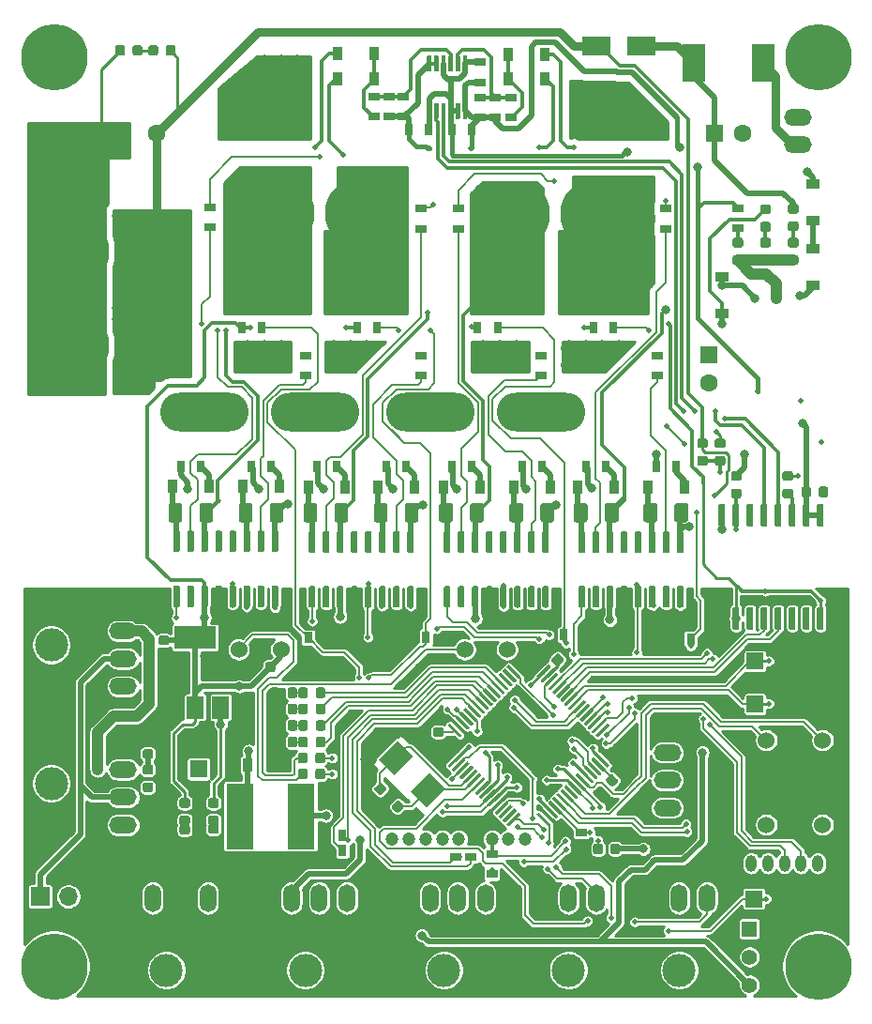
<source format=gbr>
G04 #@! TF.GenerationSoftware,KiCad,Pcbnew,(5.1.5)-3*
G04 #@! TF.CreationDate,2020-03-29T19:43:34+09:00*
G04 #@! TF.ProjectId,SteerMD,53746565-724d-4442-9e6b-696361645f70,rev?*
G04 #@! TF.SameCoordinates,Original*
G04 #@! TF.FileFunction,Copper,L1,Top*
G04 #@! TF.FilePolarity,Positive*
%FSLAX46Y46*%
G04 Gerber Fmt 4.6, Leading zero omitted, Abs format (unit mm)*
G04 Created by KiCad (PCBNEW (5.1.5)-3) date 2020-03-29 19:43:34*
%MOMM*%
%LPD*%
G04 APERTURE LIST*
%ADD10C,1.524000*%
%ADD11O,8.000000X3.500000*%
%ADD12C,0.100000*%
%ADD13C,6.000000*%
%ADD14C,1.200000*%
%ADD15O,1.500000X2.500000*%
%ADD16C,3.000000*%
%ADD17O,2.500000X1.500000*%
%ADD18O,1.000000X1.524000*%
%ADD19C,6.500000*%
%ADD20R,1.600000X1.600000*%
%ADD21C,1.600000*%
%ADD22R,2.500000X1.800000*%
%ADD23R,1.200000X0.900000*%
%ADD24R,0.900000X1.200000*%
%ADD25R,1.700000X1.700000*%
%ADD26O,1.700000X1.700000*%
%ADD27R,2.450000X5.900000*%
%ADD28R,2.000000X3.500000*%
%ADD29R,1.500000X1.500000*%
%ADD30R,3.800000X2.000000*%
%ADD31R,1.500000X2.000000*%
%ADD32R,0.800000X1.000000*%
%ADD33R,1.397000X1.397000*%
%ADD34C,1.397000*%
%ADD35R,1.000000X0.800000*%
%ADD36C,0.500000*%
%ADD37C,0.800000*%
%ADD38C,1.000000*%
%ADD39C,1.500000*%
%ADD40C,0.200000*%
%ADD41C,0.250000*%
%ADD42C,0.500000*%
%ADD43C,0.300000*%
%ADD44C,0.400000*%
%ADD45C,1.000000*%
%ADD46C,0.800000*%
%ADD47C,0.254000*%
G04 APERTURE END LIST*
D10*
X96000000Y-107400000D03*
X94090000Y-107400000D03*
X92180000Y-107400000D03*
D11*
X89090000Y-86000000D03*
X99090000Y-86000000D03*
X119500000Y-86000000D03*
X109500000Y-86000000D03*
D10*
X112590000Y-107400000D03*
X114500000Y-107400000D03*
X116410000Y-107400000D03*
G04 #@! TA.AperFunction,SMDPad,CuDef*
D12*
G36*
X112134812Y-116813534D02*
G01*
X112142093Y-116814614D01*
X112149232Y-116816402D01*
X112156162Y-116818882D01*
X112162816Y-116822029D01*
X112169129Y-116825813D01*
X112175040Y-116830197D01*
X112180494Y-116835140D01*
X112286560Y-116941206D01*
X112291503Y-116946660D01*
X112295887Y-116952571D01*
X112299671Y-116958884D01*
X112302818Y-116965538D01*
X112305298Y-116972468D01*
X112307086Y-116979607D01*
X112308166Y-116986888D01*
X112308527Y-116994239D01*
X112308166Y-117001590D01*
X112307086Y-117008871D01*
X112305298Y-117016010D01*
X112302818Y-117022940D01*
X112299671Y-117029594D01*
X112295887Y-117035907D01*
X112291503Y-117041818D01*
X112286560Y-117047272D01*
X111296610Y-118037222D01*
X111291156Y-118042165D01*
X111285245Y-118046549D01*
X111278932Y-118050333D01*
X111272278Y-118053480D01*
X111265348Y-118055960D01*
X111258209Y-118057748D01*
X111250928Y-118058828D01*
X111243577Y-118059189D01*
X111236226Y-118058828D01*
X111228945Y-118057748D01*
X111221806Y-118055960D01*
X111214876Y-118053480D01*
X111208222Y-118050333D01*
X111201909Y-118046549D01*
X111195998Y-118042165D01*
X111190544Y-118037222D01*
X111084478Y-117931156D01*
X111079535Y-117925702D01*
X111075151Y-117919791D01*
X111071367Y-117913478D01*
X111068220Y-117906824D01*
X111065740Y-117899894D01*
X111063952Y-117892755D01*
X111062872Y-117885474D01*
X111062511Y-117878123D01*
X111062872Y-117870772D01*
X111063952Y-117863491D01*
X111065740Y-117856352D01*
X111068220Y-117849422D01*
X111071367Y-117842768D01*
X111075151Y-117836455D01*
X111079535Y-117830544D01*
X111084478Y-117825090D01*
X112074428Y-116835140D01*
X112079882Y-116830197D01*
X112085793Y-116825813D01*
X112092106Y-116822029D01*
X112098760Y-116818882D01*
X112105690Y-116816402D01*
X112112829Y-116814614D01*
X112120110Y-116813534D01*
X112127461Y-116813173D01*
X112134812Y-116813534D01*
G37*
G04 #@! TD.AperFunction*
G04 #@! TA.AperFunction,SMDPad,CuDef*
G36*
X112488365Y-117167087D02*
G01*
X112495646Y-117168167D01*
X112502785Y-117169955D01*
X112509715Y-117172435D01*
X112516369Y-117175582D01*
X112522682Y-117179366D01*
X112528593Y-117183750D01*
X112534047Y-117188693D01*
X112640113Y-117294759D01*
X112645056Y-117300213D01*
X112649440Y-117306124D01*
X112653224Y-117312437D01*
X112656371Y-117319091D01*
X112658851Y-117326021D01*
X112660639Y-117333160D01*
X112661719Y-117340441D01*
X112662080Y-117347792D01*
X112661719Y-117355143D01*
X112660639Y-117362424D01*
X112658851Y-117369563D01*
X112656371Y-117376493D01*
X112653224Y-117383147D01*
X112649440Y-117389460D01*
X112645056Y-117395371D01*
X112640113Y-117400825D01*
X111650163Y-118390775D01*
X111644709Y-118395718D01*
X111638798Y-118400102D01*
X111632485Y-118403886D01*
X111625831Y-118407033D01*
X111618901Y-118409513D01*
X111611762Y-118411301D01*
X111604481Y-118412381D01*
X111597130Y-118412742D01*
X111589779Y-118412381D01*
X111582498Y-118411301D01*
X111575359Y-118409513D01*
X111568429Y-118407033D01*
X111561775Y-118403886D01*
X111555462Y-118400102D01*
X111549551Y-118395718D01*
X111544097Y-118390775D01*
X111438031Y-118284709D01*
X111433088Y-118279255D01*
X111428704Y-118273344D01*
X111424920Y-118267031D01*
X111421773Y-118260377D01*
X111419293Y-118253447D01*
X111417505Y-118246308D01*
X111416425Y-118239027D01*
X111416064Y-118231676D01*
X111416425Y-118224325D01*
X111417505Y-118217044D01*
X111419293Y-118209905D01*
X111421773Y-118202975D01*
X111424920Y-118196321D01*
X111428704Y-118190008D01*
X111433088Y-118184097D01*
X111438031Y-118178643D01*
X112427981Y-117188693D01*
X112433435Y-117183750D01*
X112439346Y-117179366D01*
X112445659Y-117175582D01*
X112452313Y-117172435D01*
X112459243Y-117169955D01*
X112466382Y-117168167D01*
X112473663Y-117167087D01*
X112481014Y-117166726D01*
X112488365Y-117167087D01*
G37*
G04 #@! TD.AperFunction*
G04 #@! TA.AperFunction,SMDPad,CuDef*
G36*
X112841918Y-117520640D02*
G01*
X112849199Y-117521720D01*
X112856338Y-117523508D01*
X112863268Y-117525988D01*
X112869922Y-117529135D01*
X112876235Y-117532919D01*
X112882146Y-117537303D01*
X112887600Y-117542246D01*
X112993666Y-117648312D01*
X112998609Y-117653766D01*
X113002993Y-117659677D01*
X113006777Y-117665990D01*
X113009924Y-117672644D01*
X113012404Y-117679574D01*
X113014192Y-117686713D01*
X113015272Y-117693994D01*
X113015633Y-117701345D01*
X113015272Y-117708696D01*
X113014192Y-117715977D01*
X113012404Y-117723116D01*
X113009924Y-117730046D01*
X113006777Y-117736700D01*
X113002993Y-117743013D01*
X112998609Y-117748924D01*
X112993666Y-117754378D01*
X112003716Y-118744328D01*
X111998262Y-118749271D01*
X111992351Y-118753655D01*
X111986038Y-118757439D01*
X111979384Y-118760586D01*
X111972454Y-118763066D01*
X111965315Y-118764854D01*
X111958034Y-118765934D01*
X111950683Y-118766295D01*
X111943332Y-118765934D01*
X111936051Y-118764854D01*
X111928912Y-118763066D01*
X111921982Y-118760586D01*
X111915328Y-118757439D01*
X111909015Y-118753655D01*
X111903104Y-118749271D01*
X111897650Y-118744328D01*
X111791584Y-118638262D01*
X111786641Y-118632808D01*
X111782257Y-118626897D01*
X111778473Y-118620584D01*
X111775326Y-118613930D01*
X111772846Y-118607000D01*
X111771058Y-118599861D01*
X111769978Y-118592580D01*
X111769617Y-118585229D01*
X111769978Y-118577878D01*
X111771058Y-118570597D01*
X111772846Y-118563458D01*
X111775326Y-118556528D01*
X111778473Y-118549874D01*
X111782257Y-118543561D01*
X111786641Y-118537650D01*
X111791584Y-118532196D01*
X112781534Y-117542246D01*
X112786988Y-117537303D01*
X112792899Y-117532919D01*
X112799212Y-117529135D01*
X112805866Y-117525988D01*
X112812796Y-117523508D01*
X112819935Y-117521720D01*
X112827216Y-117520640D01*
X112834567Y-117520279D01*
X112841918Y-117520640D01*
G37*
G04 #@! TD.AperFunction*
G04 #@! TA.AperFunction,SMDPad,CuDef*
G36*
X113195472Y-117874194D02*
G01*
X113202753Y-117875274D01*
X113209892Y-117877062D01*
X113216822Y-117879542D01*
X113223476Y-117882689D01*
X113229789Y-117886473D01*
X113235700Y-117890857D01*
X113241154Y-117895800D01*
X113347220Y-118001866D01*
X113352163Y-118007320D01*
X113356547Y-118013231D01*
X113360331Y-118019544D01*
X113363478Y-118026198D01*
X113365958Y-118033128D01*
X113367746Y-118040267D01*
X113368826Y-118047548D01*
X113369187Y-118054899D01*
X113368826Y-118062250D01*
X113367746Y-118069531D01*
X113365958Y-118076670D01*
X113363478Y-118083600D01*
X113360331Y-118090254D01*
X113356547Y-118096567D01*
X113352163Y-118102478D01*
X113347220Y-118107932D01*
X112357270Y-119097882D01*
X112351816Y-119102825D01*
X112345905Y-119107209D01*
X112339592Y-119110993D01*
X112332938Y-119114140D01*
X112326008Y-119116620D01*
X112318869Y-119118408D01*
X112311588Y-119119488D01*
X112304237Y-119119849D01*
X112296886Y-119119488D01*
X112289605Y-119118408D01*
X112282466Y-119116620D01*
X112275536Y-119114140D01*
X112268882Y-119110993D01*
X112262569Y-119107209D01*
X112256658Y-119102825D01*
X112251204Y-119097882D01*
X112145138Y-118991816D01*
X112140195Y-118986362D01*
X112135811Y-118980451D01*
X112132027Y-118974138D01*
X112128880Y-118967484D01*
X112126400Y-118960554D01*
X112124612Y-118953415D01*
X112123532Y-118946134D01*
X112123171Y-118938783D01*
X112123532Y-118931432D01*
X112124612Y-118924151D01*
X112126400Y-118917012D01*
X112128880Y-118910082D01*
X112132027Y-118903428D01*
X112135811Y-118897115D01*
X112140195Y-118891204D01*
X112145138Y-118885750D01*
X113135088Y-117895800D01*
X113140542Y-117890857D01*
X113146453Y-117886473D01*
X113152766Y-117882689D01*
X113159420Y-117879542D01*
X113166350Y-117877062D01*
X113173489Y-117875274D01*
X113180770Y-117874194D01*
X113188121Y-117873833D01*
X113195472Y-117874194D01*
G37*
G04 #@! TD.AperFunction*
G04 #@! TA.AperFunction,SMDPad,CuDef*
G36*
X113549025Y-118227747D02*
G01*
X113556306Y-118228827D01*
X113563445Y-118230615D01*
X113570375Y-118233095D01*
X113577029Y-118236242D01*
X113583342Y-118240026D01*
X113589253Y-118244410D01*
X113594707Y-118249353D01*
X113700773Y-118355419D01*
X113705716Y-118360873D01*
X113710100Y-118366784D01*
X113713884Y-118373097D01*
X113717031Y-118379751D01*
X113719511Y-118386681D01*
X113721299Y-118393820D01*
X113722379Y-118401101D01*
X113722740Y-118408452D01*
X113722379Y-118415803D01*
X113721299Y-118423084D01*
X113719511Y-118430223D01*
X113717031Y-118437153D01*
X113713884Y-118443807D01*
X113710100Y-118450120D01*
X113705716Y-118456031D01*
X113700773Y-118461485D01*
X112710823Y-119451435D01*
X112705369Y-119456378D01*
X112699458Y-119460762D01*
X112693145Y-119464546D01*
X112686491Y-119467693D01*
X112679561Y-119470173D01*
X112672422Y-119471961D01*
X112665141Y-119473041D01*
X112657790Y-119473402D01*
X112650439Y-119473041D01*
X112643158Y-119471961D01*
X112636019Y-119470173D01*
X112629089Y-119467693D01*
X112622435Y-119464546D01*
X112616122Y-119460762D01*
X112610211Y-119456378D01*
X112604757Y-119451435D01*
X112498691Y-119345369D01*
X112493748Y-119339915D01*
X112489364Y-119334004D01*
X112485580Y-119327691D01*
X112482433Y-119321037D01*
X112479953Y-119314107D01*
X112478165Y-119306968D01*
X112477085Y-119299687D01*
X112476724Y-119292336D01*
X112477085Y-119284985D01*
X112478165Y-119277704D01*
X112479953Y-119270565D01*
X112482433Y-119263635D01*
X112485580Y-119256981D01*
X112489364Y-119250668D01*
X112493748Y-119244757D01*
X112498691Y-119239303D01*
X113488641Y-118249353D01*
X113494095Y-118244410D01*
X113500006Y-118240026D01*
X113506319Y-118236242D01*
X113512973Y-118233095D01*
X113519903Y-118230615D01*
X113527042Y-118228827D01*
X113534323Y-118227747D01*
X113541674Y-118227386D01*
X113549025Y-118227747D01*
G37*
G04 #@! TD.AperFunction*
G04 #@! TA.AperFunction,SMDPad,CuDef*
G36*
X113902579Y-118581301D02*
G01*
X113909860Y-118582381D01*
X113916999Y-118584169D01*
X113923929Y-118586649D01*
X113930583Y-118589796D01*
X113936896Y-118593580D01*
X113942807Y-118597964D01*
X113948261Y-118602907D01*
X114054327Y-118708973D01*
X114059270Y-118714427D01*
X114063654Y-118720338D01*
X114067438Y-118726651D01*
X114070585Y-118733305D01*
X114073065Y-118740235D01*
X114074853Y-118747374D01*
X114075933Y-118754655D01*
X114076294Y-118762006D01*
X114075933Y-118769357D01*
X114074853Y-118776638D01*
X114073065Y-118783777D01*
X114070585Y-118790707D01*
X114067438Y-118797361D01*
X114063654Y-118803674D01*
X114059270Y-118809585D01*
X114054327Y-118815039D01*
X113064377Y-119804989D01*
X113058923Y-119809932D01*
X113053012Y-119814316D01*
X113046699Y-119818100D01*
X113040045Y-119821247D01*
X113033115Y-119823727D01*
X113025976Y-119825515D01*
X113018695Y-119826595D01*
X113011344Y-119826956D01*
X113003993Y-119826595D01*
X112996712Y-119825515D01*
X112989573Y-119823727D01*
X112982643Y-119821247D01*
X112975989Y-119818100D01*
X112969676Y-119814316D01*
X112963765Y-119809932D01*
X112958311Y-119804989D01*
X112852245Y-119698923D01*
X112847302Y-119693469D01*
X112842918Y-119687558D01*
X112839134Y-119681245D01*
X112835987Y-119674591D01*
X112833507Y-119667661D01*
X112831719Y-119660522D01*
X112830639Y-119653241D01*
X112830278Y-119645890D01*
X112830639Y-119638539D01*
X112831719Y-119631258D01*
X112833507Y-119624119D01*
X112835987Y-119617189D01*
X112839134Y-119610535D01*
X112842918Y-119604222D01*
X112847302Y-119598311D01*
X112852245Y-119592857D01*
X113842195Y-118602907D01*
X113847649Y-118597964D01*
X113853560Y-118593580D01*
X113859873Y-118589796D01*
X113866527Y-118586649D01*
X113873457Y-118584169D01*
X113880596Y-118582381D01*
X113887877Y-118581301D01*
X113895228Y-118580940D01*
X113902579Y-118581301D01*
G37*
G04 #@! TD.AperFunction*
G04 #@! TA.AperFunction,SMDPad,CuDef*
G36*
X114256132Y-118934854D02*
G01*
X114263413Y-118935934D01*
X114270552Y-118937722D01*
X114277482Y-118940202D01*
X114284136Y-118943349D01*
X114290449Y-118947133D01*
X114296360Y-118951517D01*
X114301814Y-118956460D01*
X114407880Y-119062526D01*
X114412823Y-119067980D01*
X114417207Y-119073891D01*
X114420991Y-119080204D01*
X114424138Y-119086858D01*
X114426618Y-119093788D01*
X114428406Y-119100927D01*
X114429486Y-119108208D01*
X114429847Y-119115559D01*
X114429486Y-119122910D01*
X114428406Y-119130191D01*
X114426618Y-119137330D01*
X114424138Y-119144260D01*
X114420991Y-119150914D01*
X114417207Y-119157227D01*
X114412823Y-119163138D01*
X114407880Y-119168592D01*
X113417930Y-120158542D01*
X113412476Y-120163485D01*
X113406565Y-120167869D01*
X113400252Y-120171653D01*
X113393598Y-120174800D01*
X113386668Y-120177280D01*
X113379529Y-120179068D01*
X113372248Y-120180148D01*
X113364897Y-120180509D01*
X113357546Y-120180148D01*
X113350265Y-120179068D01*
X113343126Y-120177280D01*
X113336196Y-120174800D01*
X113329542Y-120171653D01*
X113323229Y-120167869D01*
X113317318Y-120163485D01*
X113311864Y-120158542D01*
X113205798Y-120052476D01*
X113200855Y-120047022D01*
X113196471Y-120041111D01*
X113192687Y-120034798D01*
X113189540Y-120028144D01*
X113187060Y-120021214D01*
X113185272Y-120014075D01*
X113184192Y-120006794D01*
X113183831Y-119999443D01*
X113184192Y-119992092D01*
X113185272Y-119984811D01*
X113187060Y-119977672D01*
X113189540Y-119970742D01*
X113192687Y-119964088D01*
X113196471Y-119957775D01*
X113200855Y-119951864D01*
X113205798Y-119946410D01*
X114195748Y-118956460D01*
X114201202Y-118951517D01*
X114207113Y-118947133D01*
X114213426Y-118943349D01*
X114220080Y-118940202D01*
X114227010Y-118937722D01*
X114234149Y-118935934D01*
X114241430Y-118934854D01*
X114248781Y-118934493D01*
X114256132Y-118934854D01*
G37*
G04 #@! TD.AperFunction*
G04 #@! TA.AperFunction,SMDPad,CuDef*
G36*
X114609685Y-119288407D02*
G01*
X114616966Y-119289487D01*
X114624105Y-119291275D01*
X114631035Y-119293755D01*
X114637689Y-119296902D01*
X114644002Y-119300686D01*
X114649913Y-119305070D01*
X114655367Y-119310013D01*
X114761433Y-119416079D01*
X114766376Y-119421533D01*
X114770760Y-119427444D01*
X114774544Y-119433757D01*
X114777691Y-119440411D01*
X114780171Y-119447341D01*
X114781959Y-119454480D01*
X114783039Y-119461761D01*
X114783400Y-119469112D01*
X114783039Y-119476463D01*
X114781959Y-119483744D01*
X114780171Y-119490883D01*
X114777691Y-119497813D01*
X114774544Y-119504467D01*
X114770760Y-119510780D01*
X114766376Y-119516691D01*
X114761433Y-119522145D01*
X113771483Y-120512095D01*
X113766029Y-120517038D01*
X113760118Y-120521422D01*
X113753805Y-120525206D01*
X113747151Y-120528353D01*
X113740221Y-120530833D01*
X113733082Y-120532621D01*
X113725801Y-120533701D01*
X113718450Y-120534062D01*
X113711099Y-120533701D01*
X113703818Y-120532621D01*
X113696679Y-120530833D01*
X113689749Y-120528353D01*
X113683095Y-120525206D01*
X113676782Y-120521422D01*
X113670871Y-120517038D01*
X113665417Y-120512095D01*
X113559351Y-120406029D01*
X113554408Y-120400575D01*
X113550024Y-120394664D01*
X113546240Y-120388351D01*
X113543093Y-120381697D01*
X113540613Y-120374767D01*
X113538825Y-120367628D01*
X113537745Y-120360347D01*
X113537384Y-120352996D01*
X113537745Y-120345645D01*
X113538825Y-120338364D01*
X113540613Y-120331225D01*
X113543093Y-120324295D01*
X113546240Y-120317641D01*
X113550024Y-120311328D01*
X113554408Y-120305417D01*
X113559351Y-120299963D01*
X114549301Y-119310013D01*
X114554755Y-119305070D01*
X114560666Y-119300686D01*
X114566979Y-119296902D01*
X114573633Y-119293755D01*
X114580563Y-119291275D01*
X114587702Y-119289487D01*
X114594983Y-119288407D01*
X114602334Y-119288046D01*
X114609685Y-119288407D01*
G37*
G04 #@! TD.AperFunction*
G04 #@! TA.AperFunction,SMDPad,CuDef*
G36*
X114963239Y-119641961D02*
G01*
X114970520Y-119643041D01*
X114977659Y-119644829D01*
X114984589Y-119647309D01*
X114991243Y-119650456D01*
X114997556Y-119654240D01*
X115003467Y-119658624D01*
X115008921Y-119663567D01*
X115114987Y-119769633D01*
X115119930Y-119775087D01*
X115124314Y-119780998D01*
X115128098Y-119787311D01*
X115131245Y-119793965D01*
X115133725Y-119800895D01*
X115135513Y-119808034D01*
X115136593Y-119815315D01*
X115136954Y-119822666D01*
X115136593Y-119830017D01*
X115135513Y-119837298D01*
X115133725Y-119844437D01*
X115131245Y-119851367D01*
X115128098Y-119858021D01*
X115124314Y-119864334D01*
X115119930Y-119870245D01*
X115114987Y-119875699D01*
X114125037Y-120865649D01*
X114119583Y-120870592D01*
X114113672Y-120874976D01*
X114107359Y-120878760D01*
X114100705Y-120881907D01*
X114093775Y-120884387D01*
X114086636Y-120886175D01*
X114079355Y-120887255D01*
X114072004Y-120887616D01*
X114064653Y-120887255D01*
X114057372Y-120886175D01*
X114050233Y-120884387D01*
X114043303Y-120881907D01*
X114036649Y-120878760D01*
X114030336Y-120874976D01*
X114024425Y-120870592D01*
X114018971Y-120865649D01*
X113912905Y-120759583D01*
X113907962Y-120754129D01*
X113903578Y-120748218D01*
X113899794Y-120741905D01*
X113896647Y-120735251D01*
X113894167Y-120728321D01*
X113892379Y-120721182D01*
X113891299Y-120713901D01*
X113890938Y-120706550D01*
X113891299Y-120699199D01*
X113892379Y-120691918D01*
X113894167Y-120684779D01*
X113896647Y-120677849D01*
X113899794Y-120671195D01*
X113903578Y-120664882D01*
X113907962Y-120658971D01*
X113912905Y-120653517D01*
X114902855Y-119663567D01*
X114908309Y-119658624D01*
X114914220Y-119654240D01*
X114920533Y-119650456D01*
X114927187Y-119647309D01*
X114934117Y-119644829D01*
X114941256Y-119643041D01*
X114948537Y-119641961D01*
X114955888Y-119641600D01*
X114963239Y-119641961D01*
G37*
G04 #@! TD.AperFunction*
G04 #@! TA.AperFunction,SMDPad,CuDef*
G36*
X115316792Y-119995514D02*
G01*
X115324073Y-119996594D01*
X115331212Y-119998382D01*
X115338142Y-120000862D01*
X115344796Y-120004009D01*
X115351109Y-120007793D01*
X115357020Y-120012177D01*
X115362474Y-120017120D01*
X115468540Y-120123186D01*
X115473483Y-120128640D01*
X115477867Y-120134551D01*
X115481651Y-120140864D01*
X115484798Y-120147518D01*
X115487278Y-120154448D01*
X115489066Y-120161587D01*
X115490146Y-120168868D01*
X115490507Y-120176219D01*
X115490146Y-120183570D01*
X115489066Y-120190851D01*
X115487278Y-120197990D01*
X115484798Y-120204920D01*
X115481651Y-120211574D01*
X115477867Y-120217887D01*
X115473483Y-120223798D01*
X115468540Y-120229252D01*
X114478590Y-121219202D01*
X114473136Y-121224145D01*
X114467225Y-121228529D01*
X114460912Y-121232313D01*
X114454258Y-121235460D01*
X114447328Y-121237940D01*
X114440189Y-121239728D01*
X114432908Y-121240808D01*
X114425557Y-121241169D01*
X114418206Y-121240808D01*
X114410925Y-121239728D01*
X114403786Y-121237940D01*
X114396856Y-121235460D01*
X114390202Y-121232313D01*
X114383889Y-121228529D01*
X114377978Y-121224145D01*
X114372524Y-121219202D01*
X114266458Y-121113136D01*
X114261515Y-121107682D01*
X114257131Y-121101771D01*
X114253347Y-121095458D01*
X114250200Y-121088804D01*
X114247720Y-121081874D01*
X114245932Y-121074735D01*
X114244852Y-121067454D01*
X114244491Y-121060103D01*
X114244852Y-121052752D01*
X114245932Y-121045471D01*
X114247720Y-121038332D01*
X114250200Y-121031402D01*
X114253347Y-121024748D01*
X114257131Y-121018435D01*
X114261515Y-121012524D01*
X114266458Y-121007070D01*
X115256408Y-120017120D01*
X115261862Y-120012177D01*
X115267773Y-120007793D01*
X115274086Y-120004009D01*
X115280740Y-120000862D01*
X115287670Y-119998382D01*
X115294809Y-119996594D01*
X115302090Y-119995514D01*
X115309441Y-119995153D01*
X115316792Y-119995514D01*
G37*
G04 #@! TD.AperFunction*
G04 #@! TA.AperFunction,SMDPad,CuDef*
G36*
X115670345Y-120349067D02*
G01*
X115677626Y-120350147D01*
X115684765Y-120351935D01*
X115691695Y-120354415D01*
X115698349Y-120357562D01*
X115704662Y-120361346D01*
X115710573Y-120365730D01*
X115716027Y-120370673D01*
X115822093Y-120476739D01*
X115827036Y-120482193D01*
X115831420Y-120488104D01*
X115835204Y-120494417D01*
X115838351Y-120501071D01*
X115840831Y-120508001D01*
X115842619Y-120515140D01*
X115843699Y-120522421D01*
X115844060Y-120529772D01*
X115843699Y-120537123D01*
X115842619Y-120544404D01*
X115840831Y-120551543D01*
X115838351Y-120558473D01*
X115835204Y-120565127D01*
X115831420Y-120571440D01*
X115827036Y-120577351D01*
X115822093Y-120582805D01*
X114832143Y-121572755D01*
X114826689Y-121577698D01*
X114820778Y-121582082D01*
X114814465Y-121585866D01*
X114807811Y-121589013D01*
X114800881Y-121591493D01*
X114793742Y-121593281D01*
X114786461Y-121594361D01*
X114779110Y-121594722D01*
X114771759Y-121594361D01*
X114764478Y-121593281D01*
X114757339Y-121591493D01*
X114750409Y-121589013D01*
X114743755Y-121585866D01*
X114737442Y-121582082D01*
X114731531Y-121577698D01*
X114726077Y-121572755D01*
X114620011Y-121466689D01*
X114615068Y-121461235D01*
X114610684Y-121455324D01*
X114606900Y-121449011D01*
X114603753Y-121442357D01*
X114601273Y-121435427D01*
X114599485Y-121428288D01*
X114598405Y-121421007D01*
X114598044Y-121413656D01*
X114598405Y-121406305D01*
X114599485Y-121399024D01*
X114601273Y-121391885D01*
X114603753Y-121384955D01*
X114606900Y-121378301D01*
X114610684Y-121371988D01*
X114615068Y-121366077D01*
X114620011Y-121360623D01*
X115609961Y-120370673D01*
X115615415Y-120365730D01*
X115621326Y-120361346D01*
X115627639Y-120357562D01*
X115634293Y-120354415D01*
X115641223Y-120351935D01*
X115648362Y-120350147D01*
X115655643Y-120349067D01*
X115662994Y-120348706D01*
X115670345Y-120349067D01*
G37*
G04 #@! TD.AperFunction*
G04 #@! TA.AperFunction,SMDPad,CuDef*
G36*
X116023899Y-120702621D02*
G01*
X116031180Y-120703701D01*
X116038319Y-120705489D01*
X116045249Y-120707969D01*
X116051903Y-120711116D01*
X116058216Y-120714900D01*
X116064127Y-120719284D01*
X116069581Y-120724227D01*
X116175647Y-120830293D01*
X116180590Y-120835747D01*
X116184974Y-120841658D01*
X116188758Y-120847971D01*
X116191905Y-120854625D01*
X116194385Y-120861555D01*
X116196173Y-120868694D01*
X116197253Y-120875975D01*
X116197614Y-120883326D01*
X116197253Y-120890677D01*
X116196173Y-120897958D01*
X116194385Y-120905097D01*
X116191905Y-120912027D01*
X116188758Y-120918681D01*
X116184974Y-120924994D01*
X116180590Y-120930905D01*
X116175647Y-120936359D01*
X115185697Y-121926309D01*
X115180243Y-121931252D01*
X115174332Y-121935636D01*
X115168019Y-121939420D01*
X115161365Y-121942567D01*
X115154435Y-121945047D01*
X115147296Y-121946835D01*
X115140015Y-121947915D01*
X115132664Y-121948276D01*
X115125313Y-121947915D01*
X115118032Y-121946835D01*
X115110893Y-121945047D01*
X115103963Y-121942567D01*
X115097309Y-121939420D01*
X115090996Y-121935636D01*
X115085085Y-121931252D01*
X115079631Y-121926309D01*
X114973565Y-121820243D01*
X114968622Y-121814789D01*
X114964238Y-121808878D01*
X114960454Y-121802565D01*
X114957307Y-121795911D01*
X114954827Y-121788981D01*
X114953039Y-121781842D01*
X114951959Y-121774561D01*
X114951598Y-121767210D01*
X114951959Y-121759859D01*
X114953039Y-121752578D01*
X114954827Y-121745439D01*
X114957307Y-121738509D01*
X114960454Y-121731855D01*
X114964238Y-121725542D01*
X114968622Y-121719631D01*
X114973565Y-121714177D01*
X115963515Y-120724227D01*
X115968969Y-120719284D01*
X115974880Y-120714900D01*
X115981193Y-120711116D01*
X115987847Y-120707969D01*
X115994777Y-120705489D01*
X116001916Y-120703701D01*
X116009197Y-120702621D01*
X116016548Y-120702260D01*
X116023899Y-120702621D01*
G37*
G04 #@! TD.AperFunction*
G04 #@! TA.AperFunction,SMDPad,CuDef*
G36*
X116377452Y-121056174D02*
G01*
X116384733Y-121057254D01*
X116391872Y-121059042D01*
X116398802Y-121061522D01*
X116405456Y-121064669D01*
X116411769Y-121068453D01*
X116417680Y-121072837D01*
X116423134Y-121077780D01*
X116529200Y-121183846D01*
X116534143Y-121189300D01*
X116538527Y-121195211D01*
X116542311Y-121201524D01*
X116545458Y-121208178D01*
X116547938Y-121215108D01*
X116549726Y-121222247D01*
X116550806Y-121229528D01*
X116551167Y-121236879D01*
X116550806Y-121244230D01*
X116549726Y-121251511D01*
X116547938Y-121258650D01*
X116545458Y-121265580D01*
X116542311Y-121272234D01*
X116538527Y-121278547D01*
X116534143Y-121284458D01*
X116529200Y-121289912D01*
X115539250Y-122279862D01*
X115533796Y-122284805D01*
X115527885Y-122289189D01*
X115521572Y-122292973D01*
X115514918Y-122296120D01*
X115507988Y-122298600D01*
X115500849Y-122300388D01*
X115493568Y-122301468D01*
X115486217Y-122301829D01*
X115478866Y-122301468D01*
X115471585Y-122300388D01*
X115464446Y-122298600D01*
X115457516Y-122296120D01*
X115450862Y-122292973D01*
X115444549Y-122289189D01*
X115438638Y-122284805D01*
X115433184Y-122279862D01*
X115327118Y-122173796D01*
X115322175Y-122168342D01*
X115317791Y-122162431D01*
X115314007Y-122156118D01*
X115310860Y-122149464D01*
X115308380Y-122142534D01*
X115306592Y-122135395D01*
X115305512Y-122128114D01*
X115305151Y-122120763D01*
X115305512Y-122113412D01*
X115306592Y-122106131D01*
X115308380Y-122098992D01*
X115310860Y-122092062D01*
X115314007Y-122085408D01*
X115317791Y-122079095D01*
X115322175Y-122073184D01*
X115327118Y-122067730D01*
X116317068Y-121077780D01*
X116322522Y-121072837D01*
X116328433Y-121068453D01*
X116334746Y-121064669D01*
X116341400Y-121061522D01*
X116348330Y-121059042D01*
X116355469Y-121057254D01*
X116362750Y-121056174D01*
X116370101Y-121055813D01*
X116377452Y-121056174D01*
G37*
G04 #@! TD.AperFunction*
G04 #@! TA.AperFunction,SMDPad,CuDef*
G36*
X116731006Y-121409728D02*
G01*
X116738287Y-121410808D01*
X116745426Y-121412596D01*
X116752356Y-121415076D01*
X116759010Y-121418223D01*
X116765323Y-121422007D01*
X116771234Y-121426391D01*
X116776688Y-121431334D01*
X116882754Y-121537400D01*
X116887697Y-121542854D01*
X116892081Y-121548765D01*
X116895865Y-121555078D01*
X116899012Y-121561732D01*
X116901492Y-121568662D01*
X116903280Y-121575801D01*
X116904360Y-121583082D01*
X116904721Y-121590433D01*
X116904360Y-121597784D01*
X116903280Y-121605065D01*
X116901492Y-121612204D01*
X116899012Y-121619134D01*
X116895865Y-121625788D01*
X116892081Y-121632101D01*
X116887697Y-121638012D01*
X116882754Y-121643466D01*
X115892804Y-122633416D01*
X115887350Y-122638359D01*
X115881439Y-122642743D01*
X115875126Y-122646527D01*
X115868472Y-122649674D01*
X115861542Y-122652154D01*
X115854403Y-122653942D01*
X115847122Y-122655022D01*
X115839771Y-122655383D01*
X115832420Y-122655022D01*
X115825139Y-122653942D01*
X115818000Y-122652154D01*
X115811070Y-122649674D01*
X115804416Y-122646527D01*
X115798103Y-122642743D01*
X115792192Y-122638359D01*
X115786738Y-122633416D01*
X115680672Y-122527350D01*
X115675729Y-122521896D01*
X115671345Y-122515985D01*
X115667561Y-122509672D01*
X115664414Y-122503018D01*
X115661934Y-122496088D01*
X115660146Y-122488949D01*
X115659066Y-122481668D01*
X115658705Y-122474317D01*
X115659066Y-122466966D01*
X115660146Y-122459685D01*
X115661934Y-122452546D01*
X115664414Y-122445616D01*
X115667561Y-122438962D01*
X115671345Y-122432649D01*
X115675729Y-122426738D01*
X115680672Y-122421284D01*
X116670622Y-121431334D01*
X116676076Y-121426391D01*
X116681987Y-121422007D01*
X116688300Y-121418223D01*
X116694954Y-121415076D01*
X116701884Y-121412596D01*
X116709023Y-121410808D01*
X116716304Y-121409728D01*
X116723655Y-121409367D01*
X116731006Y-121409728D01*
G37*
G04 #@! TD.AperFunction*
G04 #@! TA.AperFunction,SMDPad,CuDef*
G36*
X117084559Y-121763281D02*
G01*
X117091840Y-121764361D01*
X117098979Y-121766149D01*
X117105909Y-121768629D01*
X117112563Y-121771776D01*
X117118876Y-121775560D01*
X117124787Y-121779944D01*
X117130241Y-121784887D01*
X117236307Y-121890953D01*
X117241250Y-121896407D01*
X117245634Y-121902318D01*
X117249418Y-121908631D01*
X117252565Y-121915285D01*
X117255045Y-121922215D01*
X117256833Y-121929354D01*
X117257913Y-121936635D01*
X117258274Y-121943986D01*
X117257913Y-121951337D01*
X117256833Y-121958618D01*
X117255045Y-121965757D01*
X117252565Y-121972687D01*
X117249418Y-121979341D01*
X117245634Y-121985654D01*
X117241250Y-121991565D01*
X117236307Y-121997019D01*
X116246357Y-122986969D01*
X116240903Y-122991912D01*
X116234992Y-122996296D01*
X116228679Y-123000080D01*
X116222025Y-123003227D01*
X116215095Y-123005707D01*
X116207956Y-123007495D01*
X116200675Y-123008575D01*
X116193324Y-123008936D01*
X116185973Y-123008575D01*
X116178692Y-123007495D01*
X116171553Y-123005707D01*
X116164623Y-123003227D01*
X116157969Y-123000080D01*
X116151656Y-122996296D01*
X116145745Y-122991912D01*
X116140291Y-122986969D01*
X116034225Y-122880903D01*
X116029282Y-122875449D01*
X116024898Y-122869538D01*
X116021114Y-122863225D01*
X116017967Y-122856571D01*
X116015487Y-122849641D01*
X116013699Y-122842502D01*
X116012619Y-122835221D01*
X116012258Y-122827870D01*
X116012619Y-122820519D01*
X116013699Y-122813238D01*
X116015487Y-122806099D01*
X116017967Y-122799169D01*
X116021114Y-122792515D01*
X116024898Y-122786202D01*
X116029282Y-122780291D01*
X116034225Y-122774837D01*
X117024175Y-121784887D01*
X117029629Y-121779944D01*
X117035540Y-121775560D01*
X117041853Y-121771776D01*
X117048507Y-121768629D01*
X117055437Y-121766149D01*
X117062576Y-121764361D01*
X117069857Y-121763281D01*
X117077208Y-121762920D01*
X117084559Y-121763281D01*
G37*
G04 #@! TD.AperFunction*
G04 #@! TA.AperFunction,SMDPad,CuDef*
G36*
X117438112Y-122116834D02*
G01*
X117445393Y-122117914D01*
X117452532Y-122119702D01*
X117459462Y-122122182D01*
X117466116Y-122125329D01*
X117472429Y-122129113D01*
X117478340Y-122133497D01*
X117483794Y-122138440D01*
X117589860Y-122244506D01*
X117594803Y-122249960D01*
X117599187Y-122255871D01*
X117602971Y-122262184D01*
X117606118Y-122268838D01*
X117608598Y-122275768D01*
X117610386Y-122282907D01*
X117611466Y-122290188D01*
X117611827Y-122297539D01*
X117611466Y-122304890D01*
X117610386Y-122312171D01*
X117608598Y-122319310D01*
X117606118Y-122326240D01*
X117602971Y-122332894D01*
X117599187Y-122339207D01*
X117594803Y-122345118D01*
X117589860Y-122350572D01*
X116599910Y-123340522D01*
X116594456Y-123345465D01*
X116588545Y-123349849D01*
X116582232Y-123353633D01*
X116575578Y-123356780D01*
X116568648Y-123359260D01*
X116561509Y-123361048D01*
X116554228Y-123362128D01*
X116546877Y-123362489D01*
X116539526Y-123362128D01*
X116532245Y-123361048D01*
X116525106Y-123359260D01*
X116518176Y-123356780D01*
X116511522Y-123353633D01*
X116505209Y-123349849D01*
X116499298Y-123345465D01*
X116493844Y-123340522D01*
X116387778Y-123234456D01*
X116382835Y-123229002D01*
X116378451Y-123223091D01*
X116374667Y-123216778D01*
X116371520Y-123210124D01*
X116369040Y-123203194D01*
X116367252Y-123196055D01*
X116366172Y-123188774D01*
X116365811Y-123181423D01*
X116366172Y-123174072D01*
X116367252Y-123166791D01*
X116369040Y-123159652D01*
X116371520Y-123152722D01*
X116374667Y-123146068D01*
X116378451Y-123139755D01*
X116382835Y-123133844D01*
X116387778Y-123128390D01*
X117377728Y-122138440D01*
X117383182Y-122133497D01*
X117389093Y-122129113D01*
X117395406Y-122125329D01*
X117402060Y-122122182D01*
X117408990Y-122119702D01*
X117416129Y-122117914D01*
X117423410Y-122116834D01*
X117430761Y-122116473D01*
X117438112Y-122116834D01*
G37*
G04 #@! TD.AperFunction*
G04 #@! TA.AperFunction,SMDPad,CuDef*
G36*
X119276590Y-122116834D02*
G01*
X119283871Y-122117914D01*
X119291010Y-122119702D01*
X119297940Y-122122182D01*
X119304594Y-122125329D01*
X119310907Y-122129113D01*
X119316818Y-122133497D01*
X119322272Y-122138440D01*
X120312222Y-123128390D01*
X120317165Y-123133844D01*
X120321549Y-123139755D01*
X120325333Y-123146068D01*
X120328480Y-123152722D01*
X120330960Y-123159652D01*
X120332748Y-123166791D01*
X120333828Y-123174072D01*
X120334189Y-123181423D01*
X120333828Y-123188774D01*
X120332748Y-123196055D01*
X120330960Y-123203194D01*
X120328480Y-123210124D01*
X120325333Y-123216778D01*
X120321549Y-123223091D01*
X120317165Y-123229002D01*
X120312222Y-123234456D01*
X120206156Y-123340522D01*
X120200702Y-123345465D01*
X120194791Y-123349849D01*
X120188478Y-123353633D01*
X120181824Y-123356780D01*
X120174894Y-123359260D01*
X120167755Y-123361048D01*
X120160474Y-123362128D01*
X120153123Y-123362489D01*
X120145772Y-123362128D01*
X120138491Y-123361048D01*
X120131352Y-123359260D01*
X120124422Y-123356780D01*
X120117768Y-123353633D01*
X120111455Y-123349849D01*
X120105544Y-123345465D01*
X120100090Y-123340522D01*
X119110140Y-122350572D01*
X119105197Y-122345118D01*
X119100813Y-122339207D01*
X119097029Y-122332894D01*
X119093882Y-122326240D01*
X119091402Y-122319310D01*
X119089614Y-122312171D01*
X119088534Y-122304890D01*
X119088173Y-122297539D01*
X119088534Y-122290188D01*
X119089614Y-122282907D01*
X119091402Y-122275768D01*
X119093882Y-122268838D01*
X119097029Y-122262184D01*
X119100813Y-122255871D01*
X119105197Y-122249960D01*
X119110140Y-122244506D01*
X119216206Y-122138440D01*
X119221660Y-122133497D01*
X119227571Y-122129113D01*
X119233884Y-122125329D01*
X119240538Y-122122182D01*
X119247468Y-122119702D01*
X119254607Y-122117914D01*
X119261888Y-122116834D01*
X119269239Y-122116473D01*
X119276590Y-122116834D01*
G37*
G04 #@! TD.AperFunction*
G04 #@! TA.AperFunction,SMDPad,CuDef*
G36*
X119630143Y-121763281D02*
G01*
X119637424Y-121764361D01*
X119644563Y-121766149D01*
X119651493Y-121768629D01*
X119658147Y-121771776D01*
X119664460Y-121775560D01*
X119670371Y-121779944D01*
X119675825Y-121784887D01*
X120665775Y-122774837D01*
X120670718Y-122780291D01*
X120675102Y-122786202D01*
X120678886Y-122792515D01*
X120682033Y-122799169D01*
X120684513Y-122806099D01*
X120686301Y-122813238D01*
X120687381Y-122820519D01*
X120687742Y-122827870D01*
X120687381Y-122835221D01*
X120686301Y-122842502D01*
X120684513Y-122849641D01*
X120682033Y-122856571D01*
X120678886Y-122863225D01*
X120675102Y-122869538D01*
X120670718Y-122875449D01*
X120665775Y-122880903D01*
X120559709Y-122986969D01*
X120554255Y-122991912D01*
X120548344Y-122996296D01*
X120542031Y-123000080D01*
X120535377Y-123003227D01*
X120528447Y-123005707D01*
X120521308Y-123007495D01*
X120514027Y-123008575D01*
X120506676Y-123008936D01*
X120499325Y-123008575D01*
X120492044Y-123007495D01*
X120484905Y-123005707D01*
X120477975Y-123003227D01*
X120471321Y-123000080D01*
X120465008Y-122996296D01*
X120459097Y-122991912D01*
X120453643Y-122986969D01*
X119463693Y-121997019D01*
X119458750Y-121991565D01*
X119454366Y-121985654D01*
X119450582Y-121979341D01*
X119447435Y-121972687D01*
X119444955Y-121965757D01*
X119443167Y-121958618D01*
X119442087Y-121951337D01*
X119441726Y-121943986D01*
X119442087Y-121936635D01*
X119443167Y-121929354D01*
X119444955Y-121922215D01*
X119447435Y-121915285D01*
X119450582Y-121908631D01*
X119454366Y-121902318D01*
X119458750Y-121896407D01*
X119463693Y-121890953D01*
X119569759Y-121784887D01*
X119575213Y-121779944D01*
X119581124Y-121775560D01*
X119587437Y-121771776D01*
X119594091Y-121768629D01*
X119601021Y-121766149D01*
X119608160Y-121764361D01*
X119615441Y-121763281D01*
X119622792Y-121762920D01*
X119630143Y-121763281D01*
G37*
G04 #@! TD.AperFunction*
G04 #@! TA.AperFunction,SMDPad,CuDef*
G36*
X119983696Y-121409728D02*
G01*
X119990977Y-121410808D01*
X119998116Y-121412596D01*
X120005046Y-121415076D01*
X120011700Y-121418223D01*
X120018013Y-121422007D01*
X120023924Y-121426391D01*
X120029378Y-121431334D01*
X121019328Y-122421284D01*
X121024271Y-122426738D01*
X121028655Y-122432649D01*
X121032439Y-122438962D01*
X121035586Y-122445616D01*
X121038066Y-122452546D01*
X121039854Y-122459685D01*
X121040934Y-122466966D01*
X121041295Y-122474317D01*
X121040934Y-122481668D01*
X121039854Y-122488949D01*
X121038066Y-122496088D01*
X121035586Y-122503018D01*
X121032439Y-122509672D01*
X121028655Y-122515985D01*
X121024271Y-122521896D01*
X121019328Y-122527350D01*
X120913262Y-122633416D01*
X120907808Y-122638359D01*
X120901897Y-122642743D01*
X120895584Y-122646527D01*
X120888930Y-122649674D01*
X120882000Y-122652154D01*
X120874861Y-122653942D01*
X120867580Y-122655022D01*
X120860229Y-122655383D01*
X120852878Y-122655022D01*
X120845597Y-122653942D01*
X120838458Y-122652154D01*
X120831528Y-122649674D01*
X120824874Y-122646527D01*
X120818561Y-122642743D01*
X120812650Y-122638359D01*
X120807196Y-122633416D01*
X119817246Y-121643466D01*
X119812303Y-121638012D01*
X119807919Y-121632101D01*
X119804135Y-121625788D01*
X119800988Y-121619134D01*
X119798508Y-121612204D01*
X119796720Y-121605065D01*
X119795640Y-121597784D01*
X119795279Y-121590433D01*
X119795640Y-121583082D01*
X119796720Y-121575801D01*
X119798508Y-121568662D01*
X119800988Y-121561732D01*
X119804135Y-121555078D01*
X119807919Y-121548765D01*
X119812303Y-121542854D01*
X119817246Y-121537400D01*
X119923312Y-121431334D01*
X119928766Y-121426391D01*
X119934677Y-121422007D01*
X119940990Y-121418223D01*
X119947644Y-121415076D01*
X119954574Y-121412596D01*
X119961713Y-121410808D01*
X119968994Y-121409728D01*
X119976345Y-121409367D01*
X119983696Y-121409728D01*
G37*
G04 #@! TD.AperFunction*
G04 #@! TA.AperFunction,SMDPad,CuDef*
G36*
X120337250Y-121056174D02*
G01*
X120344531Y-121057254D01*
X120351670Y-121059042D01*
X120358600Y-121061522D01*
X120365254Y-121064669D01*
X120371567Y-121068453D01*
X120377478Y-121072837D01*
X120382932Y-121077780D01*
X121372882Y-122067730D01*
X121377825Y-122073184D01*
X121382209Y-122079095D01*
X121385993Y-122085408D01*
X121389140Y-122092062D01*
X121391620Y-122098992D01*
X121393408Y-122106131D01*
X121394488Y-122113412D01*
X121394849Y-122120763D01*
X121394488Y-122128114D01*
X121393408Y-122135395D01*
X121391620Y-122142534D01*
X121389140Y-122149464D01*
X121385993Y-122156118D01*
X121382209Y-122162431D01*
X121377825Y-122168342D01*
X121372882Y-122173796D01*
X121266816Y-122279862D01*
X121261362Y-122284805D01*
X121255451Y-122289189D01*
X121249138Y-122292973D01*
X121242484Y-122296120D01*
X121235554Y-122298600D01*
X121228415Y-122300388D01*
X121221134Y-122301468D01*
X121213783Y-122301829D01*
X121206432Y-122301468D01*
X121199151Y-122300388D01*
X121192012Y-122298600D01*
X121185082Y-122296120D01*
X121178428Y-122292973D01*
X121172115Y-122289189D01*
X121166204Y-122284805D01*
X121160750Y-122279862D01*
X120170800Y-121289912D01*
X120165857Y-121284458D01*
X120161473Y-121278547D01*
X120157689Y-121272234D01*
X120154542Y-121265580D01*
X120152062Y-121258650D01*
X120150274Y-121251511D01*
X120149194Y-121244230D01*
X120148833Y-121236879D01*
X120149194Y-121229528D01*
X120150274Y-121222247D01*
X120152062Y-121215108D01*
X120154542Y-121208178D01*
X120157689Y-121201524D01*
X120161473Y-121195211D01*
X120165857Y-121189300D01*
X120170800Y-121183846D01*
X120276866Y-121077780D01*
X120282320Y-121072837D01*
X120288231Y-121068453D01*
X120294544Y-121064669D01*
X120301198Y-121061522D01*
X120308128Y-121059042D01*
X120315267Y-121057254D01*
X120322548Y-121056174D01*
X120329899Y-121055813D01*
X120337250Y-121056174D01*
G37*
G04 #@! TD.AperFunction*
G04 #@! TA.AperFunction,SMDPad,CuDef*
G36*
X120690803Y-120702621D02*
G01*
X120698084Y-120703701D01*
X120705223Y-120705489D01*
X120712153Y-120707969D01*
X120718807Y-120711116D01*
X120725120Y-120714900D01*
X120731031Y-120719284D01*
X120736485Y-120724227D01*
X121726435Y-121714177D01*
X121731378Y-121719631D01*
X121735762Y-121725542D01*
X121739546Y-121731855D01*
X121742693Y-121738509D01*
X121745173Y-121745439D01*
X121746961Y-121752578D01*
X121748041Y-121759859D01*
X121748402Y-121767210D01*
X121748041Y-121774561D01*
X121746961Y-121781842D01*
X121745173Y-121788981D01*
X121742693Y-121795911D01*
X121739546Y-121802565D01*
X121735762Y-121808878D01*
X121731378Y-121814789D01*
X121726435Y-121820243D01*
X121620369Y-121926309D01*
X121614915Y-121931252D01*
X121609004Y-121935636D01*
X121602691Y-121939420D01*
X121596037Y-121942567D01*
X121589107Y-121945047D01*
X121581968Y-121946835D01*
X121574687Y-121947915D01*
X121567336Y-121948276D01*
X121559985Y-121947915D01*
X121552704Y-121946835D01*
X121545565Y-121945047D01*
X121538635Y-121942567D01*
X121531981Y-121939420D01*
X121525668Y-121935636D01*
X121519757Y-121931252D01*
X121514303Y-121926309D01*
X120524353Y-120936359D01*
X120519410Y-120930905D01*
X120515026Y-120924994D01*
X120511242Y-120918681D01*
X120508095Y-120912027D01*
X120505615Y-120905097D01*
X120503827Y-120897958D01*
X120502747Y-120890677D01*
X120502386Y-120883326D01*
X120502747Y-120875975D01*
X120503827Y-120868694D01*
X120505615Y-120861555D01*
X120508095Y-120854625D01*
X120511242Y-120847971D01*
X120515026Y-120841658D01*
X120519410Y-120835747D01*
X120524353Y-120830293D01*
X120630419Y-120724227D01*
X120635873Y-120719284D01*
X120641784Y-120714900D01*
X120648097Y-120711116D01*
X120654751Y-120707969D01*
X120661681Y-120705489D01*
X120668820Y-120703701D01*
X120676101Y-120702621D01*
X120683452Y-120702260D01*
X120690803Y-120702621D01*
G37*
G04 #@! TD.AperFunction*
G04 #@! TA.AperFunction,SMDPad,CuDef*
G36*
X121044357Y-120349067D02*
G01*
X121051638Y-120350147D01*
X121058777Y-120351935D01*
X121065707Y-120354415D01*
X121072361Y-120357562D01*
X121078674Y-120361346D01*
X121084585Y-120365730D01*
X121090039Y-120370673D01*
X122079989Y-121360623D01*
X122084932Y-121366077D01*
X122089316Y-121371988D01*
X122093100Y-121378301D01*
X122096247Y-121384955D01*
X122098727Y-121391885D01*
X122100515Y-121399024D01*
X122101595Y-121406305D01*
X122101956Y-121413656D01*
X122101595Y-121421007D01*
X122100515Y-121428288D01*
X122098727Y-121435427D01*
X122096247Y-121442357D01*
X122093100Y-121449011D01*
X122089316Y-121455324D01*
X122084932Y-121461235D01*
X122079989Y-121466689D01*
X121973923Y-121572755D01*
X121968469Y-121577698D01*
X121962558Y-121582082D01*
X121956245Y-121585866D01*
X121949591Y-121589013D01*
X121942661Y-121591493D01*
X121935522Y-121593281D01*
X121928241Y-121594361D01*
X121920890Y-121594722D01*
X121913539Y-121594361D01*
X121906258Y-121593281D01*
X121899119Y-121591493D01*
X121892189Y-121589013D01*
X121885535Y-121585866D01*
X121879222Y-121582082D01*
X121873311Y-121577698D01*
X121867857Y-121572755D01*
X120877907Y-120582805D01*
X120872964Y-120577351D01*
X120868580Y-120571440D01*
X120864796Y-120565127D01*
X120861649Y-120558473D01*
X120859169Y-120551543D01*
X120857381Y-120544404D01*
X120856301Y-120537123D01*
X120855940Y-120529772D01*
X120856301Y-120522421D01*
X120857381Y-120515140D01*
X120859169Y-120508001D01*
X120861649Y-120501071D01*
X120864796Y-120494417D01*
X120868580Y-120488104D01*
X120872964Y-120482193D01*
X120877907Y-120476739D01*
X120983973Y-120370673D01*
X120989427Y-120365730D01*
X120995338Y-120361346D01*
X121001651Y-120357562D01*
X121008305Y-120354415D01*
X121015235Y-120351935D01*
X121022374Y-120350147D01*
X121029655Y-120349067D01*
X121037006Y-120348706D01*
X121044357Y-120349067D01*
G37*
G04 #@! TD.AperFunction*
G04 #@! TA.AperFunction,SMDPad,CuDef*
G36*
X121397910Y-119995514D02*
G01*
X121405191Y-119996594D01*
X121412330Y-119998382D01*
X121419260Y-120000862D01*
X121425914Y-120004009D01*
X121432227Y-120007793D01*
X121438138Y-120012177D01*
X121443592Y-120017120D01*
X122433542Y-121007070D01*
X122438485Y-121012524D01*
X122442869Y-121018435D01*
X122446653Y-121024748D01*
X122449800Y-121031402D01*
X122452280Y-121038332D01*
X122454068Y-121045471D01*
X122455148Y-121052752D01*
X122455509Y-121060103D01*
X122455148Y-121067454D01*
X122454068Y-121074735D01*
X122452280Y-121081874D01*
X122449800Y-121088804D01*
X122446653Y-121095458D01*
X122442869Y-121101771D01*
X122438485Y-121107682D01*
X122433542Y-121113136D01*
X122327476Y-121219202D01*
X122322022Y-121224145D01*
X122316111Y-121228529D01*
X122309798Y-121232313D01*
X122303144Y-121235460D01*
X122296214Y-121237940D01*
X122289075Y-121239728D01*
X122281794Y-121240808D01*
X122274443Y-121241169D01*
X122267092Y-121240808D01*
X122259811Y-121239728D01*
X122252672Y-121237940D01*
X122245742Y-121235460D01*
X122239088Y-121232313D01*
X122232775Y-121228529D01*
X122226864Y-121224145D01*
X122221410Y-121219202D01*
X121231460Y-120229252D01*
X121226517Y-120223798D01*
X121222133Y-120217887D01*
X121218349Y-120211574D01*
X121215202Y-120204920D01*
X121212722Y-120197990D01*
X121210934Y-120190851D01*
X121209854Y-120183570D01*
X121209493Y-120176219D01*
X121209854Y-120168868D01*
X121210934Y-120161587D01*
X121212722Y-120154448D01*
X121215202Y-120147518D01*
X121218349Y-120140864D01*
X121222133Y-120134551D01*
X121226517Y-120128640D01*
X121231460Y-120123186D01*
X121337526Y-120017120D01*
X121342980Y-120012177D01*
X121348891Y-120007793D01*
X121355204Y-120004009D01*
X121361858Y-120000862D01*
X121368788Y-119998382D01*
X121375927Y-119996594D01*
X121383208Y-119995514D01*
X121390559Y-119995153D01*
X121397910Y-119995514D01*
G37*
G04 #@! TD.AperFunction*
G04 #@! TA.AperFunction,SMDPad,CuDef*
G36*
X121751463Y-119641961D02*
G01*
X121758744Y-119643041D01*
X121765883Y-119644829D01*
X121772813Y-119647309D01*
X121779467Y-119650456D01*
X121785780Y-119654240D01*
X121791691Y-119658624D01*
X121797145Y-119663567D01*
X122787095Y-120653517D01*
X122792038Y-120658971D01*
X122796422Y-120664882D01*
X122800206Y-120671195D01*
X122803353Y-120677849D01*
X122805833Y-120684779D01*
X122807621Y-120691918D01*
X122808701Y-120699199D01*
X122809062Y-120706550D01*
X122808701Y-120713901D01*
X122807621Y-120721182D01*
X122805833Y-120728321D01*
X122803353Y-120735251D01*
X122800206Y-120741905D01*
X122796422Y-120748218D01*
X122792038Y-120754129D01*
X122787095Y-120759583D01*
X122681029Y-120865649D01*
X122675575Y-120870592D01*
X122669664Y-120874976D01*
X122663351Y-120878760D01*
X122656697Y-120881907D01*
X122649767Y-120884387D01*
X122642628Y-120886175D01*
X122635347Y-120887255D01*
X122627996Y-120887616D01*
X122620645Y-120887255D01*
X122613364Y-120886175D01*
X122606225Y-120884387D01*
X122599295Y-120881907D01*
X122592641Y-120878760D01*
X122586328Y-120874976D01*
X122580417Y-120870592D01*
X122574963Y-120865649D01*
X121585013Y-119875699D01*
X121580070Y-119870245D01*
X121575686Y-119864334D01*
X121571902Y-119858021D01*
X121568755Y-119851367D01*
X121566275Y-119844437D01*
X121564487Y-119837298D01*
X121563407Y-119830017D01*
X121563046Y-119822666D01*
X121563407Y-119815315D01*
X121564487Y-119808034D01*
X121566275Y-119800895D01*
X121568755Y-119793965D01*
X121571902Y-119787311D01*
X121575686Y-119780998D01*
X121580070Y-119775087D01*
X121585013Y-119769633D01*
X121691079Y-119663567D01*
X121696533Y-119658624D01*
X121702444Y-119654240D01*
X121708757Y-119650456D01*
X121715411Y-119647309D01*
X121722341Y-119644829D01*
X121729480Y-119643041D01*
X121736761Y-119641961D01*
X121744112Y-119641600D01*
X121751463Y-119641961D01*
G37*
G04 #@! TD.AperFunction*
G04 #@! TA.AperFunction,SMDPad,CuDef*
G36*
X122105017Y-119288407D02*
G01*
X122112298Y-119289487D01*
X122119437Y-119291275D01*
X122126367Y-119293755D01*
X122133021Y-119296902D01*
X122139334Y-119300686D01*
X122145245Y-119305070D01*
X122150699Y-119310013D01*
X123140649Y-120299963D01*
X123145592Y-120305417D01*
X123149976Y-120311328D01*
X123153760Y-120317641D01*
X123156907Y-120324295D01*
X123159387Y-120331225D01*
X123161175Y-120338364D01*
X123162255Y-120345645D01*
X123162616Y-120352996D01*
X123162255Y-120360347D01*
X123161175Y-120367628D01*
X123159387Y-120374767D01*
X123156907Y-120381697D01*
X123153760Y-120388351D01*
X123149976Y-120394664D01*
X123145592Y-120400575D01*
X123140649Y-120406029D01*
X123034583Y-120512095D01*
X123029129Y-120517038D01*
X123023218Y-120521422D01*
X123016905Y-120525206D01*
X123010251Y-120528353D01*
X123003321Y-120530833D01*
X122996182Y-120532621D01*
X122988901Y-120533701D01*
X122981550Y-120534062D01*
X122974199Y-120533701D01*
X122966918Y-120532621D01*
X122959779Y-120530833D01*
X122952849Y-120528353D01*
X122946195Y-120525206D01*
X122939882Y-120521422D01*
X122933971Y-120517038D01*
X122928517Y-120512095D01*
X121938567Y-119522145D01*
X121933624Y-119516691D01*
X121929240Y-119510780D01*
X121925456Y-119504467D01*
X121922309Y-119497813D01*
X121919829Y-119490883D01*
X121918041Y-119483744D01*
X121916961Y-119476463D01*
X121916600Y-119469112D01*
X121916961Y-119461761D01*
X121918041Y-119454480D01*
X121919829Y-119447341D01*
X121922309Y-119440411D01*
X121925456Y-119433757D01*
X121929240Y-119427444D01*
X121933624Y-119421533D01*
X121938567Y-119416079D01*
X122044633Y-119310013D01*
X122050087Y-119305070D01*
X122055998Y-119300686D01*
X122062311Y-119296902D01*
X122068965Y-119293755D01*
X122075895Y-119291275D01*
X122083034Y-119289487D01*
X122090315Y-119288407D01*
X122097666Y-119288046D01*
X122105017Y-119288407D01*
G37*
G04 #@! TD.AperFunction*
G04 #@! TA.AperFunction,SMDPad,CuDef*
G36*
X122458570Y-118934854D02*
G01*
X122465851Y-118935934D01*
X122472990Y-118937722D01*
X122479920Y-118940202D01*
X122486574Y-118943349D01*
X122492887Y-118947133D01*
X122498798Y-118951517D01*
X122504252Y-118956460D01*
X123494202Y-119946410D01*
X123499145Y-119951864D01*
X123503529Y-119957775D01*
X123507313Y-119964088D01*
X123510460Y-119970742D01*
X123512940Y-119977672D01*
X123514728Y-119984811D01*
X123515808Y-119992092D01*
X123516169Y-119999443D01*
X123515808Y-120006794D01*
X123514728Y-120014075D01*
X123512940Y-120021214D01*
X123510460Y-120028144D01*
X123507313Y-120034798D01*
X123503529Y-120041111D01*
X123499145Y-120047022D01*
X123494202Y-120052476D01*
X123388136Y-120158542D01*
X123382682Y-120163485D01*
X123376771Y-120167869D01*
X123370458Y-120171653D01*
X123363804Y-120174800D01*
X123356874Y-120177280D01*
X123349735Y-120179068D01*
X123342454Y-120180148D01*
X123335103Y-120180509D01*
X123327752Y-120180148D01*
X123320471Y-120179068D01*
X123313332Y-120177280D01*
X123306402Y-120174800D01*
X123299748Y-120171653D01*
X123293435Y-120167869D01*
X123287524Y-120163485D01*
X123282070Y-120158542D01*
X122292120Y-119168592D01*
X122287177Y-119163138D01*
X122282793Y-119157227D01*
X122279009Y-119150914D01*
X122275862Y-119144260D01*
X122273382Y-119137330D01*
X122271594Y-119130191D01*
X122270514Y-119122910D01*
X122270153Y-119115559D01*
X122270514Y-119108208D01*
X122271594Y-119100927D01*
X122273382Y-119093788D01*
X122275862Y-119086858D01*
X122279009Y-119080204D01*
X122282793Y-119073891D01*
X122287177Y-119067980D01*
X122292120Y-119062526D01*
X122398186Y-118956460D01*
X122403640Y-118951517D01*
X122409551Y-118947133D01*
X122415864Y-118943349D01*
X122422518Y-118940202D01*
X122429448Y-118937722D01*
X122436587Y-118935934D01*
X122443868Y-118934854D01*
X122451219Y-118934493D01*
X122458570Y-118934854D01*
G37*
G04 #@! TD.AperFunction*
G04 #@! TA.AperFunction,SMDPad,CuDef*
G36*
X122812123Y-118581301D02*
G01*
X122819404Y-118582381D01*
X122826543Y-118584169D01*
X122833473Y-118586649D01*
X122840127Y-118589796D01*
X122846440Y-118593580D01*
X122852351Y-118597964D01*
X122857805Y-118602907D01*
X123847755Y-119592857D01*
X123852698Y-119598311D01*
X123857082Y-119604222D01*
X123860866Y-119610535D01*
X123864013Y-119617189D01*
X123866493Y-119624119D01*
X123868281Y-119631258D01*
X123869361Y-119638539D01*
X123869722Y-119645890D01*
X123869361Y-119653241D01*
X123868281Y-119660522D01*
X123866493Y-119667661D01*
X123864013Y-119674591D01*
X123860866Y-119681245D01*
X123857082Y-119687558D01*
X123852698Y-119693469D01*
X123847755Y-119698923D01*
X123741689Y-119804989D01*
X123736235Y-119809932D01*
X123730324Y-119814316D01*
X123724011Y-119818100D01*
X123717357Y-119821247D01*
X123710427Y-119823727D01*
X123703288Y-119825515D01*
X123696007Y-119826595D01*
X123688656Y-119826956D01*
X123681305Y-119826595D01*
X123674024Y-119825515D01*
X123666885Y-119823727D01*
X123659955Y-119821247D01*
X123653301Y-119818100D01*
X123646988Y-119814316D01*
X123641077Y-119809932D01*
X123635623Y-119804989D01*
X122645673Y-118815039D01*
X122640730Y-118809585D01*
X122636346Y-118803674D01*
X122632562Y-118797361D01*
X122629415Y-118790707D01*
X122626935Y-118783777D01*
X122625147Y-118776638D01*
X122624067Y-118769357D01*
X122623706Y-118762006D01*
X122624067Y-118754655D01*
X122625147Y-118747374D01*
X122626935Y-118740235D01*
X122629415Y-118733305D01*
X122632562Y-118726651D01*
X122636346Y-118720338D01*
X122640730Y-118714427D01*
X122645673Y-118708973D01*
X122751739Y-118602907D01*
X122757193Y-118597964D01*
X122763104Y-118593580D01*
X122769417Y-118589796D01*
X122776071Y-118586649D01*
X122783001Y-118584169D01*
X122790140Y-118582381D01*
X122797421Y-118581301D01*
X122804772Y-118580940D01*
X122812123Y-118581301D01*
G37*
G04 #@! TD.AperFunction*
G04 #@! TA.AperFunction,SMDPad,CuDef*
G36*
X123165677Y-118227747D02*
G01*
X123172958Y-118228827D01*
X123180097Y-118230615D01*
X123187027Y-118233095D01*
X123193681Y-118236242D01*
X123199994Y-118240026D01*
X123205905Y-118244410D01*
X123211359Y-118249353D01*
X124201309Y-119239303D01*
X124206252Y-119244757D01*
X124210636Y-119250668D01*
X124214420Y-119256981D01*
X124217567Y-119263635D01*
X124220047Y-119270565D01*
X124221835Y-119277704D01*
X124222915Y-119284985D01*
X124223276Y-119292336D01*
X124222915Y-119299687D01*
X124221835Y-119306968D01*
X124220047Y-119314107D01*
X124217567Y-119321037D01*
X124214420Y-119327691D01*
X124210636Y-119334004D01*
X124206252Y-119339915D01*
X124201309Y-119345369D01*
X124095243Y-119451435D01*
X124089789Y-119456378D01*
X124083878Y-119460762D01*
X124077565Y-119464546D01*
X124070911Y-119467693D01*
X124063981Y-119470173D01*
X124056842Y-119471961D01*
X124049561Y-119473041D01*
X124042210Y-119473402D01*
X124034859Y-119473041D01*
X124027578Y-119471961D01*
X124020439Y-119470173D01*
X124013509Y-119467693D01*
X124006855Y-119464546D01*
X124000542Y-119460762D01*
X123994631Y-119456378D01*
X123989177Y-119451435D01*
X122999227Y-118461485D01*
X122994284Y-118456031D01*
X122989900Y-118450120D01*
X122986116Y-118443807D01*
X122982969Y-118437153D01*
X122980489Y-118430223D01*
X122978701Y-118423084D01*
X122977621Y-118415803D01*
X122977260Y-118408452D01*
X122977621Y-118401101D01*
X122978701Y-118393820D01*
X122980489Y-118386681D01*
X122982969Y-118379751D01*
X122986116Y-118373097D01*
X122989900Y-118366784D01*
X122994284Y-118360873D01*
X122999227Y-118355419D01*
X123105293Y-118249353D01*
X123110747Y-118244410D01*
X123116658Y-118240026D01*
X123122971Y-118236242D01*
X123129625Y-118233095D01*
X123136555Y-118230615D01*
X123143694Y-118228827D01*
X123150975Y-118227747D01*
X123158326Y-118227386D01*
X123165677Y-118227747D01*
G37*
G04 #@! TD.AperFunction*
G04 #@! TA.AperFunction,SMDPad,CuDef*
G36*
X123519230Y-117874194D02*
G01*
X123526511Y-117875274D01*
X123533650Y-117877062D01*
X123540580Y-117879542D01*
X123547234Y-117882689D01*
X123553547Y-117886473D01*
X123559458Y-117890857D01*
X123564912Y-117895800D01*
X124554862Y-118885750D01*
X124559805Y-118891204D01*
X124564189Y-118897115D01*
X124567973Y-118903428D01*
X124571120Y-118910082D01*
X124573600Y-118917012D01*
X124575388Y-118924151D01*
X124576468Y-118931432D01*
X124576829Y-118938783D01*
X124576468Y-118946134D01*
X124575388Y-118953415D01*
X124573600Y-118960554D01*
X124571120Y-118967484D01*
X124567973Y-118974138D01*
X124564189Y-118980451D01*
X124559805Y-118986362D01*
X124554862Y-118991816D01*
X124448796Y-119097882D01*
X124443342Y-119102825D01*
X124437431Y-119107209D01*
X124431118Y-119110993D01*
X124424464Y-119114140D01*
X124417534Y-119116620D01*
X124410395Y-119118408D01*
X124403114Y-119119488D01*
X124395763Y-119119849D01*
X124388412Y-119119488D01*
X124381131Y-119118408D01*
X124373992Y-119116620D01*
X124367062Y-119114140D01*
X124360408Y-119110993D01*
X124354095Y-119107209D01*
X124348184Y-119102825D01*
X124342730Y-119097882D01*
X123352780Y-118107932D01*
X123347837Y-118102478D01*
X123343453Y-118096567D01*
X123339669Y-118090254D01*
X123336522Y-118083600D01*
X123334042Y-118076670D01*
X123332254Y-118069531D01*
X123331174Y-118062250D01*
X123330813Y-118054899D01*
X123331174Y-118047548D01*
X123332254Y-118040267D01*
X123334042Y-118033128D01*
X123336522Y-118026198D01*
X123339669Y-118019544D01*
X123343453Y-118013231D01*
X123347837Y-118007320D01*
X123352780Y-118001866D01*
X123458846Y-117895800D01*
X123464300Y-117890857D01*
X123470211Y-117886473D01*
X123476524Y-117882689D01*
X123483178Y-117879542D01*
X123490108Y-117877062D01*
X123497247Y-117875274D01*
X123504528Y-117874194D01*
X123511879Y-117873833D01*
X123519230Y-117874194D01*
G37*
G04 #@! TD.AperFunction*
G04 #@! TA.AperFunction,SMDPad,CuDef*
G36*
X123872784Y-117520640D02*
G01*
X123880065Y-117521720D01*
X123887204Y-117523508D01*
X123894134Y-117525988D01*
X123900788Y-117529135D01*
X123907101Y-117532919D01*
X123913012Y-117537303D01*
X123918466Y-117542246D01*
X124908416Y-118532196D01*
X124913359Y-118537650D01*
X124917743Y-118543561D01*
X124921527Y-118549874D01*
X124924674Y-118556528D01*
X124927154Y-118563458D01*
X124928942Y-118570597D01*
X124930022Y-118577878D01*
X124930383Y-118585229D01*
X124930022Y-118592580D01*
X124928942Y-118599861D01*
X124927154Y-118607000D01*
X124924674Y-118613930D01*
X124921527Y-118620584D01*
X124917743Y-118626897D01*
X124913359Y-118632808D01*
X124908416Y-118638262D01*
X124802350Y-118744328D01*
X124796896Y-118749271D01*
X124790985Y-118753655D01*
X124784672Y-118757439D01*
X124778018Y-118760586D01*
X124771088Y-118763066D01*
X124763949Y-118764854D01*
X124756668Y-118765934D01*
X124749317Y-118766295D01*
X124741966Y-118765934D01*
X124734685Y-118764854D01*
X124727546Y-118763066D01*
X124720616Y-118760586D01*
X124713962Y-118757439D01*
X124707649Y-118753655D01*
X124701738Y-118749271D01*
X124696284Y-118744328D01*
X123706334Y-117754378D01*
X123701391Y-117748924D01*
X123697007Y-117743013D01*
X123693223Y-117736700D01*
X123690076Y-117730046D01*
X123687596Y-117723116D01*
X123685808Y-117715977D01*
X123684728Y-117708696D01*
X123684367Y-117701345D01*
X123684728Y-117693994D01*
X123685808Y-117686713D01*
X123687596Y-117679574D01*
X123690076Y-117672644D01*
X123693223Y-117665990D01*
X123697007Y-117659677D01*
X123701391Y-117653766D01*
X123706334Y-117648312D01*
X123812400Y-117542246D01*
X123817854Y-117537303D01*
X123823765Y-117532919D01*
X123830078Y-117529135D01*
X123836732Y-117525988D01*
X123843662Y-117523508D01*
X123850801Y-117521720D01*
X123858082Y-117520640D01*
X123865433Y-117520279D01*
X123872784Y-117520640D01*
G37*
G04 #@! TD.AperFunction*
G04 #@! TA.AperFunction,SMDPad,CuDef*
G36*
X124226337Y-117167087D02*
G01*
X124233618Y-117168167D01*
X124240757Y-117169955D01*
X124247687Y-117172435D01*
X124254341Y-117175582D01*
X124260654Y-117179366D01*
X124266565Y-117183750D01*
X124272019Y-117188693D01*
X125261969Y-118178643D01*
X125266912Y-118184097D01*
X125271296Y-118190008D01*
X125275080Y-118196321D01*
X125278227Y-118202975D01*
X125280707Y-118209905D01*
X125282495Y-118217044D01*
X125283575Y-118224325D01*
X125283936Y-118231676D01*
X125283575Y-118239027D01*
X125282495Y-118246308D01*
X125280707Y-118253447D01*
X125278227Y-118260377D01*
X125275080Y-118267031D01*
X125271296Y-118273344D01*
X125266912Y-118279255D01*
X125261969Y-118284709D01*
X125155903Y-118390775D01*
X125150449Y-118395718D01*
X125144538Y-118400102D01*
X125138225Y-118403886D01*
X125131571Y-118407033D01*
X125124641Y-118409513D01*
X125117502Y-118411301D01*
X125110221Y-118412381D01*
X125102870Y-118412742D01*
X125095519Y-118412381D01*
X125088238Y-118411301D01*
X125081099Y-118409513D01*
X125074169Y-118407033D01*
X125067515Y-118403886D01*
X125061202Y-118400102D01*
X125055291Y-118395718D01*
X125049837Y-118390775D01*
X124059887Y-117400825D01*
X124054944Y-117395371D01*
X124050560Y-117389460D01*
X124046776Y-117383147D01*
X124043629Y-117376493D01*
X124041149Y-117369563D01*
X124039361Y-117362424D01*
X124038281Y-117355143D01*
X124037920Y-117347792D01*
X124038281Y-117340441D01*
X124039361Y-117333160D01*
X124041149Y-117326021D01*
X124043629Y-117319091D01*
X124046776Y-117312437D01*
X124050560Y-117306124D01*
X124054944Y-117300213D01*
X124059887Y-117294759D01*
X124165953Y-117188693D01*
X124171407Y-117183750D01*
X124177318Y-117179366D01*
X124183631Y-117175582D01*
X124190285Y-117172435D01*
X124197215Y-117169955D01*
X124204354Y-117168167D01*
X124211635Y-117167087D01*
X124218986Y-117166726D01*
X124226337Y-117167087D01*
G37*
G04 #@! TD.AperFunction*
G04 #@! TA.AperFunction,SMDPad,CuDef*
G36*
X124579890Y-116813534D02*
G01*
X124587171Y-116814614D01*
X124594310Y-116816402D01*
X124601240Y-116818882D01*
X124607894Y-116822029D01*
X124614207Y-116825813D01*
X124620118Y-116830197D01*
X124625572Y-116835140D01*
X125615522Y-117825090D01*
X125620465Y-117830544D01*
X125624849Y-117836455D01*
X125628633Y-117842768D01*
X125631780Y-117849422D01*
X125634260Y-117856352D01*
X125636048Y-117863491D01*
X125637128Y-117870772D01*
X125637489Y-117878123D01*
X125637128Y-117885474D01*
X125636048Y-117892755D01*
X125634260Y-117899894D01*
X125631780Y-117906824D01*
X125628633Y-117913478D01*
X125624849Y-117919791D01*
X125620465Y-117925702D01*
X125615522Y-117931156D01*
X125509456Y-118037222D01*
X125504002Y-118042165D01*
X125498091Y-118046549D01*
X125491778Y-118050333D01*
X125485124Y-118053480D01*
X125478194Y-118055960D01*
X125471055Y-118057748D01*
X125463774Y-118058828D01*
X125456423Y-118059189D01*
X125449072Y-118058828D01*
X125441791Y-118057748D01*
X125434652Y-118055960D01*
X125427722Y-118053480D01*
X125421068Y-118050333D01*
X125414755Y-118046549D01*
X125408844Y-118042165D01*
X125403390Y-118037222D01*
X124413440Y-117047272D01*
X124408497Y-117041818D01*
X124404113Y-117035907D01*
X124400329Y-117029594D01*
X124397182Y-117022940D01*
X124394702Y-117016010D01*
X124392914Y-117008871D01*
X124391834Y-117001590D01*
X124391473Y-116994239D01*
X124391834Y-116986888D01*
X124392914Y-116979607D01*
X124394702Y-116972468D01*
X124397182Y-116965538D01*
X124400329Y-116958884D01*
X124404113Y-116952571D01*
X124408497Y-116946660D01*
X124413440Y-116941206D01*
X124519506Y-116835140D01*
X124524960Y-116830197D01*
X124530871Y-116825813D01*
X124537184Y-116822029D01*
X124543838Y-116818882D01*
X124550768Y-116816402D01*
X124557907Y-116814614D01*
X124565188Y-116813534D01*
X124572539Y-116813173D01*
X124579890Y-116813534D01*
G37*
G04 #@! TD.AperFunction*
G04 #@! TA.AperFunction,SMDPad,CuDef*
G36*
X125463774Y-114091172D02*
G01*
X125471055Y-114092252D01*
X125478194Y-114094040D01*
X125485124Y-114096520D01*
X125491778Y-114099667D01*
X125498091Y-114103451D01*
X125504002Y-114107835D01*
X125509456Y-114112778D01*
X125615522Y-114218844D01*
X125620465Y-114224298D01*
X125624849Y-114230209D01*
X125628633Y-114236522D01*
X125631780Y-114243176D01*
X125634260Y-114250106D01*
X125636048Y-114257245D01*
X125637128Y-114264526D01*
X125637489Y-114271877D01*
X125637128Y-114279228D01*
X125636048Y-114286509D01*
X125634260Y-114293648D01*
X125631780Y-114300578D01*
X125628633Y-114307232D01*
X125624849Y-114313545D01*
X125620465Y-114319456D01*
X125615522Y-114324910D01*
X124625572Y-115314860D01*
X124620118Y-115319803D01*
X124614207Y-115324187D01*
X124607894Y-115327971D01*
X124601240Y-115331118D01*
X124594310Y-115333598D01*
X124587171Y-115335386D01*
X124579890Y-115336466D01*
X124572539Y-115336827D01*
X124565188Y-115336466D01*
X124557907Y-115335386D01*
X124550768Y-115333598D01*
X124543838Y-115331118D01*
X124537184Y-115327971D01*
X124530871Y-115324187D01*
X124524960Y-115319803D01*
X124519506Y-115314860D01*
X124413440Y-115208794D01*
X124408497Y-115203340D01*
X124404113Y-115197429D01*
X124400329Y-115191116D01*
X124397182Y-115184462D01*
X124394702Y-115177532D01*
X124392914Y-115170393D01*
X124391834Y-115163112D01*
X124391473Y-115155761D01*
X124391834Y-115148410D01*
X124392914Y-115141129D01*
X124394702Y-115133990D01*
X124397182Y-115127060D01*
X124400329Y-115120406D01*
X124404113Y-115114093D01*
X124408497Y-115108182D01*
X124413440Y-115102728D01*
X125403390Y-114112778D01*
X125408844Y-114107835D01*
X125414755Y-114103451D01*
X125421068Y-114099667D01*
X125427722Y-114096520D01*
X125434652Y-114094040D01*
X125441791Y-114092252D01*
X125449072Y-114091172D01*
X125456423Y-114090811D01*
X125463774Y-114091172D01*
G37*
G04 #@! TD.AperFunction*
G04 #@! TA.AperFunction,SMDPad,CuDef*
G36*
X125110221Y-113737619D02*
G01*
X125117502Y-113738699D01*
X125124641Y-113740487D01*
X125131571Y-113742967D01*
X125138225Y-113746114D01*
X125144538Y-113749898D01*
X125150449Y-113754282D01*
X125155903Y-113759225D01*
X125261969Y-113865291D01*
X125266912Y-113870745D01*
X125271296Y-113876656D01*
X125275080Y-113882969D01*
X125278227Y-113889623D01*
X125280707Y-113896553D01*
X125282495Y-113903692D01*
X125283575Y-113910973D01*
X125283936Y-113918324D01*
X125283575Y-113925675D01*
X125282495Y-113932956D01*
X125280707Y-113940095D01*
X125278227Y-113947025D01*
X125275080Y-113953679D01*
X125271296Y-113959992D01*
X125266912Y-113965903D01*
X125261969Y-113971357D01*
X124272019Y-114961307D01*
X124266565Y-114966250D01*
X124260654Y-114970634D01*
X124254341Y-114974418D01*
X124247687Y-114977565D01*
X124240757Y-114980045D01*
X124233618Y-114981833D01*
X124226337Y-114982913D01*
X124218986Y-114983274D01*
X124211635Y-114982913D01*
X124204354Y-114981833D01*
X124197215Y-114980045D01*
X124190285Y-114977565D01*
X124183631Y-114974418D01*
X124177318Y-114970634D01*
X124171407Y-114966250D01*
X124165953Y-114961307D01*
X124059887Y-114855241D01*
X124054944Y-114849787D01*
X124050560Y-114843876D01*
X124046776Y-114837563D01*
X124043629Y-114830909D01*
X124041149Y-114823979D01*
X124039361Y-114816840D01*
X124038281Y-114809559D01*
X124037920Y-114802208D01*
X124038281Y-114794857D01*
X124039361Y-114787576D01*
X124041149Y-114780437D01*
X124043629Y-114773507D01*
X124046776Y-114766853D01*
X124050560Y-114760540D01*
X124054944Y-114754629D01*
X124059887Y-114749175D01*
X125049837Y-113759225D01*
X125055291Y-113754282D01*
X125061202Y-113749898D01*
X125067515Y-113746114D01*
X125074169Y-113742967D01*
X125081099Y-113740487D01*
X125088238Y-113738699D01*
X125095519Y-113737619D01*
X125102870Y-113737258D01*
X125110221Y-113737619D01*
G37*
G04 #@! TD.AperFunction*
G04 #@! TA.AperFunction,SMDPad,CuDef*
G36*
X124756668Y-113384066D02*
G01*
X124763949Y-113385146D01*
X124771088Y-113386934D01*
X124778018Y-113389414D01*
X124784672Y-113392561D01*
X124790985Y-113396345D01*
X124796896Y-113400729D01*
X124802350Y-113405672D01*
X124908416Y-113511738D01*
X124913359Y-113517192D01*
X124917743Y-113523103D01*
X124921527Y-113529416D01*
X124924674Y-113536070D01*
X124927154Y-113543000D01*
X124928942Y-113550139D01*
X124930022Y-113557420D01*
X124930383Y-113564771D01*
X124930022Y-113572122D01*
X124928942Y-113579403D01*
X124927154Y-113586542D01*
X124924674Y-113593472D01*
X124921527Y-113600126D01*
X124917743Y-113606439D01*
X124913359Y-113612350D01*
X124908416Y-113617804D01*
X123918466Y-114607754D01*
X123913012Y-114612697D01*
X123907101Y-114617081D01*
X123900788Y-114620865D01*
X123894134Y-114624012D01*
X123887204Y-114626492D01*
X123880065Y-114628280D01*
X123872784Y-114629360D01*
X123865433Y-114629721D01*
X123858082Y-114629360D01*
X123850801Y-114628280D01*
X123843662Y-114626492D01*
X123836732Y-114624012D01*
X123830078Y-114620865D01*
X123823765Y-114617081D01*
X123817854Y-114612697D01*
X123812400Y-114607754D01*
X123706334Y-114501688D01*
X123701391Y-114496234D01*
X123697007Y-114490323D01*
X123693223Y-114484010D01*
X123690076Y-114477356D01*
X123687596Y-114470426D01*
X123685808Y-114463287D01*
X123684728Y-114456006D01*
X123684367Y-114448655D01*
X123684728Y-114441304D01*
X123685808Y-114434023D01*
X123687596Y-114426884D01*
X123690076Y-114419954D01*
X123693223Y-114413300D01*
X123697007Y-114406987D01*
X123701391Y-114401076D01*
X123706334Y-114395622D01*
X124696284Y-113405672D01*
X124701738Y-113400729D01*
X124707649Y-113396345D01*
X124713962Y-113392561D01*
X124720616Y-113389414D01*
X124727546Y-113386934D01*
X124734685Y-113385146D01*
X124741966Y-113384066D01*
X124749317Y-113383705D01*
X124756668Y-113384066D01*
G37*
G04 #@! TD.AperFunction*
G04 #@! TA.AperFunction,SMDPad,CuDef*
G36*
X124403114Y-113030512D02*
G01*
X124410395Y-113031592D01*
X124417534Y-113033380D01*
X124424464Y-113035860D01*
X124431118Y-113039007D01*
X124437431Y-113042791D01*
X124443342Y-113047175D01*
X124448796Y-113052118D01*
X124554862Y-113158184D01*
X124559805Y-113163638D01*
X124564189Y-113169549D01*
X124567973Y-113175862D01*
X124571120Y-113182516D01*
X124573600Y-113189446D01*
X124575388Y-113196585D01*
X124576468Y-113203866D01*
X124576829Y-113211217D01*
X124576468Y-113218568D01*
X124575388Y-113225849D01*
X124573600Y-113232988D01*
X124571120Y-113239918D01*
X124567973Y-113246572D01*
X124564189Y-113252885D01*
X124559805Y-113258796D01*
X124554862Y-113264250D01*
X123564912Y-114254200D01*
X123559458Y-114259143D01*
X123553547Y-114263527D01*
X123547234Y-114267311D01*
X123540580Y-114270458D01*
X123533650Y-114272938D01*
X123526511Y-114274726D01*
X123519230Y-114275806D01*
X123511879Y-114276167D01*
X123504528Y-114275806D01*
X123497247Y-114274726D01*
X123490108Y-114272938D01*
X123483178Y-114270458D01*
X123476524Y-114267311D01*
X123470211Y-114263527D01*
X123464300Y-114259143D01*
X123458846Y-114254200D01*
X123352780Y-114148134D01*
X123347837Y-114142680D01*
X123343453Y-114136769D01*
X123339669Y-114130456D01*
X123336522Y-114123802D01*
X123334042Y-114116872D01*
X123332254Y-114109733D01*
X123331174Y-114102452D01*
X123330813Y-114095101D01*
X123331174Y-114087750D01*
X123332254Y-114080469D01*
X123334042Y-114073330D01*
X123336522Y-114066400D01*
X123339669Y-114059746D01*
X123343453Y-114053433D01*
X123347837Y-114047522D01*
X123352780Y-114042068D01*
X124342730Y-113052118D01*
X124348184Y-113047175D01*
X124354095Y-113042791D01*
X124360408Y-113039007D01*
X124367062Y-113035860D01*
X124373992Y-113033380D01*
X124381131Y-113031592D01*
X124388412Y-113030512D01*
X124395763Y-113030151D01*
X124403114Y-113030512D01*
G37*
G04 #@! TD.AperFunction*
G04 #@! TA.AperFunction,SMDPad,CuDef*
G36*
X124049561Y-112676959D02*
G01*
X124056842Y-112678039D01*
X124063981Y-112679827D01*
X124070911Y-112682307D01*
X124077565Y-112685454D01*
X124083878Y-112689238D01*
X124089789Y-112693622D01*
X124095243Y-112698565D01*
X124201309Y-112804631D01*
X124206252Y-112810085D01*
X124210636Y-112815996D01*
X124214420Y-112822309D01*
X124217567Y-112828963D01*
X124220047Y-112835893D01*
X124221835Y-112843032D01*
X124222915Y-112850313D01*
X124223276Y-112857664D01*
X124222915Y-112865015D01*
X124221835Y-112872296D01*
X124220047Y-112879435D01*
X124217567Y-112886365D01*
X124214420Y-112893019D01*
X124210636Y-112899332D01*
X124206252Y-112905243D01*
X124201309Y-112910697D01*
X123211359Y-113900647D01*
X123205905Y-113905590D01*
X123199994Y-113909974D01*
X123193681Y-113913758D01*
X123187027Y-113916905D01*
X123180097Y-113919385D01*
X123172958Y-113921173D01*
X123165677Y-113922253D01*
X123158326Y-113922614D01*
X123150975Y-113922253D01*
X123143694Y-113921173D01*
X123136555Y-113919385D01*
X123129625Y-113916905D01*
X123122971Y-113913758D01*
X123116658Y-113909974D01*
X123110747Y-113905590D01*
X123105293Y-113900647D01*
X122999227Y-113794581D01*
X122994284Y-113789127D01*
X122989900Y-113783216D01*
X122986116Y-113776903D01*
X122982969Y-113770249D01*
X122980489Y-113763319D01*
X122978701Y-113756180D01*
X122977621Y-113748899D01*
X122977260Y-113741548D01*
X122977621Y-113734197D01*
X122978701Y-113726916D01*
X122980489Y-113719777D01*
X122982969Y-113712847D01*
X122986116Y-113706193D01*
X122989900Y-113699880D01*
X122994284Y-113693969D01*
X122999227Y-113688515D01*
X123989177Y-112698565D01*
X123994631Y-112693622D01*
X124000542Y-112689238D01*
X124006855Y-112685454D01*
X124013509Y-112682307D01*
X124020439Y-112679827D01*
X124027578Y-112678039D01*
X124034859Y-112676959D01*
X124042210Y-112676598D01*
X124049561Y-112676959D01*
G37*
G04 #@! TD.AperFunction*
G04 #@! TA.AperFunction,SMDPad,CuDef*
G36*
X123696007Y-112323405D02*
G01*
X123703288Y-112324485D01*
X123710427Y-112326273D01*
X123717357Y-112328753D01*
X123724011Y-112331900D01*
X123730324Y-112335684D01*
X123736235Y-112340068D01*
X123741689Y-112345011D01*
X123847755Y-112451077D01*
X123852698Y-112456531D01*
X123857082Y-112462442D01*
X123860866Y-112468755D01*
X123864013Y-112475409D01*
X123866493Y-112482339D01*
X123868281Y-112489478D01*
X123869361Y-112496759D01*
X123869722Y-112504110D01*
X123869361Y-112511461D01*
X123868281Y-112518742D01*
X123866493Y-112525881D01*
X123864013Y-112532811D01*
X123860866Y-112539465D01*
X123857082Y-112545778D01*
X123852698Y-112551689D01*
X123847755Y-112557143D01*
X122857805Y-113547093D01*
X122852351Y-113552036D01*
X122846440Y-113556420D01*
X122840127Y-113560204D01*
X122833473Y-113563351D01*
X122826543Y-113565831D01*
X122819404Y-113567619D01*
X122812123Y-113568699D01*
X122804772Y-113569060D01*
X122797421Y-113568699D01*
X122790140Y-113567619D01*
X122783001Y-113565831D01*
X122776071Y-113563351D01*
X122769417Y-113560204D01*
X122763104Y-113556420D01*
X122757193Y-113552036D01*
X122751739Y-113547093D01*
X122645673Y-113441027D01*
X122640730Y-113435573D01*
X122636346Y-113429662D01*
X122632562Y-113423349D01*
X122629415Y-113416695D01*
X122626935Y-113409765D01*
X122625147Y-113402626D01*
X122624067Y-113395345D01*
X122623706Y-113387994D01*
X122624067Y-113380643D01*
X122625147Y-113373362D01*
X122626935Y-113366223D01*
X122629415Y-113359293D01*
X122632562Y-113352639D01*
X122636346Y-113346326D01*
X122640730Y-113340415D01*
X122645673Y-113334961D01*
X123635623Y-112345011D01*
X123641077Y-112340068D01*
X123646988Y-112335684D01*
X123653301Y-112331900D01*
X123659955Y-112328753D01*
X123666885Y-112326273D01*
X123674024Y-112324485D01*
X123681305Y-112323405D01*
X123688656Y-112323044D01*
X123696007Y-112323405D01*
G37*
G04 #@! TD.AperFunction*
G04 #@! TA.AperFunction,SMDPad,CuDef*
G36*
X123342454Y-111969852D02*
G01*
X123349735Y-111970932D01*
X123356874Y-111972720D01*
X123363804Y-111975200D01*
X123370458Y-111978347D01*
X123376771Y-111982131D01*
X123382682Y-111986515D01*
X123388136Y-111991458D01*
X123494202Y-112097524D01*
X123499145Y-112102978D01*
X123503529Y-112108889D01*
X123507313Y-112115202D01*
X123510460Y-112121856D01*
X123512940Y-112128786D01*
X123514728Y-112135925D01*
X123515808Y-112143206D01*
X123516169Y-112150557D01*
X123515808Y-112157908D01*
X123514728Y-112165189D01*
X123512940Y-112172328D01*
X123510460Y-112179258D01*
X123507313Y-112185912D01*
X123503529Y-112192225D01*
X123499145Y-112198136D01*
X123494202Y-112203590D01*
X122504252Y-113193540D01*
X122498798Y-113198483D01*
X122492887Y-113202867D01*
X122486574Y-113206651D01*
X122479920Y-113209798D01*
X122472990Y-113212278D01*
X122465851Y-113214066D01*
X122458570Y-113215146D01*
X122451219Y-113215507D01*
X122443868Y-113215146D01*
X122436587Y-113214066D01*
X122429448Y-113212278D01*
X122422518Y-113209798D01*
X122415864Y-113206651D01*
X122409551Y-113202867D01*
X122403640Y-113198483D01*
X122398186Y-113193540D01*
X122292120Y-113087474D01*
X122287177Y-113082020D01*
X122282793Y-113076109D01*
X122279009Y-113069796D01*
X122275862Y-113063142D01*
X122273382Y-113056212D01*
X122271594Y-113049073D01*
X122270514Y-113041792D01*
X122270153Y-113034441D01*
X122270514Y-113027090D01*
X122271594Y-113019809D01*
X122273382Y-113012670D01*
X122275862Y-113005740D01*
X122279009Y-112999086D01*
X122282793Y-112992773D01*
X122287177Y-112986862D01*
X122292120Y-112981408D01*
X123282070Y-111991458D01*
X123287524Y-111986515D01*
X123293435Y-111982131D01*
X123299748Y-111978347D01*
X123306402Y-111975200D01*
X123313332Y-111972720D01*
X123320471Y-111970932D01*
X123327752Y-111969852D01*
X123335103Y-111969491D01*
X123342454Y-111969852D01*
G37*
G04 #@! TD.AperFunction*
G04 #@! TA.AperFunction,SMDPad,CuDef*
G36*
X122988901Y-111616299D02*
G01*
X122996182Y-111617379D01*
X123003321Y-111619167D01*
X123010251Y-111621647D01*
X123016905Y-111624794D01*
X123023218Y-111628578D01*
X123029129Y-111632962D01*
X123034583Y-111637905D01*
X123140649Y-111743971D01*
X123145592Y-111749425D01*
X123149976Y-111755336D01*
X123153760Y-111761649D01*
X123156907Y-111768303D01*
X123159387Y-111775233D01*
X123161175Y-111782372D01*
X123162255Y-111789653D01*
X123162616Y-111797004D01*
X123162255Y-111804355D01*
X123161175Y-111811636D01*
X123159387Y-111818775D01*
X123156907Y-111825705D01*
X123153760Y-111832359D01*
X123149976Y-111838672D01*
X123145592Y-111844583D01*
X123140649Y-111850037D01*
X122150699Y-112839987D01*
X122145245Y-112844930D01*
X122139334Y-112849314D01*
X122133021Y-112853098D01*
X122126367Y-112856245D01*
X122119437Y-112858725D01*
X122112298Y-112860513D01*
X122105017Y-112861593D01*
X122097666Y-112861954D01*
X122090315Y-112861593D01*
X122083034Y-112860513D01*
X122075895Y-112858725D01*
X122068965Y-112856245D01*
X122062311Y-112853098D01*
X122055998Y-112849314D01*
X122050087Y-112844930D01*
X122044633Y-112839987D01*
X121938567Y-112733921D01*
X121933624Y-112728467D01*
X121929240Y-112722556D01*
X121925456Y-112716243D01*
X121922309Y-112709589D01*
X121919829Y-112702659D01*
X121918041Y-112695520D01*
X121916961Y-112688239D01*
X121916600Y-112680888D01*
X121916961Y-112673537D01*
X121918041Y-112666256D01*
X121919829Y-112659117D01*
X121922309Y-112652187D01*
X121925456Y-112645533D01*
X121929240Y-112639220D01*
X121933624Y-112633309D01*
X121938567Y-112627855D01*
X122928517Y-111637905D01*
X122933971Y-111632962D01*
X122939882Y-111628578D01*
X122946195Y-111624794D01*
X122952849Y-111621647D01*
X122959779Y-111619167D01*
X122966918Y-111617379D01*
X122974199Y-111616299D01*
X122981550Y-111615938D01*
X122988901Y-111616299D01*
G37*
G04 #@! TD.AperFunction*
G04 #@! TA.AperFunction,SMDPad,CuDef*
G36*
X122635347Y-111262745D02*
G01*
X122642628Y-111263825D01*
X122649767Y-111265613D01*
X122656697Y-111268093D01*
X122663351Y-111271240D01*
X122669664Y-111275024D01*
X122675575Y-111279408D01*
X122681029Y-111284351D01*
X122787095Y-111390417D01*
X122792038Y-111395871D01*
X122796422Y-111401782D01*
X122800206Y-111408095D01*
X122803353Y-111414749D01*
X122805833Y-111421679D01*
X122807621Y-111428818D01*
X122808701Y-111436099D01*
X122809062Y-111443450D01*
X122808701Y-111450801D01*
X122807621Y-111458082D01*
X122805833Y-111465221D01*
X122803353Y-111472151D01*
X122800206Y-111478805D01*
X122796422Y-111485118D01*
X122792038Y-111491029D01*
X122787095Y-111496483D01*
X121797145Y-112486433D01*
X121791691Y-112491376D01*
X121785780Y-112495760D01*
X121779467Y-112499544D01*
X121772813Y-112502691D01*
X121765883Y-112505171D01*
X121758744Y-112506959D01*
X121751463Y-112508039D01*
X121744112Y-112508400D01*
X121736761Y-112508039D01*
X121729480Y-112506959D01*
X121722341Y-112505171D01*
X121715411Y-112502691D01*
X121708757Y-112499544D01*
X121702444Y-112495760D01*
X121696533Y-112491376D01*
X121691079Y-112486433D01*
X121585013Y-112380367D01*
X121580070Y-112374913D01*
X121575686Y-112369002D01*
X121571902Y-112362689D01*
X121568755Y-112356035D01*
X121566275Y-112349105D01*
X121564487Y-112341966D01*
X121563407Y-112334685D01*
X121563046Y-112327334D01*
X121563407Y-112319983D01*
X121564487Y-112312702D01*
X121566275Y-112305563D01*
X121568755Y-112298633D01*
X121571902Y-112291979D01*
X121575686Y-112285666D01*
X121580070Y-112279755D01*
X121585013Y-112274301D01*
X122574963Y-111284351D01*
X122580417Y-111279408D01*
X122586328Y-111275024D01*
X122592641Y-111271240D01*
X122599295Y-111268093D01*
X122606225Y-111265613D01*
X122613364Y-111263825D01*
X122620645Y-111262745D01*
X122627996Y-111262384D01*
X122635347Y-111262745D01*
G37*
G04 #@! TD.AperFunction*
G04 #@! TA.AperFunction,SMDPad,CuDef*
G36*
X122281794Y-110909192D02*
G01*
X122289075Y-110910272D01*
X122296214Y-110912060D01*
X122303144Y-110914540D01*
X122309798Y-110917687D01*
X122316111Y-110921471D01*
X122322022Y-110925855D01*
X122327476Y-110930798D01*
X122433542Y-111036864D01*
X122438485Y-111042318D01*
X122442869Y-111048229D01*
X122446653Y-111054542D01*
X122449800Y-111061196D01*
X122452280Y-111068126D01*
X122454068Y-111075265D01*
X122455148Y-111082546D01*
X122455509Y-111089897D01*
X122455148Y-111097248D01*
X122454068Y-111104529D01*
X122452280Y-111111668D01*
X122449800Y-111118598D01*
X122446653Y-111125252D01*
X122442869Y-111131565D01*
X122438485Y-111137476D01*
X122433542Y-111142930D01*
X121443592Y-112132880D01*
X121438138Y-112137823D01*
X121432227Y-112142207D01*
X121425914Y-112145991D01*
X121419260Y-112149138D01*
X121412330Y-112151618D01*
X121405191Y-112153406D01*
X121397910Y-112154486D01*
X121390559Y-112154847D01*
X121383208Y-112154486D01*
X121375927Y-112153406D01*
X121368788Y-112151618D01*
X121361858Y-112149138D01*
X121355204Y-112145991D01*
X121348891Y-112142207D01*
X121342980Y-112137823D01*
X121337526Y-112132880D01*
X121231460Y-112026814D01*
X121226517Y-112021360D01*
X121222133Y-112015449D01*
X121218349Y-112009136D01*
X121215202Y-112002482D01*
X121212722Y-111995552D01*
X121210934Y-111988413D01*
X121209854Y-111981132D01*
X121209493Y-111973781D01*
X121209854Y-111966430D01*
X121210934Y-111959149D01*
X121212722Y-111952010D01*
X121215202Y-111945080D01*
X121218349Y-111938426D01*
X121222133Y-111932113D01*
X121226517Y-111926202D01*
X121231460Y-111920748D01*
X122221410Y-110930798D01*
X122226864Y-110925855D01*
X122232775Y-110921471D01*
X122239088Y-110917687D01*
X122245742Y-110914540D01*
X122252672Y-110912060D01*
X122259811Y-110910272D01*
X122267092Y-110909192D01*
X122274443Y-110908831D01*
X122281794Y-110909192D01*
G37*
G04 #@! TD.AperFunction*
G04 #@! TA.AperFunction,SMDPad,CuDef*
G36*
X121928241Y-110555639D02*
G01*
X121935522Y-110556719D01*
X121942661Y-110558507D01*
X121949591Y-110560987D01*
X121956245Y-110564134D01*
X121962558Y-110567918D01*
X121968469Y-110572302D01*
X121973923Y-110577245D01*
X122079989Y-110683311D01*
X122084932Y-110688765D01*
X122089316Y-110694676D01*
X122093100Y-110700989D01*
X122096247Y-110707643D01*
X122098727Y-110714573D01*
X122100515Y-110721712D01*
X122101595Y-110728993D01*
X122101956Y-110736344D01*
X122101595Y-110743695D01*
X122100515Y-110750976D01*
X122098727Y-110758115D01*
X122096247Y-110765045D01*
X122093100Y-110771699D01*
X122089316Y-110778012D01*
X122084932Y-110783923D01*
X122079989Y-110789377D01*
X121090039Y-111779327D01*
X121084585Y-111784270D01*
X121078674Y-111788654D01*
X121072361Y-111792438D01*
X121065707Y-111795585D01*
X121058777Y-111798065D01*
X121051638Y-111799853D01*
X121044357Y-111800933D01*
X121037006Y-111801294D01*
X121029655Y-111800933D01*
X121022374Y-111799853D01*
X121015235Y-111798065D01*
X121008305Y-111795585D01*
X121001651Y-111792438D01*
X120995338Y-111788654D01*
X120989427Y-111784270D01*
X120983973Y-111779327D01*
X120877907Y-111673261D01*
X120872964Y-111667807D01*
X120868580Y-111661896D01*
X120864796Y-111655583D01*
X120861649Y-111648929D01*
X120859169Y-111641999D01*
X120857381Y-111634860D01*
X120856301Y-111627579D01*
X120855940Y-111620228D01*
X120856301Y-111612877D01*
X120857381Y-111605596D01*
X120859169Y-111598457D01*
X120861649Y-111591527D01*
X120864796Y-111584873D01*
X120868580Y-111578560D01*
X120872964Y-111572649D01*
X120877907Y-111567195D01*
X121867857Y-110577245D01*
X121873311Y-110572302D01*
X121879222Y-110567918D01*
X121885535Y-110564134D01*
X121892189Y-110560987D01*
X121899119Y-110558507D01*
X121906258Y-110556719D01*
X121913539Y-110555639D01*
X121920890Y-110555278D01*
X121928241Y-110555639D01*
G37*
G04 #@! TD.AperFunction*
G04 #@! TA.AperFunction,SMDPad,CuDef*
G36*
X121574687Y-110202085D02*
G01*
X121581968Y-110203165D01*
X121589107Y-110204953D01*
X121596037Y-110207433D01*
X121602691Y-110210580D01*
X121609004Y-110214364D01*
X121614915Y-110218748D01*
X121620369Y-110223691D01*
X121726435Y-110329757D01*
X121731378Y-110335211D01*
X121735762Y-110341122D01*
X121739546Y-110347435D01*
X121742693Y-110354089D01*
X121745173Y-110361019D01*
X121746961Y-110368158D01*
X121748041Y-110375439D01*
X121748402Y-110382790D01*
X121748041Y-110390141D01*
X121746961Y-110397422D01*
X121745173Y-110404561D01*
X121742693Y-110411491D01*
X121739546Y-110418145D01*
X121735762Y-110424458D01*
X121731378Y-110430369D01*
X121726435Y-110435823D01*
X120736485Y-111425773D01*
X120731031Y-111430716D01*
X120725120Y-111435100D01*
X120718807Y-111438884D01*
X120712153Y-111442031D01*
X120705223Y-111444511D01*
X120698084Y-111446299D01*
X120690803Y-111447379D01*
X120683452Y-111447740D01*
X120676101Y-111447379D01*
X120668820Y-111446299D01*
X120661681Y-111444511D01*
X120654751Y-111442031D01*
X120648097Y-111438884D01*
X120641784Y-111435100D01*
X120635873Y-111430716D01*
X120630419Y-111425773D01*
X120524353Y-111319707D01*
X120519410Y-111314253D01*
X120515026Y-111308342D01*
X120511242Y-111302029D01*
X120508095Y-111295375D01*
X120505615Y-111288445D01*
X120503827Y-111281306D01*
X120502747Y-111274025D01*
X120502386Y-111266674D01*
X120502747Y-111259323D01*
X120503827Y-111252042D01*
X120505615Y-111244903D01*
X120508095Y-111237973D01*
X120511242Y-111231319D01*
X120515026Y-111225006D01*
X120519410Y-111219095D01*
X120524353Y-111213641D01*
X121514303Y-110223691D01*
X121519757Y-110218748D01*
X121525668Y-110214364D01*
X121531981Y-110210580D01*
X121538635Y-110207433D01*
X121545565Y-110204953D01*
X121552704Y-110203165D01*
X121559985Y-110202085D01*
X121567336Y-110201724D01*
X121574687Y-110202085D01*
G37*
G04 #@! TD.AperFunction*
G04 #@! TA.AperFunction,SMDPad,CuDef*
G36*
X121221134Y-109848532D02*
G01*
X121228415Y-109849612D01*
X121235554Y-109851400D01*
X121242484Y-109853880D01*
X121249138Y-109857027D01*
X121255451Y-109860811D01*
X121261362Y-109865195D01*
X121266816Y-109870138D01*
X121372882Y-109976204D01*
X121377825Y-109981658D01*
X121382209Y-109987569D01*
X121385993Y-109993882D01*
X121389140Y-110000536D01*
X121391620Y-110007466D01*
X121393408Y-110014605D01*
X121394488Y-110021886D01*
X121394849Y-110029237D01*
X121394488Y-110036588D01*
X121393408Y-110043869D01*
X121391620Y-110051008D01*
X121389140Y-110057938D01*
X121385993Y-110064592D01*
X121382209Y-110070905D01*
X121377825Y-110076816D01*
X121372882Y-110082270D01*
X120382932Y-111072220D01*
X120377478Y-111077163D01*
X120371567Y-111081547D01*
X120365254Y-111085331D01*
X120358600Y-111088478D01*
X120351670Y-111090958D01*
X120344531Y-111092746D01*
X120337250Y-111093826D01*
X120329899Y-111094187D01*
X120322548Y-111093826D01*
X120315267Y-111092746D01*
X120308128Y-111090958D01*
X120301198Y-111088478D01*
X120294544Y-111085331D01*
X120288231Y-111081547D01*
X120282320Y-111077163D01*
X120276866Y-111072220D01*
X120170800Y-110966154D01*
X120165857Y-110960700D01*
X120161473Y-110954789D01*
X120157689Y-110948476D01*
X120154542Y-110941822D01*
X120152062Y-110934892D01*
X120150274Y-110927753D01*
X120149194Y-110920472D01*
X120148833Y-110913121D01*
X120149194Y-110905770D01*
X120150274Y-110898489D01*
X120152062Y-110891350D01*
X120154542Y-110884420D01*
X120157689Y-110877766D01*
X120161473Y-110871453D01*
X120165857Y-110865542D01*
X120170800Y-110860088D01*
X121160750Y-109870138D01*
X121166204Y-109865195D01*
X121172115Y-109860811D01*
X121178428Y-109857027D01*
X121185082Y-109853880D01*
X121192012Y-109851400D01*
X121199151Y-109849612D01*
X121206432Y-109848532D01*
X121213783Y-109848171D01*
X121221134Y-109848532D01*
G37*
G04 #@! TD.AperFunction*
G04 #@! TA.AperFunction,SMDPad,CuDef*
G36*
X120867580Y-109494978D02*
G01*
X120874861Y-109496058D01*
X120882000Y-109497846D01*
X120888930Y-109500326D01*
X120895584Y-109503473D01*
X120901897Y-109507257D01*
X120907808Y-109511641D01*
X120913262Y-109516584D01*
X121019328Y-109622650D01*
X121024271Y-109628104D01*
X121028655Y-109634015D01*
X121032439Y-109640328D01*
X121035586Y-109646982D01*
X121038066Y-109653912D01*
X121039854Y-109661051D01*
X121040934Y-109668332D01*
X121041295Y-109675683D01*
X121040934Y-109683034D01*
X121039854Y-109690315D01*
X121038066Y-109697454D01*
X121035586Y-109704384D01*
X121032439Y-109711038D01*
X121028655Y-109717351D01*
X121024271Y-109723262D01*
X121019328Y-109728716D01*
X120029378Y-110718666D01*
X120023924Y-110723609D01*
X120018013Y-110727993D01*
X120011700Y-110731777D01*
X120005046Y-110734924D01*
X119998116Y-110737404D01*
X119990977Y-110739192D01*
X119983696Y-110740272D01*
X119976345Y-110740633D01*
X119968994Y-110740272D01*
X119961713Y-110739192D01*
X119954574Y-110737404D01*
X119947644Y-110734924D01*
X119940990Y-110731777D01*
X119934677Y-110727993D01*
X119928766Y-110723609D01*
X119923312Y-110718666D01*
X119817246Y-110612600D01*
X119812303Y-110607146D01*
X119807919Y-110601235D01*
X119804135Y-110594922D01*
X119800988Y-110588268D01*
X119798508Y-110581338D01*
X119796720Y-110574199D01*
X119795640Y-110566918D01*
X119795279Y-110559567D01*
X119795640Y-110552216D01*
X119796720Y-110544935D01*
X119798508Y-110537796D01*
X119800988Y-110530866D01*
X119804135Y-110524212D01*
X119807919Y-110517899D01*
X119812303Y-110511988D01*
X119817246Y-110506534D01*
X120807196Y-109516584D01*
X120812650Y-109511641D01*
X120818561Y-109507257D01*
X120824874Y-109503473D01*
X120831528Y-109500326D01*
X120838458Y-109497846D01*
X120845597Y-109496058D01*
X120852878Y-109494978D01*
X120860229Y-109494617D01*
X120867580Y-109494978D01*
G37*
G04 #@! TD.AperFunction*
G04 #@! TA.AperFunction,SMDPad,CuDef*
G36*
X120514027Y-109141425D02*
G01*
X120521308Y-109142505D01*
X120528447Y-109144293D01*
X120535377Y-109146773D01*
X120542031Y-109149920D01*
X120548344Y-109153704D01*
X120554255Y-109158088D01*
X120559709Y-109163031D01*
X120665775Y-109269097D01*
X120670718Y-109274551D01*
X120675102Y-109280462D01*
X120678886Y-109286775D01*
X120682033Y-109293429D01*
X120684513Y-109300359D01*
X120686301Y-109307498D01*
X120687381Y-109314779D01*
X120687742Y-109322130D01*
X120687381Y-109329481D01*
X120686301Y-109336762D01*
X120684513Y-109343901D01*
X120682033Y-109350831D01*
X120678886Y-109357485D01*
X120675102Y-109363798D01*
X120670718Y-109369709D01*
X120665775Y-109375163D01*
X119675825Y-110365113D01*
X119670371Y-110370056D01*
X119664460Y-110374440D01*
X119658147Y-110378224D01*
X119651493Y-110381371D01*
X119644563Y-110383851D01*
X119637424Y-110385639D01*
X119630143Y-110386719D01*
X119622792Y-110387080D01*
X119615441Y-110386719D01*
X119608160Y-110385639D01*
X119601021Y-110383851D01*
X119594091Y-110381371D01*
X119587437Y-110378224D01*
X119581124Y-110374440D01*
X119575213Y-110370056D01*
X119569759Y-110365113D01*
X119463693Y-110259047D01*
X119458750Y-110253593D01*
X119454366Y-110247682D01*
X119450582Y-110241369D01*
X119447435Y-110234715D01*
X119444955Y-110227785D01*
X119443167Y-110220646D01*
X119442087Y-110213365D01*
X119441726Y-110206014D01*
X119442087Y-110198663D01*
X119443167Y-110191382D01*
X119444955Y-110184243D01*
X119447435Y-110177313D01*
X119450582Y-110170659D01*
X119454366Y-110164346D01*
X119458750Y-110158435D01*
X119463693Y-110152981D01*
X120453643Y-109163031D01*
X120459097Y-109158088D01*
X120465008Y-109153704D01*
X120471321Y-109149920D01*
X120477975Y-109146773D01*
X120484905Y-109144293D01*
X120492044Y-109142505D01*
X120499325Y-109141425D01*
X120506676Y-109141064D01*
X120514027Y-109141425D01*
G37*
G04 #@! TD.AperFunction*
G04 #@! TA.AperFunction,SMDPad,CuDef*
G36*
X120160474Y-108787872D02*
G01*
X120167755Y-108788952D01*
X120174894Y-108790740D01*
X120181824Y-108793220D01*
X120188478Y-108796367D01*
X120194791Y-108800151D01*
X120200702Y-108804535D01*
X120206156Y-108809478D01*
X120312222Y-108915544D01*
X120317165Y-108920998D01*
X120321549Y-108926909D01*
X120325333Y-108933222D01*
X120328480Y-108939876D01*
X120330960Y-108946806D01*
X120332748Y-108953945D01*
X120333828Y-108961226D01*
X120334189Y-108968577D01*
X120333828Y-108975928D01*
X120332748Y-108983209D01*
X120330960Y-108990348D01*
X120328480Y-108997278D01*
X120325333Y-109003932D01*
X120321549Y-109010245D01*
X120317165Y-109016156D01*
X120312222Y-109021610D01*
X119322272Y-110011560D01*
X119316818Y-110016503D01*
X119310907Y-110020887D01*
X119304594Y-110024671D01*
X119297940Y-110027818D01*
X119291010Y-110030298D01*
X119283871Y-110032086D01*
X119276590Y-110033166D01*
X119269239Y-110033527D01*
X119261888Y-110033166D01*
X119254607Y-110032086D01*
X119247468Y-110030298D01*
X119240538Y-110027818D01*
X119233884Y-110024671D01*
X119227571Y-110020887D01*
X119221660Y-110016503D01*
X119216206Y-110011560D01*
X119110140Y-109905494D01*
X119105197Y-109900040D01*
X119100813Y-109894129D01*
X119097029Y-109887816D01*
X119093882Y-109881162D01*
X119091402Y-109874232D01*
X119089614Y-109867093D01*
X119088534Y-109859812D01*
X119088173Y-109852461D01*
X119088534Y-109845110D01*
X119089614Y-109837829D01*
X119091402Y-109830690D01*
X119093882Y-109823760D01*
X119097029Y-109817106D01*
X119100813Y-109810793D01*
X119105197Y-109804882D01*
X119110140Y-109799428D01*
X120100090Y-108809478D01*
X120105544Y-108804535D01*
X120111455Y-108800151D01*
X120117768Y-108796367D01*
X120124422Y-108793220D01*
X120131352Y-108790740D01*
X120138491Y-108788952D01*
X120145772Y-108787872D01*
X120153123Y-108787511D01*
X120160474Y-108787872D01*
G37*
G04 #@! TD.AperFunction*
G04 #@! TA.AperFunction,SMDPad,CuDef*
G36*
X116554228Y-108787872D02*
G01*
X116561509Y-108788952D01*
X116568648Y-108790740D01*
X116575578Y-108793220D01*
X116582232Y-108796367D01*
X116588545Y-108800151D01*
X116594456Y-108804535D01*
X116599910Y-108809478D01*
X117589860Y-109799428D01*
X117594803Y-109804882D01*
X117599187Y-109810793D01*
X117602971Y-109817106D01*
X117606118Y-109823760D01*
X117608598Y-109830690D01*
X117610386Y-109837829D01*
X117611466Y-109845110D01*
X117611827Y-109852461D01*
X117611466Y-109859812D01*
X117610386Y-109867093D01*
X117608598Y-109874232D01*
X117606118Y-109881162D01*
X117602971Y-109887816D01*
X117599187Y-109894129D01*
X117594803Y-109900040D01*
X117589860Y-109905494D01*
X117483794Y-110011560D01*
X117478340Y-110016503D01*
X117472429Y-110020887D01*
X117466116Y-110024671D01*
X117459462Y-110027818D01*
X117452532Y-110030298D01*
X117445393Y-110032086D01*
X117438112Y-110033166D01*
X117430761Y-110033527D01*
X117423410Y-110033166D01*
X117416129Y-110032086D01*
X117408990Y-110030298D01*
X117402060Y-110027818D01*
X117395406Y-110024671D01*
X117389093Y-110020887D01*
X117383182Y-110016503D01*
X117377728Y-110011560D01*
X116387778Y-109021610D01*
X116382835Y-109016156D01*
X116378451Y-109010245D01*
X116374667Y-109003932D01*
X116371520Y-108997278D01*
X116369040Y-108990348D01*
X116367252Y-108983209D01*
X116366172Y-108975928D01*
X116365811Y-108968577D01*
X116366172Y-108961226D01*
X116367252Y-108953945D01*
X116369040Y-108946806D01*
X116371520Y-108939876D01*
X116374667Y-108933222D01*
X116378451Y-108926909D01*
X116382835Y-108920998D01*
X116387778Y-108915544D01*
X116493844Y-108809478D01*
X116499298Y-108804535D01*
X116505209Y-108800151D01*
X116511522Y-108796367D01*
X116518176Y-108793220D01*
X116525106Y-108790740D01*
X116532245Y-108788952D01*
X116539526Y-108787872D01*
X116546877Y-108787511D01*
X116554228Y-108787872D01*
G37*
G04 #@! TD.AperFunction*
G04 #@! TA.AperFunction,SMDPad,CuDef*
G36*
X116200675Y-109141425D02*
G01*
X116207956Y-109142505D01*
X116215095Y-109144293D01*
X116222025Y-109146773D01*
X116228679Y-109149920D01*
X116234992Y-109153704D01*
X116240903Y-109158088D01*
X116246357Y-109163031D01*
X117236307Y-110152981D01*
X117241250Y-110158435D01*
X117245634Y-110164346D01*
X117249418Y-110170659D01*
X117252565Y-110177313D01*
X117255045Y-110184243D01*
X117256833Y-110191382D01*
X117257913Y-110198663D01*
X117258274Y-110206014D01*
X117257913Y-110213365D01*
X117256833Y-110220646D01*
X117255045Y-110227785D01*
X117252565Y-110234715D01*
X117249418Y-110241369D01*
X117245634Y-110247682D01*
X117241250Y-110253593D01*
X117236307Y-110259047D01*
X117130241Y-110365113D01*
X117124787Y-110370056D01*
X117118876Y-110374440D01*
X117112563Y-110378224D01*
X117105909Y-110381371D01*
X117098979Y-110383851D01*
X117091840Y-110385639D01*
X117084559Y-110386719D01*
X117077208Y-110387080D01*
X117069857Y-110386719D01*
X117062576Y-110385639D01*
X117055437Y-110383851D01*
X117048507Y-110381371D01*
X117041853Y-110378224D01*
X117035540Y-110374440D01*
X117029629Y-110370056D01*
X117024175Y-110365113D01*
X116034225Y-109375163D01*
X116029282Y-109369709D01*
X116024898Y-109363798D01*
X116021114Y-109357485D01*
X116017967Y-109350831D01*
X116015487Y-109343901D01*
X116013699Y-109336762D01*
X116012619Y-109329481D01*
X116012258Y-109322130D01*
X116012619Y-109314779D01*
X116013699Y-109307498D01*
X116015487Y-109300359D01*
X116017967Y-109293429D01*
X116021114Y-109286775D01*
X116024898Y-109280462D01*
X116029282Y-109274551D01*
X116034225Y-109269097D01*
X116140291Y-109163031D01*
X116145745Y-109158088D01*
X116151656Y-109153704D01*
X116157969Y-109149920D01*
X116164623Y-109146773D01*
X116171553Y-109144293D01*
X116178692Y-109142505D01*
X116185973Y-109141425D01*
X116193324Y-109141064D01*
X116200675Y-109141425D01*
G37*
G04 #@! TD.AperFunction*
G04 #@! TA.AperFunction,SMDPad,CuDef*
G36*
X115847122Y-109494978D02*
G01*
X115854403Y-109496058D01*
X115861542Y-109497846D01*
X115868472Y-109500326D01*
X115875126Y-109503473D01*
X115881439Y-109507257D01*
X115887350Y-109511641D01*
X115892804Y-109516584D01*
X116882754Y-110506534D01*
X116887697Y-110511988D01*
X116892081Y-110517899D01*
X116895865Y-110524212D01*
X116899012Y-110530866D01*
X116901492Y-110537796D01*
X116903280Y-110544935D01*
X116904360Y-110552216D01*
X116904721Y-110559567D01*
X116904360Y-110566918D01*
X116903280Y-110574199D01*
X116901492Y-110581338D01*
X116899012Y-110588268D01*
X116895865Y-110594922D01*
X116892081Y-110601235D01*
X116887697Y-110607146D01*
X116882754Y-110612600D01*
X116776688Y-110718666D01*
X116771234Y-110723609D01*
X116765323Y-110727993D01*
X116759010Y-110731777D01*
X116752356Y-110734924D01*
X116745426Y-110737404D01*
X116738287Y-110739192D01*
X116731006Y-110740272D01*
X116723655Y-110740633D01*
X116716304Y-110740272D01*
X116709023Y-110739192D01*
X116701884Y-110737404D01*
X116694954Y-110734924D01*
X116688300Y-110731777D01*
X116681987Y-110727993D01*
X116676076Y-110723609D01*
X116670622Y-110718666D01*
X115680672Y-109728716D01*
X115675729Y-109723262D01*
X115671345Y-109717351D01*
X115667561Y-109711038D01*
X115664414Y-109704384D01*
X115661934Y-109697454D01*
X115660146Y-109690315D01*
X115659066Y-109683034D01*
X115658705Y-109675683D01*
X115659066Y-109668332D01*
X115660146Y-109661051D01*
X115661934Y-109653912D01*
X115664414Y-109646982D01*
X115667561Y-109640328D01*
X115671345Y-109634015D01*
X115675729Y-109628104D01*
X115680672Y-109622650D01*
X115786738Y-109516584D01*
X115792192Y-109511641D01*
X115798103Y-109507257D01*
X115804416Y-109503473D01*
X115811070Y-109500326D01*
X115818000Y-109497846D01*
X115825139Y-109496058D01*
X115832420Y-109494978D01*
X115839771Y-109494617D01*
X115847122Y-109494978D01*
G37*
G04 #@! TD.AperFunction*
G04 #@! TA.AperFunction,SMDPad,CuDef*
G36*
X115493568Y-109848532D02*
G01*
X115500849Y-109849612D01*
X115507988Y-109851400D01*
X115514918Y-109853880D01*
X115521572Y-109857027D01*
X115527885Y-109860811D01*
X115533796Y-109865195D01*
X115539250Y-109870138D01*
X116529200Y-110860088D01*
X116534143Y-110865542D01*
X116538527Y-110871453D01*
X116542311Y-110877766D01*
X116545458Y-110884420D01*
X116547938Y-110891350D01*
X116549726Y-110898489D01*
X116550806Y-110905770D01*
X116551167Y-110913121D01*
X116550806Y-110920472D01*
X116549726Y-110927753D01*
X116547938Y-110934892D01*
X116545458Y-110941822D01*
X116542311Y-110948476D01*
X116538527Y-110954789D01*
X116534143Y-110960700D01*
X116529200Y-110966154D01*
X116423134Y-111072220D01*
X116417680Y-111077163D01*
X116411769Y-111081547D01*
X116405456Y-111085331D01*
X116398802Y-111088478D01*
X116391872Y-111090958D01*
X116384733Y-111092746D01*
X116377452Y-111093826D01*
X116370101Y-111094187D01*
X116362750Y-111093826D01*
X116355469Y-111092746D01*
X116348330Y-111090958D01*
X116341400Y-111088478D01*
X116334746Y-111085331D01*
X116328433Y-111081547D01*
X116322522Y-111077163D01*
X116317068Y-111072220D01*
X115327118Y-110082270D01*
X115322175Y-110076816D01*
X115317791Y-110070905D01*
X115314007Y-110064592D01*
X115310860Y-110057938D01*
X115308380Y-110051008D01*
X115306592Y-110043869D01*
X115305512Y-110036588D01*
X115305151Y-110029237D01*
X115305512Y-110021886D01*
X115306592Y-110014605D01*
X115308380Y-110007466D01*
X115310860Y-110000536D01*
X115314007Y-109993882D01*
X115317791Y-109987569D01*
X115322175Y-109981658D01*
X115327118Y-109976204D01*
X115433184Y-109870138D01*
X115438638Y-109865195D01*
X115444549Y-109860811D01*
X115450862Y-109857027D01*
X115457516Y-109853880D01*
X115464446Y-109851400D01*
X115471585Y-109849612D01*
X115478866Y-109848532D01*
X115486217Y-109848171D01*
X115493568Y-109848532D01*
G37*
G04 #@! TD.AperFunction*
G04 #@! TA.AperFunction,SMDPad,CuDef*
G36*
X115140015Y-110202085D02*
G01*
X115147296Y-110203165D01*
X115154435Y-110204953D01*
X115161365Y-110207433D01*
X115168019Y-110210580D01*
X115174332Y-110214364D01*
X115180243Y-110218748D01*
X115185697Y-110223691D01*
X116175647Y-111213641D01*
X116180590Y-111219095D01*
X116184974Y-111225006D01*
X116188758Y-111231319D01*
X116191905Y-111237973D01*
X116194385Y-111244903D01*
X116196173Y-111252042D01*
X116197253Y-111259323D01*
X116197614Y-111266674D01*
X116197253Y-111274025D01*
X116196173Y-111281306D01*
X116194385Y-111288445D01*
X116191905Y-111295375D01*
X116188758Y-111302029D01*
X116184974Y-111308342D01*
X116180590Y-111314253D01*
X116175647Y-111319707D01*
X116069581Y-111425773D01*
X116064127Y-111430716D01*
X116058216Y-111435100D01*
X116051903Y-111438884D01*
X116045249Y-111442031D01*
X116038319Y-111444511D01*
X116031180Y-111446299D01*
X116023899Y-111447379D01*
X116016548Y-111447740D01*
X116009197Y-111447379D01*
X116001916Y-111446299D01*
X115994777Y-111444511D01*
X115987847Y-111442031D01*
X115981193Y-111438884D01*
X115974880Y-111435100D01*
X115968969Y-111430716D01*
X115963515Y-111425773D01*
X114973565Y-110435823D01*
X114968622Y-110430369D01*
X114964238Y-110424458D01*
X114960454Y-110418145D01*
X114957307Y-110411491D01*
X114954827Y-110404561D01*
X114953039Y-110397422D01*
X114951959Y-110390141D01*
X114951598Y-110382790D01*
X114951959Y-110375439D01*
X114953039Y-110368158D01*
X114954827Y-110361019D01*
X114957307Y-110354089D01*
X114960454Y-110347435D01*
X114964238Y-110341122D01*
X114968622Y-110335211D01*
X114973565Y-110329757D01*
X115079631Y-110223691D01*
X115085085Y-110218748D01*
X115090996Y-110214364D01*
X115097309Y-110210580D01*
X115103963Y-110207433D01*
X115110893Y-110204953D01*
X115118032Y-110203165D01*
X115125313Y-110202085D01*
X115132664Y-110201724D01*
X115140015Y-110202085D01*
G37*
G04 #@! TD.AperFunction*
G04 #@! TA.AperFunction,SMDPad,CuDef*
G36*
X114786461Y-110555639D02*
G01*
X114793742Y-110556719D01*
X114800881Y-110558507D01*
X114807811Y-110560987D01*
X114814465Y-110564134D01*
X114820778Y-110567918D01*
X114826689Y-110572302D01*
X114832143Y-110577245D01*
X115822093Y-111567195D01*
X115827036Y-111572649D01*
X115831420Y-111578560D01*
X115835204Y-111584873D01*
X115838351Y-111591527D01*
X115840831Y-111598457D01*
X115842619Y-111605596D01*
X115843699Y-111612877D01*
X115844060Y-111620228D01*
X115843699Y-111627579D01*
X115842619Y-111634860D01*
X115840831Y-111641999D01*
X115838351Y-111648929D01*
X115835204Y-111655583D01*
X115831420Y-111661896D01*
X115827036Y-111667807D01*
X115822093Y-111673261D01*
X115716027Y-111779327D01*
X115710573Y-111784270D01*
X115704662Y-111788654D01*
X115698349Y-111792438D01*
X115691695Y-111795585D01*
X115684765Y-111798065D01*
X115677626Y-111799853D01*
X115670345Y-111800933D01*
X115662994Y-111801294D01*
X115655643Y-111800933D01*
X115648362Y-111799853D01*
X115641223Y-111798065D01*
X115634293Y-111795585D01*
X115627639Y-111792438D01*
X115621326Y-111788654D01*
X115615415Y-111784270D01*
X115609961Y-111779327D01*
X114620011Y-110789377D01*
X114615068Y-110783923D01*
X114610684Y-110778012D01*
X114606900Y-110771699D01*
X114603753Y-110765045D01*
X114601273Y-110758115D01*
X114599485Y-110750976D01*
X114598405Y-110743695D01*
X114598044Y-110736344D01*
X114598405Y-110728993D01*
X114599485Y-110721712D01*
X114601273Y-110714573D01*
X114603753Y-110707643D01*
X114606900Y-110700989D01*
X114610684Y-110694676D01*
X114615068Y-110688765D01*
X114620011Y-110683311D01*
X114726077Y-110577245D01*
X114731531Y-110572302D01*
X114737442Y-110567918D01*
X114743755Y-110564134D01*
X114750409Y-110560987D01*
X114757339Y-110558507D01*
X114764478Y-110556719D01*
X114771759Y-110555639D01*
X114779110Y-110555278D01*
X114786461Y-110555639D01*
G37*
G04 #@! TD.AperFunction*
G04 #@! TA.AperFunction,SMDPad,CuDef*
G36*
X114432908Y-110909192D02*
G01*
X114440189Y-110910272D01*
X114447328Y-110912060D01*
X114454258Y-110914540D01*
X114460912Y-110917687D01*
X114467225Y-110921471D01*
X114473136Y-110925855D01*
X114478590Y-110930798D01*
X115468540Y-111920748D01*
X115473483Y-111926202D01*
X115477867Y-111932113D01*
X115481651Y-111938426D01*
X115484798Y-111945080D01*
X115487278Y-111952010D01*
X115489066Y-111959149D01*
X115490146Y-111966430D01*
X115490507Y-111973781D01*
X115490146Y-111981132D01*
X115489066Y-111988413D01*
X115487278Y-111995552D01*
X115484798Y-112002482D01*
X115481651Y-112009136D01*
X115477867Y-112015449D01*
X115473483Y-112021360D01*
X115468540Y-112026814D01*
X115362474Y-112132880D01*
X115357020Y-112137823D01*
X115351109Y-112142207D01*
X115344796Y-112145991D01*
X115338142Y-112149138D01*
X115331212Y-112151618D01*
X115324073Y-112153406D01*
X115316792Y-112154486D01*
X115309441Y-112154847D01*
X115302090Y-112154486D01*
X115294809Y-112153406D01*
X115287670Y-112151618D01*
X115280740Y-112149138D01*
X115274086Y-112145991D01*
X115267773Y-112142207D01*
X115261862Y-112137823D01*
X115256408Y-112132880D01*
X114266458Y-111142930D01*
X114261515Y-111137476D01*
X114257131Y-111131565D01*
X114253347Y-111125252D01*
X114250200Y-111118598D01*
X114247720Y-111111668D01*
X114245932Y-111104529D01*
X114244852Y-111097248D01*
X114244491Y-111089897D01*
X114244852Y-111082546D01*
X114245932Y-111075265D01*
X114247720Y-111068126D01*
X114250200Y-111061196D01*
X114253347Y-111054542D01*
X114257131Y-111048229D01*
X114261515Y-111042318D01*
X114266458Y-111036864D01*
X114372524Y-110930798D01*
X114377978Y-110925855D01*
X114383889Y-110921471D01*
X114390202Y-110917687D01*
X114396856Y-110914540D01*
X114403786Y-110912060D01*
X114410925Y-110910272D01*
X114418206Y-110909192D01*
X114425557Y-110908831D01*
X114432908Y-110909192D01*
G37*
G04 #@! TD.AperFunction*
G04 #@! TA.AperFunction,SMDPad,CuDef*
G36*
X114079355Y-111262745D02*
G01*
X114086636Y-111263825D01*
X114093775Y-111265613D01*
X114100705Y-111268093D01*
X114107359Y-111271240D01*
X114113672Y-111275024D01*
X114119583Y-111279408D01*
X114125037Y-111284351D01*
X115114987Y-112274301D01*
X115119930Y-112279755D01*
X115124314Y-112285666D01*
X115128098Y-112291979D01*
X115131245Y-112298633D01*
X115133725Y-112305563D01*
X115135513Y-112312702D01*
X115136593Y-112319983D01*
X115136954Y-112327334D01*
X115136593Y-112334685D01*
X115135513Y-112341966D01*
X115133725Y-112349105D01*
X115131245Y-112356035D01*
X115128098Y-112362689D01*
X115124314Y-112369002D01*
X115119930Y-112374913D01*
X115114987Y-112380367D01*
X115008921Y-112486433D01*
X115003467Y-112491376D01*
X114997556Y-112495760D01*
X114991243Y-112499544D01*
X114984589Y-112502691D01*
X114977659Y-112505171D01*
X114970520Y-112506959D01*
X114963239Y-112508039D01*
X114955888Y-112508400D01*
X114948537Y-112508039D01*
X114941256Y-112506959D01*
X114934117Y-112505171D01*
X114927187Y-112502691D01*
X114920533Y-112499544D01*
X114914220Y-112495760D01*
X114908309Y-112491376D01*
X114902855Y-112486433D01*
X113912905Y-111496483D01*
X113907962Y-111491029D01*
X113903578Y-111485118D01*
X113899794Y-111478805D01*
X113896647Y-111472151D01*
X113894167Y-111465221D01*
X113892379Y-111458082D01*
X113891299Y-111450801D01*
X113890938Y-111443450D01*
X113891299Y-111436099D01*
X113892379Y-111428818D01*
X113894167Y-111421679D01*
X113896647Y-111414749D01*
X113899794Y-111408095D01*
X113903578Y-111401782D01*
X113907962Y-111395871D01*
X113912905Y-111390417D01*
X114018971Y-111284351D01*
X114024425Y-111279408D01*
X114030336Y-111275024D01*
X114036649Y-111271240D01*
X114043303Y-111268093D01*
X114050233Y-111265613D01*
X114057372Y-111263825D01*
X114064653Y-111262745D01*
X114072004Y-111262384D01*
X114079355Y-111262745D01*
G37*
G04 #@! TD.AperFunction*
G04 #@! TA.AperFunction,SMDPad,CuDef*
G36*
X113725801Y-111616299D02*
G01*
X113733082Y-111617379D01*
X113740221Y-111619167D01*
X113747151Y-111621647D01*
X113753805Y-111624794D01*
X113760118Y-111628578D01*
X113766029Y-111632962D01*
X113771483Y-111637905D01*
X114761433Y-112627855D01*
X114766376Y-112633309D01*
X114770760Y-112639220D01*
X114774544Y-112645533D01*
X114777691Y-112652187D01*
X114780171Y-112659117D01*
X114781959Y-112666256D01*
X114783039Y-112673537D01*
X114783400Y-112680888D01*
X114783039Y-112688239D01*
X114781959Y-112695520D01*
X114780171Y-112702659D01*
X114777691Y-112709589D01*
X114774544Y-112716243D01*
X114770760Y-112722556D01*
X114766376Y-112728467D01*
X114761433Y-112733921D01*
X114655367Y-112839987D01*
X114649913Y-112844930D01*
X114644002Y-112849314D01*
X114637689Y-112853098D01*
X114631035Y-112856245D01*
X114624105Y-112858725D01*
X114616966Y-112860513D01*
X114609685Y-112861593D01*
X114602334Y-112861954D01*
X114594983Y-112861593D01*
X114587702Y-112860513D01*
X114580563Y-112858725D01*
X114573633Y-112856245D01*
X114566979Y-112853098D01*
X114560666Y-112849314D01*
X114554755Y-112844930D01*
X114549301Y-112839987D01*
X113559351Y-111850037D01*
X113554408Y-111844583D01*
X113550024Y-111838672D01*
X113546240Y-111832359D01*
X113543093Y-111825705D01*
X113540613Y-111818775D01*
X113538825Y-111811636D01*
X113537745Y-111804355D01*
X113537384Y-111797004D01*
X113537745Y-111789653D01*
X113538825Y-111782372D01*
X113540613Y-111775233D01*
X113543093Y-111768303D01*
X113546240Y-111761649D01*
X113550024Y-111755336D01*
X113554408Y-111749425D01*
X113559351Y-111743971D01*
X113665417Y-111637905D01*
X113670871Y-111632962D01*
X113676782Y-111628578D01*
X113683095Y-111624794D01*
X113689749Y-111621647D01*
X113696679Y-111619167D01*
X113703818Y-111617379D01*
X113711099Y-111616299D01*
X113718450Y-111615938D01*
X113725801Y-111616299D01*
G37*
G04 #@! TD.AperFunction*
G04 #@! TA.AperFunction,SMDPad,CuDef*
G36*
X113372248Y-111969852D02*
G01*
X113379529Y-111970932D01*
X113386668Y-111972720D01*
X113393598Y-111975200D01*
X113400252Y-111978347D01*
X113406565Y-111982131D01*
X113412476Y-111986515D01*
X113417930Y-111991458D01*
X114407880Y-112981408D01*
X114412823Y-112986862D01*
X114417207Y-112992773D01*
X114420991Y-112999086D01*
X114424138Y-113005740D01*
X114426618Y-113012670D01*
X114428406Y-113019809D01*
X114429486Y-113027090D01*
X114429847Y-113034441D01*
X114429486Y-113041792D01*
X114428406Y-113049073D01*
X114426618Y-113056212D01*
X114424138Y-113063142D01*
X114420991Y-113069796D01*
X114417207Y-113076109D01*
X114412823Y-113082020D01*
X114407880Y-113087474D01*
X114301814Y-113193540D01*
X114296360Y-113198483D01*
X114290449Y-113202867D01*
X114284136Y-113206651D01*
X114277482Y-113209798D01*
X114270552Y-113212278D01*
X114263413Y-113214066D01*
X114256132Y-113215146D01*
X114248781Y-113215507D01*
X114241430Y-113215146D01*
X114234149Y-113214066D01*
X114227010Y-113212278D01*
X114220080Y-113209798D01*
X114213426Y-113206651D01*
X114207113Y-113202867D01*
X114201202Y-113198483D01*
X114195748Y-113193540D01*
X113205798Y-112203590D01*
X113200855Y-112198136D01*
X113196471Y-112192225D01*
X113192687Y-112185912D01*
X113189540Y-112179258D01*
X113187060Y-112172328D01*
X113185272Y-112165189D01*
X113184192Y-112157908D01*
X113183831Y-112150557D01*
X113184192Y-112143206D01*
X113185272Y-112135925D01*
X113187060Y-112128786D01*
X113189540Y-112121856D01*
X113192687Y-112115202D01*
X113196471Y-112108889D01*
X113200855Y-112102978D01*
X113205798Y-112097524D01*
X113311864Y-111991458D01*
X113317318Y-111986515D01*
X113323229Y-111982131D01*
X113329542Y-111978347D01*
X113336196Y-111975200D01*
X113343126Y-111972720D01*
X113350265Y-111970932D01*
X113357546Y-111969852D01*
X113364897Y-111969491D01*
X113372248Y-111969852D01*
G37*
G04 #@! TD.AperFunction*
G04 #@! TA.AperFunction,SMDPad,CuDef*
G36*
X113018695Y-112323405D02*
G01*
X113025976Y-112324485D01*
X113033115Y-112326273D01*
X113040045Y-112328753D01*
X113046699Y-112331900D01*
X113053012Y-112335684D01*
X113058923Y-112340068D01*
X113064377Y-112345011D01*
X114054327Y-113334961D01*
X114059270Y-113340415D01*
X114063654Y-113346326D01*
X114067438Y-113352639D01*
X114070585Y-113359293D01*
X114073065Y-113366223D01*
X114074853Y-113373362D01*
X114075933Y-113380643D01*
X114076294Y-113387994D01*
X114075933Y-113395345D01*
X114074853Y-113402626D01*
X114073065Y-113409765D01*
X114070585Y-113416695D01*
X114067438Y-113423349D01*
X114063654Y-113429662D01*
X114059270Y-113435573D01*
X114054327Y-113441027D01*
X113948261Y-113547093D01*
X113942807Y-113552036D01*
X113936896Y-113556420D01*
X113930583Y-113560204D01*
X113923929Y-113563351D01*
X113916999Y-113565831D01*
X113909860Y-113567619D01*
X113902579Y-113568699D01*
X113895228Y-113569060D01*
X113887877Y-113568699D01*
X113880596Y-113567619D01*
X113873457Y-113565831D01*
X113866527Y-113563351D01*
X113859873Y-113560204D01*
X113853560Y-113556420D01*
X113847649Y-113552036D01*
X113842195Y-113547093D01*
X112852245Y-112557143D01*
X112847302Y-112551689D01*
X112842918Y-112545778D01*
X112839134Y-112539465D01*
X112835987Y-112532811D01*
X112833507Y-112525881D01*
X112831719Y-112518742D01*
X112830639Y-112511461D01*
X112830278Y-112504110D01*
X112830639Y-112496759D01*
X112831719Y-112489478D01*
X112833507Y-112482339D01*
X112835987Y-112475409D01*
X112839134Y-112468755D01*
X112842918Y-112462442D01*
X112847302Y-112456531D01*
X112852245Y-112451077D01*
X112958311Y-112345011D01*
X112963765Y-112340068D01*
X112969676Y-112335684D01*
X112975989Y-112331900D01*
X112982643Y-112328753D01*
X112989573Y-112326273D01*
X112996712Y-112324485D01*
X113003993Y-112323405D01*
X113011344Y-112323044D01*
X113018695Y-112323405D01*
G37*
G04 #@! TD.AperFunction*
G04 #@! TA.AperFunction,SMDPad,CuDef*
G36*
X112665141Y-112676959D02*
G01*
X112672422Y-112678039D01*
X112679561Y-112679827D01*
X112686491Y-112682307D01*
X112693145Y-112685454D01*
X112699458Y-112689238D01*
X112705369Y-112693622D01*
X112710823Y-112698565D01*
X113700773Y-113688515D01*
X113705716Y-113693969D01*
X113710100Y-113699880D01*
X113713884Y-113706193D01*
X113717031Y-113712847D01*
X113719511Y-113719777D01*
X113721299Y-113726916D01*
X113722379Y-113734197D01*
X113722740Y-113741548D01*
X113722379Y-113748899D01*
X113721299Y-113756180D01*
X113719511Y-113763319D01*
X113717031Y-113770249D01*
X113713884Y-113776903D01*
X113710100Y-113783216D01*
X113705716Y-113789127D01*
X113700773Y-113794581D01*
X113594707Y-113900647D01*
X113589253Y-113905590D01*
X113583342Y-113909974D01*
X113577029Y-113913758D01*
X113570375Y-113916905D01*
X113563445Y-113919385D01*
X113556306Y-113921173D01*
X113549025Y-113922253D01*
X113541674Y-113922614D01*
X113534323Y-113922253D01*
X113527042Y-113921173D01*
X113519903Y-113919385D01*
X113512973Y-113916905D01*
X113506319Y-113913758D01*
X113500006Y-113909974D01*
X113494095Y-113905590D01*
X113488641Y-113900647D01*
X112498691Y-112910697D01*
X112493748Y-112905243D01*
X112489364Y-112899332D01*
X112485580Y-112893019D01*
X112482433Y-112886365D01*
X112479953Y-112879435D01*
X112478165Y-112872296D01*
X112477085Y-112865015D01*
X112476724Y-112857664D01*
X112477085Y-112850313D01*
X112478165Y-112843032D01*
X112479953Y-112835893D01*
X112482433Y-112828963D01*
X112485580Y-112822309D01*
X112489364Y-112815996D01*
X112493748Y-112810085D01*
X112498691Y-112804631D01*
X112604757Y-112698565D01*
X112610211Y-112693622D01*
X112616122Y-112689238D01*
X112622435Y-112685454D01*
X112629089Y-112682307D01*
X112636019Y-112679827D01*
X112643158Y-112678039D01*
X112650439Y-112676959D01*
X112657790Y-112676598D01*
X112665141Y-112676959D01*
G37*
G04 #@! TD.AperFunction*
G04 #@! TA.AperFunction,SMDPad,CuDef*
G36*
X112311588Y-113030512D02*
G01*
X112318869Y-113031592D01*
X112326008Y-113033380D01*
X112332938Y-113035860D01*
X112339592Y-113039007D01*
X112345905Y-113042791D01*
X112351816Y-113047175D01*
X112357270Y-113052118D01*
X113347220Y-114042068D01*
X113352163Y-114047522D01*
X113356547Y-114053433D01*
X113360331Y-114059746D01*
X113363478Y-114066400D01*
X113365958Y-114073330D01*
X113367746Y-114080469D01*
X113368826Y-114087750D01*
X113369187Y-114095101D01*
X113368826Y-114102452D01*
X113367746Y-114109733D01*
X113365958Y-114116872D01*
X113363478Y-114123802D01*
X113360331Y-114130456D01*
X113356547Y-114136769D01*
X113352163Y-114142680D01*
X113347220Y-114148134D01*
X113241154Y-114254200D01*
X113235700Y-114259143D01*
X113229789Y-114263527D01*
X113223476Y-114267311D01*
X113216822Y-114270458D01*
X113209892Y-114272938D01*
X113202753Y-114274726D01*
X113195472Y-114275806D01*
X113188121Y-114276167D01*
X113180770Y-114275806D01*
X113173489Y-114274726D01*
X113166350Y-114272938D01*
X113159420Y-114270458D01*
X113152766Y-114267311D01*
X113146453Y-114263527D01*
X113140542Y-114259143D01*
X113135088Y-114254200D01*
X112145138Y-113264250D01*
X112140195Y-113258796D01*
X112135811Y-113252885D01*
X112132027Y-113246572D01*
X112128880Y-113239918D01*
X112126400Y-113232988D01*
X112124612Y-113225849D01*
X112123532Y-113218568D01*
X112123171Y-113211217D01*
X112123532Y-113203866D01*
X112124612Y-113196585D01*
X112126400Y-113189446D01*
X112128880Y-113182516D01*
X112132027Y-113175862D01*
X112135811Y-113169549D01*
X112140195Y-113163638D01*
X112145138Y-113158184D01*
X112251204Y-113052118D01*
X112256658Y-113047175D01*
X112262569Y-113042791D01*
X112268882Y-113039007D01*
X112275536Y-113035860D01*
X112282466Y-113033380D01*
X112289605Y-113031592D01*
X112296886Y-113030512D01*
X112304237Y-113030151D01*
X112311588Y-113030512D01*
G37*
G04 #@! TD.AperFunction*
G04 #@! TA.AperFunction,SMDPad,CuDef*
G36*
X111958034Y-113384066D02*
G01*
X111965315Y-113385146D01*
X111972454Y-113386934D01*
X111979384Y-113389414D01*
X111986038Y-113392561D01*
X111992351Y-113396345D01*
X111998262Y-113400729D01*
X112003716Y-113405672D01*
X112993666Y-114395622D01*
X112998609Y-114401076D01*
X113002993Y-114406987D01*
X113006777Y-114413300D01*
X113009924Y-114419954D01*
X113012404Y-114426884D01*
X113014192Y-114434023D01*
X113015272Y-114441304D01*
X113015633Y-114448655D01*
X113015272Y-114456006D01*
X113014192Y-114463287D01*
X113012404Y-114470426D01*
X113009924Y-114477356D01*
X113006777Y-114484010D01*
X113002993Y-114490323D01*
X112998609Y-114496234D01*
X112993666Y-114501688D01*
X112887600Y-114607754D01*
X112882146Y-114612697D01*
X112876235Y-114617081D01*
X112869922Y-114620865D01*
X112863268Y-114624012D01*
X112856338Y-114626492D01*
X112849199Y-114628280D01*
X112841918Y-114629360D01*
X112834567Y-114629721D01*
X112827216Y-114629360D01*
X112819935Y-114628280D01*
X112812796Y-114626492D01*
X112805866Y-114624012D01*
X112799212Y-114620865D01*
X112792899Y-114617081D01*
X112786988Y-114612697D01*
X112781534Y-114607754D01*
X111791584Y-113617804D01*
X111786641Y-113612350D01*
X111782257Y-113606439D01*
X111778473Y-113600126D01*
X111775326Y-113593472D01*
X111772846Y-113586542D01*
X111771058Y-113579403D01*
X111769978Y-113572122D01*
X111769617Y-113564771D01*
X111769978Y-113557420D01*
X111771058Y-113550139D01*
X111772846Y-113543000D01*
X111775326Y-113536070D01*
X111778473Y-113529416D01*
X111782257Y-113523103D01*
X111786641Y-113517192D01*
X111791584Y-113511738D01*
X111897650Y-113405672D01*
X111903104Y-113400729D01*
X111909015Y-113396345D01*
X111915328Y-113392561D01*
X111921982Y-113389414D01*
X111928912Y-113386934D01*
X111936051Y-113385146D01*
X111943332Y-113384066D01*
X111950683Y-113383705D01*
X111958034Y-113384066D01*
G37*
G04 #@! TD.AperFunction*
G04 #@! TA.AperFunction,SMDPad,CuDef*
G36*
X111604481Y-113737619D02*
G01*
X111611762Y-113738699D01*
X111618901Y-113740487D01*
X111625831Y-113742967D01*
X111632485Y-113746114D01*
X111638798Y-113749898D01*
X111644709Y-113754282D01*
X111650163Y-113759225D01*
X112640113Y-114749175D01*
X112645056Y-114754629D01*
X112649440Y-114760540D01*
X112653224Y-114766853D01*
X112656371Y-114773507D01*
X112658851Y-114780437D01*
X112660639Y-114787576D01*
X112661719Y-114794857D01*
X112662080Y-114802208D01*
X112661719Y-114809559D01*
X112660639Y-114816840D01*
X112658851Y-114823979D01*
X112656371Y-114830909D01*
X112653224Y-114837563D01*
X112649440Y-114843876D01*
X112645056Y-114849787D01*
X112640113Y-114855241D01*
X112534047Y-114961307D01*
X112528593Y-114966250D01*
X112522682Y-114970634D01*
X112516369Y-114974418D01*
X112509715Y-114977565D01*
X112502785Y-114980045D01*
X112495646Y-114981833D01*
X112488365Y-114982913D01*
X112481014Y-114983274D01*
X112473663Y-114982913D01*
X112466382Y-114981833D01*
X112459243Y-114980045D01*
X112452313Y-114977565D01*
X112445659Y-114974418D01*
X112439346Y-114970634D01*
X112433435Y-114966250D01*
X112427981Y-114961307D01*
X111438031Y-113971357D01*
X111433088Y-113965903D01*
X111428704Y-113959992D01*
X111424920Y-113953679D01*
X111421773Y-113947025D01*
X111419293Y-113940095D01*
X111417505Y-113932956D01*
X111416425Y-113925675D01*
X111416064Y-113918324D01*
X111416425Y-113910973D01*
X111417505Y-113903692D01*
X111419293Y-113896553D01*
X111421773Y-113889623D01*
X111424920Y-113882969D01*
X111428704Y-113876656D01*
X111433088Y-113870745D01*
X111438031Y-113865291D01*
X111544097Y-113759225D01*
X111549551Y-113754282D01*
X111555462Y-113749898D01*
X111561775Y-113746114D01*
X111568429Y-113742967D01*
X111575359Y-113740487D01*
X111582498Y-113738699D01*
X111589779Y-113737619D01*
X111597130Y-113737258D01*
X111604481Y-113737619D01*
G37*
G04 #@! TD.AperFunction*
G04 #@! TA.AperFunction,SMDPad,CuDef*
G36*
X111250928Y-114091172D02*
G01*
X111258209Y-114092252D01*
X111265348Y-114094040D01*
X111272278Y-114096520D01*
X111278932Y-114099667D01*
X111285245Y-114103451D01*
X111291156Y-114107835D01*
X111296610Y-114112778D01*
X112286560Y-115102728D01*
X112291503Y-115108182D01*
X112295887Y-115114093D01*
X112299671Y-115120406D01*
X112302818Y-115127060D01*
X112305298Y-115133990D01*
X112307086Y-115141129D01*
X112308166Y-115148410D01*
X112308527Y-115155761D01*
X112308166Y-115163112D01*
X112307086Y-115170393D01*
X112305298Y-115177532D01*
X112302818Y-115184462D01*
X112299671Y-115191116D01*
X112295887Y-115197429D01*
X112291503Y-115203340D01*
X112286560Y-115208794D01*
X112180494Y-115314860D01*
X112175040Y-115319803D01*
X112169129Y-115324187D01*
X112162816Y-115327971D01*
X112156162Y-115331118D01*
X112149232Y-115333598D01*
X112142093Y-115335386D01*
X112134812Y-115336466D01*
X112127461Y-115336827D01*
X112120110Y-115336466D01*
X112112829Y-115335386D01*
X112105690Y-115333598D01*
X112098760Y-115331118D01*
X112092106Y-115327971D01*
X112085793Y-115324187D01*
X112079882Y-115319803D01*
X112074428Y-115314860D01*
X111084478Y-114324910D01*
X111079535Y-114319456D01*
X111075151Y-114313545D01*
X111071367Y-114307232D01*
X111068220Y-114300578D01*
X111065740Y-114293648D01*
X111063952Y-114286509D01*
X111062872Y-114279228D01*
X111062511Y-114271877D01*
X111062872Y-114264526D01*
X111063952Y-114257245D01*
X111065740Y-114250106D01*
X111068220Y-114243176D01*
X111071367Y-114236522D01*
X111075151Y-114230209D01*
X111079535Y-114224298D01*
X111084478Y-114218844D01*
X111190544Y-114112778D01*
X111195998Y-114107835D01*
X111201909Y-114103451D01*
X111208222Y-114099667D01*
X111214876Y-114096520D01*
X111221806Y-114094040D01*
X111228945Y-114092252D01*
X111236226Y-114091172D01*
X111243577Y-114090811D01*
X111250928Y-114091172D01*
G37*
G04 #@! TD.AperFunction*
D13*
X124250000Y-68100000D03*
X117250000Y-68100000D03*
X103000000Y-68075000D03*
X96000000Y-68075000D03*
D10*
X144890000Y-115590000D03*
X142350000Y-115590000D03*
X139810000Y-115590000D03*
X139810000Y-123210000D03*
X142350000Y-123210000D03*
X144890000Y-123210000D03*
D14*
X118050000Y-124500000D03*
X116550000Y-124500000D03*
X115050000Y-124500000D03*
X113550000Y-124500000D03*
X112050000Y-124500000D03*
X110550000Y-124500000D03*
X109050000Y-124500000D03*
X107550000Y-124500000D03*
X106050000Y-124500000D03*
D15*
X81900000Y-129850000D03*
X84400000Y-129850000D03*
X86900000Y-129850000D03*
X89400000Y-129850000D03*
D16*
X85650000Y-136350000D03*
G04 #@! TA.AperFunction,SMDPad,CuDef*
D12*
G36*
X144859703Y-94275722D02*
G01*
X144874264Y-94277882D01*
X144888543Y-94281459D01*
X144902403Y-94286418D01*
X144915710Y-94292712D01*
X144928336Y-94300280D01*
X144940159Y-94309048D01*
X144951066Y-94318934D01*
X144960952Y-94329841D01*
X144969720Y-94341664D01*
X144977288Y-94354290D01*
X144983582Y-94367597D01*
X144988541Y-94381457D01*
X144992118Y-94395736D01*
X144994278Y-94410297D01*
X144995000Y-94425000D01*
X144995000Y-96175000D01*
X144994278Y-96189703D01*
X144992118Y-96204264D01*
X144988541Y-96218543D01*
X144983582Y-96232403D01*
X144977288Y-96245710D01*
X144969720Y-96258336D01*
X144960952Y-96270159D01*
X144951066Y-96281066D01*
X144940159Y-96290952D01*
X144928336Y-96299720D01*
X144915710Y-96307288D01*
X144902403Y-96313582D01*
X144888543Y-96318541D01*
X144874264Y-96322118D01*
X144859703Y-96324278D01*
X144845000Y-96325000D01*
X144545000Y-96325000D01*
X144530297Y-96324278D01*
X144515736Y-96322118D01*
X144501457Y-96318541D01*
X144487597Y-96313582D01*
X144474290Y-96307288D01*
X144461664Y-96299720D01*
X144449841Y-96290952D01*
X144438934Y-96281066D01*
X144429048Y-96270159D01*
X144420280Y-96258336D01*
X144412712Y-96245710D01*
X144406418Y-96232403D01*
X144401459Y-96218543D01*
X144397882Y-96204264D01*
X144395722Y-96189703D01*
X144395000Y-96175000D01*
X144395000Y-94425000D01*
X144395722Y-94410297D01*
X144397882Y-94395736D01*
X144401459Y-94381457D01*
X144406418Y-94367597D01*
X144412712Y-94354290D01*
X144420280Y-94341664D01*
X144429048Y-94329841D01*
X144438934Y-94318934D01*
X144449841Y-94309048D01*
X144461664Y-94300280D01*
X144474290Y-94292712D01*
X144487597Y-94286418D01*
X144501457Y-94281459D01*
X144515736Y-94277882D01*
X144530297Y-94275722D01*
X144545000Y-94275000D01*
X144845000Y-94275000D01*
X144859703Y-94275722D01*
G37*
G04 #@! TD.AperFunction*
G04 #@! TA.AperFunction,SMDPad,CuDef*
G36*
X143589703Y-94275722D02*
G01*
X143604264Y-94277882D01*
X143618543Y-94281459D01*
X143632403Y-94286418D01*
X143645710Y-94292712D01*
X143658336Y-94300280D01*
X143670159Y-94309048D01*
X143681066Y-94318934D01*
X143690952Y-94329841D01*
X143699720Y-94341664D01*
X143707288Y-94354290D01*
X143713582Y-94367597D01*
X143718541Y-94381457D01*
X143722118Y-94395736D01*
X143724278Y-94410297D01*
X143725000Y-94425000D01*
X143725000Y-96175000D01*
X143724278Y-96189703D01*
X143722118Y-96204264D01*
X143718541Y-96218543D01*
X143713582Y-96232403D01*
X143707288Y-96245710D01*
X143699720Y-96258336D01*
X143690952Y-96270159D01*
X143681066Y-96281066D01*
X143670159Y-96290952D01*
X143658336Y-96299720D01*
X143645710Y-96307288D01*
X143632403Y-96313582D01*
X143618543Y-96318541D01*
X143604264Y-96322118D01*
X143589703Y-96324278D01*
X143575000Y-96325000D01*
X143275000Y-96325000D01*
X143260297Y-96324278D01*
X143245736Y-96322118D01*
X143231457Y-96318541D01*
X143217597Y-96313582D01*
X143204290Y-96307288D01*
X143191664Y-96299720D01*
X143179841Y-96290952D01*
X143168934Y-96281066D01*
X143159048Y-96270159D01*
X143150280Y-96258336D01*
X143142712Y-96245710D01*
X143136418Y-96232403D01*
X143131459Y-96218543D01*
X143127882Y-96204264D01*
X143125722Y-96189703D01*
X143125000Y-96175000D01*
X143125000Y-94425000D01*
X143125722Y-94410297D01*
X143127882Y-94395736D01*
X143131459Y-94381457D01*
X143136418Y-94367597D01*
X143142712Y-94354290D01*
X143150280Y-94341664D01*
X143159048Y-94329841D01*
X143168934Y-94318934D01*
X143179841Y-94309048D01*
X143191664Y-94300280D01*
X143204290Y-94292712D01*
X143217597Y-94286418D01*
X143231457Y-94281459D01*
X143245736Y-94277882D01*
X143260297Y-94275722D01*
X143275000Y-94275000D01*
X143575000Y-94275000D01*
X143589703Y-94275722D01*
G37*
G04 #@! TD.AperFunction*
G04 #@! TA.AperFunction,SMDPad,CuDef*
G36*
X142319703Y-94275722D02*
G01*
X142334264Y-94277882D01*
X142348543Y-94281459D01*
X142362403Y-94286418D01*
X142375710Y-94292712D01*
X142388336Y-94300280D01*
X142400159Y-94309048D01*
X142411066Y-94318934D01*
X142420952Y-94329841D01*
X142429720Y-94341664D01*
X142437288Y-94354290D01*
X142443582Y-94367597D01*
X142448541Y-94381457D01*
X142452118Y-94395736D01*
X142454278Y-94410297D01*
X142455000Y-94425000D01*
X142455000Y-96175000D01*
X142454278Y-96189703D01*
X142452118Y-96204264D01*
X142448541Y-96218543D01*
X142443582Y-96232403D01*
X142437288Y-96245710D01*
X142429720Y-96258336D01*
X142420952Y-96270159D01*
X142411066Y-96281066D01*
X142400159Y-96290952D01*
X142388336Y-96299720D01*
X142375710Y-96307288D01*
X142362403Y-96313582D01*
X142348543Y-96318541D01*
X142334264Y-96322118D01*
X142319703Y-96324278D01*
X142305000Y-96325000D01*
X142005000Y-96325000D01*
X141990297Y-96324278D01*
X141975736Y-96322118D01*
X141961457Y-96318541D01*
X141947597Y-96313582D01*
X141934290Y-96307288D01*
X141921664Y-96299720D01*
X141909841Y-96290952D01*
X141898934Y-96281066D01*
X141889048Y-96270159D01*
X141880280Y-96258336D01*
X141872712Y-96245710D01*
X141866418Y-96232403D01*
X141861459Y-96218543D01*
X141857882Y-96204264D01*
X141855722Y-96189703D01*
X141855000Y-96175000D01*
X141855000Y-94425000D01*
X141855722Y-94410297D01*
X141857882Y-94395736D01*
X141861459Y-94381457D01*
X141866418Y-94367597D01*
X141872712Y-94354290D01*
X141880280Y-94341664D01*
X141889048Y-94329841D01*
X141898934Y-94318934D01*
X141909841Y-94309048D01*
X141921664Y-94300280D01*
X141934290Y-94292712D01*
X141947597Y-94286418D01*
X141961457Y-94281459D01*
X141975736Y-94277882D01*
X141990297Y-94275722D01*
X142005000Y-94275000D01*
X142305000Y-94275000D01*
X142319703Y-94275722D01*
G37*
G04 #@! TD.AperFunction*
G04 #@! TA.AperFunction,SMDPad,CuDef*
G36*
X141049703Y-94275722D02*
G01*
X141064264Y-94277882D01*
X141078543Y-94281459D01*
X141092403Y-94286418D01*
X141105710Y-94292712D01*
X141118336Y-94300280D01*
X141130159Y-94309048D01*
X141141066Y-94318934D01*
X141150952Y-94329841D01*
X141159720Y-94341664D01*
X141167288Y-94354290D01*
X141173582Y-94367597D01*
X141178541Y-94381457D01*
X141182118Y-94395736D01*
X141184278Y-94410297D01*
X141185000Y-94425000D01*
X141185000Y-96175000D01*
X141184278Y-96189703D01*
X141182118Y-96204264D01*
X141178541Y-96218543D01*
X141173582Y-96232403D01*
X141167288Y-96245710D01*
X141159720Y-96258336D01*
X141150952Y-96270159D01*
X141141066Y-96281066D01*
X141130159Y-96290952D01*
X141118336Y-96299720D01*
X141105710Y-96307288D01*
X141092403Y-96313582D01*
X141078543Y-96318541D01*
X141064264Y-96322118D01*
X141049703Y-96324278D01*
X141035000Y-96325000D01*
X140735000Y-96325000D01*
X140720297Y-96324278D01*
X140705736Y-96322118D01*
X140691457Y-96318541D01*
X140677597Y-96313582D01*
X140664290Y-96307288D01*
X140651664Y-96299720D01*
X140639841Y-96290952D01*
X140628934Y-96281066D01*
X140619048Y-96270159D01*
X140610280Y-96258336D01*
X140602712Y-96245710D01*
X140596418Y-96232403D01*
X140591459Y-96218543D01*
X140587882Y-96204264D01*
X140585722Y-96189703D01*
X140585000Y-96175000D01*
X140585000Y-94425000D01*
X140585722Y-94410297D01*
X140587882Y-94395736D01*
X140591459Y-94381457D01*
X140596418Y-94367597D01*
X140602712Y-94354290D01*
X140610280Y-94341664D01*
X140619048Y-94329841D01*
X140628934Y-94318934D01*
X140639841Y-94309048D01*
X140651664Y-94300280D01*
X140664290Y-94292712D01*
X140677597Y-94286418D01*
X140691457Y-94281459D01*
X140705736Y-94277882D01*
X140720297Y-94275722D01*
X140735000Y-94275000D01*
X141035000Y-94275000D01*
X141049703Y-94275722D01*
G37*
G04 #@! TD.AperFunction*
G04 #@! TA.AperFunction,SMDPad,CuDef*
G36*
X139779703Y-94275722D02*
G01*
X139794264Y-94277882D01*
X139808543Y-94281459D01*
X139822403Y-94286418D01*
X139835710Y-94292712D01*
X139848336Y-94300280D01*
X139860159Y-94309048D01*
X139871066Y-94318934D01*
X139880952Y-94329841D01*
X139889720Y-94341664D01*
X139897288Y-94354290D01*
X139903582Y-94367597D01*
X139908541Y-94381457D01*
X139912118Y-94395736D01*
X139914278Y-94410297D01*
X139915000Y-94425000D01*
X139915000Y-96175000D01*
X139914278Y-96189703D01*
X139912118Y-96204264D01*
X139908541Y-96218543D01*
X139903582Y-96232403D01*
X139897288Y-96245710D01*
X139889720Y-96258336D01*
X139880952Y-96270159D01*
X139871066Y-96281066D01*
X139860159Y-96290952D01*
X139848336Y-96299720D01*
X139835710Y-96307288D01*
X139822403Y-96313582D01*
X139808543Y-96318541D01*
X139794264Y-96322118D01*
X139779703Y-96324278D01*
X139765000Y-96325000D01*
X139465000Y-96325000D01*
X139450297Y-96324278D01*
X139435736Y-96322118D01*
X139421457Y-96318541D01*
X139407597Y-96313582D01*
X139394290Y-96307288D01*
X139381664Y-96299720D01*
X139369841Y-96290952D01*
X139358934Y-96281066D01*
X139349048Y-96270159D01*
X139340280Y-96258336D01*
X139332712Y-96245710D01*
X139326418Y-96232403D01*
X139321459Y-96218543D01*
X139317882Y-96204264D01*
X139315722Y-96189703D01*
X139315000Y-96175000D01*
X139315000Y-94425000D01*
X139315722Y-94410297D01*
X139317882Y-94395736D01*
X139321459Y-94381457D01*
X139326418Y-94367597D01*
X139332712Y-94354290D01*
X139340280Y-94341664D01*
X139349048Y-94329841D01*
X139358934Y-94318934D01*
X139369841Y-94309048D01*
X139381664Y-94300280D01*
X139394290Y-94292712D01*
X139407597Y-94286418D01*
X139421457Y-94281459D01*
X139435736Y-94277882D01*
X139450297Y-94275722D01*
X139465000Y-94275000D01*
X139765000Y-94275000D01*
X139779703Y-94275722D01*
G37*
G04 #@! TD.AperFunction*
G04 #@! TA.AperFunction,SMDPad,CuDef*
G36*
X138509703Y-94275722D02*
G01*
X138524264Y-94277882D01*
X138538543Y-94281459D01*
X138552403Y-94286418D01*
X138565710Y-94292712D01*
X138578336Y-94300280D01*
X138590159Y-94309048D01*
X138601066Y-94318934D01*
X138610952Y-94329841D01*
X138619720Y-94341664D01*
X138627288Y-94354290D01*
X138633582Y-94367597D01*
X138638541Y-94381457D01*
X138642118Y-94395736D01*
X138644278Y-94410297D01*
X138645000Y-94425000D01*
X138645000Y-96175000D01*
X138644278Y-96189703D01*
X138642118Y-96204264D01*
X138638541Y-96218543D01*
X138633582Y-96232403D01*
X138627288Y-96245710D01*
X138619720Y-96258336D01*
X138610952Y-96270159D01*
X138601066Y-96281066D01*
X138590159Y-96290952D01*
X138578336Y-96299720D01*
X138565710Y-96307288D01*
X138552403Y-96313582D01*
X138538543Y-96318541D01*
X138524264Y-96322118D01*
X138509703Y-96324278D01*
X138495000Y-96325000D01*
X138195000Y-96325000D01*
X138180297Y-96324278D01*
X138165736Y-96322118D01*
X138151457Y-96318541D01*
X138137597Y-96313582D01*
X138124290Y-96307288D01*
X138111664Y-96299720D01*
X138099841Y-96290952D01*
X138088934Y-96281066D01*
X138079048Y-96270159D01*
X138070280Y-96258336D01*
X138062712Y-96245710D01*
X138056418Y-96232403D01*
X138051459Y-96218543D01*
X138047882Y-96204264D01*
X138045722Y-96189703D01*
X138045000Y-96175000D01*
X138045000Y-94425000D01*
X138045722Y-94410297D01*
X138047882Y-94395736D01*
X138051459Y-94381457D01*
X138056418Y-94367597D01*
X138062712Y-94354290D01*
X138070280Y-94341664D01*
X138079048Y-94329841D01*
X138088934Y-94318934D01*
X138099841Y-94309048D01*
X138111664Y-94300280D01*
X138124290Y-94292712D01*
X138137597Y-94286418D01*
X138151457Y-94281459D01*
X138165736Y-94277882D01*
X138180297Y-94275722D01*
X138195000Y-94275000D01*
X138495000Y-94275000D01*
X138509703Y-94275722D01*
G37*
G04 #@! TD.AperFunction*
G04 #@! TA.AperFunction,SMDPad,CuDef*
G36*
X137239703Y-94275722D02*
G01*
X137254264Y-94277882D01*
X137268543Y-94281459D01*
X137282403Y-94286418D01*
X137295710Y-94292712D01*
X137308336Y-94300280D01*
X137320159Y-94309048D01*
X137331066Y-94318934D01*
X137340952Y-94329841D01*
X137349720Y-94341664D01*
X137357288Y-94354290D01*
X137363582Y-94367597D01*
X137368541Y-94381457D01*
X137372118Y-94395736D01*
X137374278Y-94410297D01*
X137375000Y-94425000D01*
X137375000Y-96175000D01*
X137374278Y-96189703D01*
X137372118Y-96204264D01*
X137368541Y-96218543D01*
X137363582Y-96232403D01*
X137357288Y-96245710D01*
X137349720Y-96258336D01*
X137340952Y-96270159D01*
X137331066Y-96281066D01*
X137320159Y-96290952D01*
X137308336Y-96299720D01*
X137295710Y-96307288D01*
X137282403Y-96313582D01*
X137268543Y-96318541D01*
X137254264Y-96322118D01*
X137239703Y-96324278D01*
X137225000Y-96325000D01*
X136925000Y-96325000D01*
X136910297Y-96324278D01*
X136895736Y-96322118D01*
X136881457Y-96318541D01*
X136867597Y-96313582D01*
X136854290Y-96307288D01*
X136841664Y-96299720D01*
X136829841Y-96290952D01*
X136818934Y-96281066D01*
X136809048Y-96270159D01*
X136800280Y-96258336D01*
X136792712Y-96245710D01*
X136786418Y-96232403D01*
X136781459Y-96218543D01*
X136777882Y-96204264D01*
X136775722Y-96189703D01*
X136775000Y-96175000D01*
X136775000Y-94425000D01*
X136775722Y-94410297D01*
X136777882Y-94395736D01*
X136781459Y-94381457D01*
X136786418Y-94367597D01*
X136792712Y-94354290D01*
X136800280Y-94341664D01*
X136809048Y-94329841D01*
X136818934Y-94318934D01*
X136829841Y-94309048D01*
X136841664Y-94300280D01*
X136854290Y-94292712D01*
X136867597Y-94286418D01*
X136881457Y-94281459D01*
X136895736Y-94277882D01*
X136910297Y-94275722D01*
X136925000Y-94275000D01*
X137225000Y-94275000D01*
X137239703Y-94275722D01*
G37*
G04 #@! TD.AperFunction*
G04 #@! TA.AperFunction,SMDPad,CuDef*
G36*
X135969703Y-94275722D02*
G01*
X135984264Y-94277882D01*
X135998543Y-94281459D01*
X136012403Y-94286418D01*
X136025710Y-94292712D01*
X136038336Y-94300280D01*
X136050159Y-94309048D01*
X136061066Y-94318934D01*
X136070952Y-94329841D01*
X136079720Y-94341664D01*
X136087288Y-94354290D01*
X136093582Y-94367597D01*
X136098541Y-94381457D01*
X136102118Y-94395736D01*
X136104278Y-94410297D01*
X136105000Y-94425000D01*
X136105000Y-96175000D01*
X136104278Y-96189703D01*
X136102118Y-96204264D01*
X136098541Y-96218543D01*
X136093582Y-96232403D01*
X136087288Y-96245710D01*
X136079720Y-96258336D01*
X136070952Y-96270159D01*
X136061066Y-96281066D01*
X136050159Y-96290952D01*
X136038336Y-96299720D01*
X136025710Y-96307288D01*
X136012403Y-96313582D01*
X135998543Y-96318541D01*
X135984264Y-96322118D01*
X135969703Y-96324278D01*
X135955000Y-96325000D01*
X135655000Y-96325000D01*
X135640297Y-96324278D01*
X135625736Y-96322118D01*
X135611457Y-96318541D01*
X135597597Y-96313582D01*
X135584290Y-96307288D01*
X135571664Y-96299720D01*
X135559841Y-96290952D01*
X135548934Y-96281066D01*
X135539048Y-96270159D01*
X135530280Y-96258336D01*
X135522712Y-96245710D01*
X135516418Y-96232403D01*
X135511459Y-96218543D01*
X135507882Y-96204264D01*
X135505722Y-96189703D01*
X135505000Y-96175000D01*
X135505000Y-94425000D01*
X135505722Y-94410297D01*
X135507882Y-94395736D01*
X135511459Y-94381457D01*
X135516418Y-94367597D01*
X135522712Y-94354290D01*
X135530280Y-94341664D01*
X135539048Y-94329841D01*
X135548934Y-94318934D01*
X135559841Y-94309048D01*
X135571664Y-94300280D01*
X135584290Y-94292712D01*
X135597597Y-94286418D01*
X135611457Y-94281459D01*
X135625736Y-94277882D01*
X135640297Y-94275722D01*
X135655000Y-94275000D01*
X135955000Y-94275000D01*
X135969703Y-94275722D01*
G37*
G04 #@! TD.AperFunction*
G04 #@! TA.AperFunction,SMDPad,CuDef*
G36*
X135969703Y-103575722D02*
G01*
X135984264Y-103577882D01*
X135998543Y-103581459D01*
X136012403Y-103586418D01*
X136025710Y-103592712D01*
X136038336Y-103600280D01*
X136050159Y-103609048D01*
X136061066Y-103618934D01*
X136070952Y-103629841D01*
X136079720Y-103641664D01*
X136087288Y-103654290D01*
X136093582Y-103667597D01*
X136098541Y-103681457D01*
X136102118Y-103695736D01*
X136104278Y-103710297D01*
X136105000Y-103725000D01*
X136105000Y-105475000D01*
X136104278Y-105489703D01*
X136102118Y-105504264D01*
X136098541Y-105518543D01*
X136093582Y-105532403D01*
X136087288Y-105545710D01*
X136079720Y-105558336D01*
X136070952Y-105570159D01*
X136061066Y-105581066D01*
X136050159Y-105590952D01*
X136038336Y-105599720D01*
X136025710Y-105607288D01*
X136012403Y-105613582D01*
X135998543Y-105618541D01*
X135984264Y-105622118D01*
X135969703Y-105624278D01*
X135955000Y-105625000D01*
X135655000Y-105625000D01*
X135640297Y-105624278D01*
X135625736Y-105622118D01*
X135611457Y-105618541D01*
X135597597Y-105613582D01*
X135584290Y-105607288D01*
X135571664Y-105599720D01*
X135559841Y-105590952D01*
X135548934Y-105581066D01*
X135539048Y-105570159D01*
X135530280Y-105558336D01*
X135522712Y-105545710D01*
X135516418Y-105532403D01*
X135511459Y-105518543D01*
X135507882Y-105504264D01*
X135505722Y-105489703D01*
X135505000Y-105475000D01*
X135505000Y-103725000D01*
X135505722Y-103710297D01*
X135507882Y-103695736D01*
X135511459Y-103681457D01*
X135516418Y-103667597D01*
X135522712Y-103654290D01*
X135530280Y-103641664D01*
X135539048Y-103629841D01*
X135548934Y-103618934D01*
X135559841Y-103609048D01*
X135571664Y-103600280D01*
X135584290Y-103592712D01*
X135597597Y-103586418D01*
X135611457Y-103581459D01*
X135625736Y-103577882D01*
X135640297Y-103575722D01*
X135655000Y-103575000D01*
X135955000Y-103575000D01*
X135969703Y-103575722D01*
G37*
G04 #@! TD.AperFunction*
G04 #@! TA.AperFunction,SMDPad,CuDef*
G36*
X137239703Y-103575722D02*
G01*
X137254264Y-103577882D01*
X137268543Y-103581459D01*
X137282403Y-103586418D01*
X137295710Y-103592712D01*
X137308336Y-103600280D01*
X137320159Y-103609048D01*
X137331066Y-103618934D01*
X137340952Y-103629841D01*
X137349720Y-103641664D01*
X137357288Y-103654290D01*
X137363582Y-103667597D01*
X137368541Y-103681457D01*
X137372118Y-103695736D01*
X137374278Y-103710297D01*
X137375000Y-103725000D01*
X137375000Y-105475000D01*
X137374278Y-105489703D01*
X137372118Y-105504264D01*
X137368541Y-105518543D01*
X137363582Y-105532403D01*
X137357288Y-105545710D01*
X137349720Y-105558336D01*
X137340952Y-105570159D01*
X137331066Y-105581066D01*
X137320159Y-105590952D01*
X137308336Y-105599720D01*
X137295710Y-105607288D01*
X137282403Y-105613582D01*
X137268543Y-105618541D01*
X137254264Y-105622118D01*
X137239703Y-105624278D01*
X137225000Y-105625000D01*
X136925000Y-105625000D01*
X136910297Y-105624278D01*
X136895736Y-105622118D01*
X136881457Y-105618541D01*
X136867597Y-105613582D01*
X136854290Y-105607288D01*
X136841664Y-105599720D01*
X136829841Y-105590952D01*
X136818934Y-105581066D01*
X136809048Y-105570159D01*
X136800280Y-105558336D01*
X136792712Y-105545710D01*
X136786418Y-105532403D01*
X136781459Y-105518543D01*
X136777882Y-105504264D01*
X136775722Y-105489703D01*
X136775000Y-105475000D01*
X136775000Y-103725000D01*
X136775722Y-103710297D01*
X136777882Y-103695736D01*
X136781459Y-103681457D01*
X136786418Y-103667597D01*
X136792712Y-103654290D01*
X136800280Y-103641664D01*
X136809048Y-103629841D01*
X136818934Y-103618934D01*
X136829841Y-103609048D01*
X136841664Y-103600280D01*
X136854290Y-103592712D01*
X136867597Y-103586418D01*
X136881457Y-103581459D01*
X136895736Y-103577882D01*
X136910297Y-103575722D01*
X136925000Y-103575000D01*
X137225000Y-103575000D01*
X137239703Y-103575722D01*
G37*
G04 #@! TD.AperFunction*
G04 #@! TA.AperFunction,SMDPad,CuDef*
G36*
X138509703Y-103575722D02*
G01*
X138524264Y-103577882D01*
X138538543Y-103581459D01*
X138552403Y-103586418D01*
X138565710Y-103592712D01*
X138578336Y-103600280D01*
X138590159Y-103609048D01*
X138601066Y-103618934D01*
X138610952Y-103629841D01*
X138619720Y-103641664D01*
X138627288Y-103654290D01*
X138633582Y-103667597D01*
X138638541Y-103681457D01*
X138642118Y-103695736D01*
X138644278Y-103710297D01*
X138645000Y-103725000D01*
X138645000Y-105475000D01*
X138644278Y-105489703D01*
X138642118Y-105504264D01*
X138638541Y-105518543D01*
X138633582Y-105532403D01*
X138627288Y-105545710D01*
X138619720Y-105558336D01*
X138610952Y-105570159D01*
X138601066Y-105581066D01*
X138590159Y-105590952D01*
X138578336Y-105599720D01*
X138565710Y-105607288D01*
X138552403Y-105613582D01*
X138538543Y-105618541D01*
X138524264Y-105622118D01*
X138509703Y-105624278D01*
X138495000Y-105625000D01*
X138195000Y-105625000D01*
X138180297Y-105624278D01*
X138165736Y-105622118D01*
X138151457Y-105618541D01*
X138137597Y-105613582D01*
X138124290Y-105607288D01*
X138111664Y-105599720D01*
X138099841Y-105590952D01*
X138088934Y-105581066D01*
X138079048Y-105570159D01*
X138070280Y-105558336D01*
X138062712Y-105545710D01*
X138056418Y-105532403D01*
X138051459Y-105518543D01*
X138047882Y-105504264D01*
X138045722Y-105489703D01*
X138045000Y-105475000D01*
X138045000Y-103725000D01*
X138045722Y-103710297D01*
X138047882Y-103695736D01*
X138051459Y-103681457D01*
X138056418Y-103667597D01*
X138062712Y-103654290D01*
X138070280Y-103641664D01*
X138079048Y-103629841D01*
X138088934Y-103618934D01*
X138099841Y-103609048D01*
X138111664Y-103600280D01*
X138124290Y-103592712D01*
X138137597Y-103586418D01*
X138151457Y-103581459D01*
X138165736Y-103577882D01*
X138180297Y-103575722D01*
X138195000Y-103575000D01*
X138495000Y-103575000D01*
X138509703Y-103575722D01*
G37*
G04 #@! TD.AperFunction*
G04 #@! TA.AperFunction,SMDPad,CuDef*
G36*
X139779703Y-103575722D02*
G01*
X139794264Y-103577882D01*
X139808543Y-103581459D01*
X139822403Y-103586418D01*
X139835710Y-103592712D01*
X139848336Y-103600280D01*
X139860159Y-103609048D01*
X139871066Y-103618934D01*
X139880952Y-103629841D01*
X139889720Y-103641664D01*
X139897288Y-103654290D01*
X139903582Y-103667597D01*
X139908541Y-103681457D01*
X139912118Y-103695736D01*
X139914278Y-103710297D01*
X139915000Y-103725000D01*
X139915000Y-105475000D01*
X139914278Y-105489703D01*
X139912118Y-105504264D01*
X139908541Y-105518543D01*
X139903582Y-105532403D01*
X139897288Y-105545710D01*
X139889720Y-105558336D01*
X139880952Y-105570159D01*
X139871066Y-105581066D01*
X139860159Y-105590952D01*
X139848336Y-105599720D01*
X139835710Y-105607288D01*
X139822403Y-105613582D01*
X139808543Y-105618541D01*
X139794264Y-105622118D01*
X139779703Y-105624278D01*
X139765000Y-105625000D01*
X139465000Y-105625000D01*
X139450297Y-105624278D01*
X139435736Y-105622118D01*
X139421457Y-105618541D01*
X139407597Y-105613582D01*
X139394290Y-105607288D01*
X139381664Y-105599720D01*
X139369841Y-105590952D01*
X139358934Y-105581066D01*
X139349048Y-105570159D01*
X139340280Y-105558336D01*
X139332712Y-105545710D01*
X139326418Y-105532403D01*
X139321459Y-105518543D01*
X139317882Y-105504264D01*
X139315722Y-105489703D01*
X139315000Y-105475000D01*
X139315000Y-103725000D01*
X139315722Y-103710297D01*
X139317882Y-103695736D01*
X139321459Y-103681457D01*
X139326418Y-103667597D01*
X139332712Y-103654290D01*
X139340280Y-103641664D01*
X139349048Y-103629841D01*
X139358934Y-103618934D01*
X139369841Y-103609048D01*
X139381664Y-103600280D01*
X139394290Y-103592712D01*
X139407597Y-103586418D01*
X139421457Y-103581459D01*
X139435736Y-103577882D01*
X139450297Y-103575722D01*
X139465000Y-103575000D01*
X139765000Y-103575000D01*
X139779703Y-103575722D01*
G37*
G04 #@! TD.AperFunction*
G04 #@! TA.AperFunction,SMDPad,CuDef*
G36*
X141049703Y-103575722D02*
G01*
X141064264Y-103577882D01*
X141078543Y-103581459D01*
X141092403Y-103586418D01*
X141105710Y-103592712D01*
X141118336Y-103600280D01*
X141130159Y-103609048D01*
X141141066Y-103618934D01*
X141150952Y-103629841D01*
X141159720Y-103641664D01*
X141167288Y-103654290D01*
X141173582Y-103667597D01*
X141178541Y-103681457D01*
X141182118Y-103695736D01*
X141184278Y-103710297D01*
X141185000Y-103725000D01*
X141185000Y-105475000D01*
X141184278Y-105489703D01*
X141182118Y-105504264D01*
X141178541Y-105518543D01*
X141173582Y-105532403D01*
X141167288Y-105545710D01*
X141159720Y-105558336D01*
X141150952Y-105570159D01*
X141141066Y-105581066D01*
X141130159Y-105590952D01*
X141118336Y-105599720D01*
X141105710Y-105607288D01*
X141092403Y-105613582D01*
X141078543Y-105618541D01*
X141064264Y-105622118D01*
X141049703Y-105624278D01*
X141035000Y-105625000D01*
X140735000Y-105625000D01*
X140720297Y-105624278D01*
X140705736Y-105622118D01*
X140691457Y-105618541D01*
X140677597Y-105613582D01*
X140664290Y-105607288D01*
X140651664Y-105599720D01*
X140639841Y-105590952D01*
X140628934Y-105581066D01*
X140619048Y-105570159D01*
X140610280Y-105558336D01*
X140602712Y-105545710D01*
X140596418Y-105532403D01*
X140591459Y-105518543D01*
X140587882Y-105504264D01*
X140585722Y-105489703D01*
X140585000Y-105475000D01*
X140585000Y-103725000D01*
X140585722Y-103710297D01*
X140587882Y-103695736D01*
X140591459Y-103681457D01*
X140596418Y-103667597D01*
X140602712Y-103654290D01*
X140610280Y-103641664D01*
X140619048Y-103629841D01*
X140628934Y-103618934D01*
X140639841Y-103609048D01*
X140651664Y-103600280D01*
X140664290Y-103592712D01*
X140677597Y-103586418D01*
X140691457Y-103581459D01*
X140705736Y-103577882D01*
X140720297Y-103575722D01*
X140735000Y-103575000D01*
X141035000Y-103575000D01*
X141049703Y-103575722D01*
G37*
G04 #@! TD.AperFunction*
G04 #@! TA.AperFunction,SMDPad,CuDef*
G36*
X142319703Y-103575722D02*
G01*
X142334264Y-103577882D01*
X142348543Y-103581459D01*
X142362403Y-103586418D01*
X142375710Y-103592712D01*
X142388336Y-103600280D01*
X142400159Y-103609048D01*
X142411066Y-103618934D01*
X142420952Y-103629841D01*
X142429720Y-103641664D01*
X142437288Y-103654290D01*
X142443582Y-103667597D01*
X142448541Y-103681457D01*
X142452118Y-103695736D01*
X142454278Y-103710297D01*
X142455000Y-103725000D01*
X142455000Y-105475000D01*
X142454278Y-105489703D01*
X142452118Y-105504264D01*
X142448541Y-105518543D01*
X142443582Y-105532403D01*
X142437288Y-105545710D01*
X142429720Y-105558336D01*
X142420952Y-105570159D01*
X142411066Y-105581066D01*
X142400159Y-105590952D01*
X142388336Y-105599720D01*
X142375710Y-105607288D01*
X142362403Y-105613582D01*
X142348543Y-105618541D01*
X142334264Y-105622118D01*
X142319703Y-105624278D01*
X142305000Y-105625000D01*
X142005000Y-105625000D01*
X141990297Y-105624278D01*
X141975736Y-105622118D01*
X141961457Y-105618541D01*
X141947597Y-105613582D01*
X141934290Y-105607288D01*
X141921664Y-105599720D01*
X141909841Y-105590952D01*
X141898934Y-105581066D01*
X141889048Y-105570159D01*
X141880280Y-105558336D01*
X141872712Y-105545710D01*
X141866418Y-105532403D01*
X141861459Y-105518543D01*
X141857882Y-105504264D01*
X141855722Y-105489703D01*
X141855000Y-105475000D01*
X141855000Y-103725000D01*
X141855722Y-103710297D01*
X141857882Y-103695736D01*
X141861459Y-103681457D01*
X141866418Y-103667597D01*
X141872712Y-103654290D01*
X141880280Y-103641664D01*
X141889048Y-103629841D01*
X141898934Y-103618934D01*
X141909841Y-103609048D01*
X141921664Y-103600280D01*
X141934290Y-103592712D01*
X141947597Y-103586418D01*
X141961457Y-103581459D01*
X141975736Y-103577882D01*
X141990297Y-103575722D01*
X142005000Y-103575000D01*
X142305000Y-103575000D01*
X142319703Y-103575722D01*
G37*
G04 #@! TD.AperFunction*
G04 #@! TA.AperFunction,SMDPad,CuDef*
G36*
X143589703Y-103575722D02*
G01*
X143604264Y-103577882D01*
X143618543Y-103581459D01*
X143632403Y-103586418D01*
X143645710Y-103592712D01*
X143658336Y-103600280D01*
X143670159Y-103609048D01*
X143681066Y-103618934D01*
X143690952Y-103629841D01*
X143699720Y-103641664D01*
X143707288Y-103654290D01*
X143713582Y-103667597D01*
X143718541Y-103681457D01*
X143722118Y-103695736D01*
X143724278Y-103710297D01*
X143725000Y-103725000D01*
X143725000Y-105475000D01*
X143724278Y-105489703D01*
X143722118Y-105504264D01*
X143718541Y-105518543D01*
X143713582Y-105532403D01*
X143707288Y-105545710D01*
X143699720Y-105558336D01*
X143690952Y-105570159D01*
X143681066Y-105581066D01*
X143670159Y-105590952D01*
X143658336Y-105599720D01*
X143645710Y-105607288D01*
X143632403Y-105613582D01*
X143618543Y-105618541D01*
X143604264Y-105622118D01*
X143589703Y-105624278D01*
X143575000Y-105625000D01*
X143275000Y-105625000D01*
X143260297Y-105624278D01*
X143245736Y-105622118D01*
X143231457Y-105618541D01*
X143217597Y-105613582D01*
X143204290Y-105607288D01*
X143191664Y-105599720D01*
X143179841Y-105590952D01*
X143168934Y-105581066D01*
X143159048Y-105570159D01*
X143150280Y-105558336D01*
X143142712Y-105545710D01*
X143136418Y-105532403D01*
X143131459Y-105518543D01*
X143127882Y-105504264D01*
X143125722Y-105489703D01*
X143125000Y-105475000D01*
X143125000Y-103725000D01*
X143125722Y-103710297D01*
X143127882Y-103695736D01*
X143131459Y-103681457D01*
X143136418Y-103667597D01*
X143142712Y-103654290D01*
X143150280Y-103641664D01*
X143159048Y-103629841D01*
X143168934Y-103618934D01*
X143179841Y-103609048D01*
X143191664Y-103600280D01*
X143204290Y-103592712D01*
X143217597Y-103586418D01*
X143231457Y-103581459D01*
X143245736Y-103577882D01*
X143260297Y-103575722D01*
X143275000Y-103575000D01*
X143575000Y-103575000D01*
X143589703Y-103575722D01*
G37*
G04 #@! TD.AperFunction*
G04 #@! TA.AperFunction,SMDPad,CuDef*
G36*
X144859703Y-103575722D02*
G01*
X144874264Y-103577882D01*
X144888543Y-103581459D01*
X144902403Y-103586418D01*
X144915710Y-103592712D01*
X144928336Y-103600280D01*
X144940159Y-103609048D01*
X144951066Y-103618934D01*
X144960952Y-103629841D01*
X144969720Y-103641664D01*
X144977288Y-103654290D01*
X144983582Y-103667597D01*
X144988541Y-103681457D01*
X144992118Y-103695736D01*
X144994278Y-103710297D01*
X144995000Y-103725000D01*
X144995000Y-105475000D01*
X144994278Y-105489703D01*
X144992118Y-105504264D01*
X144988541Y-105518543D01*
X144983582Y-105532403D01*
X144977288Y-105545710D01*
X144969720Y-105558336D01*
X144960952Y-105570159D01*
X144951066Y-105581066D01*
X144940159Y-105590952D01*
X144928336Y-105599720D01*
X144915710Y-105607288D01*
X144902403Y-105613582D01*
X144888543Y-105618541D01*
X144874264Y-105622118D01*
X144859703Y-105624278D01*
X144845000Y-105625000D01*
X144545000Y-105625000D01*
X144530297Y-105624278D01*
X144515736Y-105622118D01*
X144501457Y-105618541D01*
X144487597Y-105613582D01*
X144474290Y-105607288D01*
X144461664Y-105599720D01*
X144449841Y-105590952D01*
X144438934Y-105581066D01*
X144429048Y-105570159D01*
X144420280Y-105558336D01*
X144412712Y-105545710D01*
X144406418Y-105532403D01*
X144401459Y-105518543D01*
X144397882Y-105504264D01*
X144395722Y-105489703D01*
X144395000Y-105475000D01*
X144395000Y-103725000D01*
X144395722Y-103710297D01*
X144397882Y-103695736D01*
X144401459Y-103681457D01*
X144406418Y-103667597D01*
X144412712Y-103654290D01*
X144420280Y-103641664D01*
X144429048Y-103629841D01*
X144438934Y-103618934D01*
X144449841Y-103609048D01*
X144461664Y-103600280D01*
X144474290Y-103592712D01*
X144487597Y-103586418D01*
X144501457Y-103581459D01*
X144515736Y-103577882D01*
X144530297Y-103575722D01*
X144545000Y-103575000D01*
X144845000Y-103575000D01*
X144859703Y-103575722D01*
G37*
G04 #@! TD.AperFunction*
D17*
X81750000Y-115750000D03*
X81750000Y-118250000D03*
X81750000Y-120750000D03*
X81750000Y-123250000D03*
D16*
X75250000Y-119500000D03*
X75250000Y-107000000D03*
D17*
X81750000Y-110750000D03*
X81750000Y-108250000D03*
X81750000Y-105750000D03*
X81750000Y-103250000D03*
D16*
X98200000Y-136350000D03*
D15*
X101950000Y-129850000D03*
X99450000Y-129850000D03*
X96950000Y-129850000D03*
X94450000Y-129850000D03*
X106950000Y-129850000D03*
X109450000Y-129850000D03*
X111950000Y-129850000D03*
X114450000Y-129850000D03*
D16*
X110700000Y-136350000D03*
D17*
X142700000Y-59400000D03*
X142700000Y-61900000D03*
X130875000Y-121700000D03*
X130875000Y-119200000D03*
X130875000Y-116700000D03*
X130875000Y-114200000D03*
D18*
X145950000Y-126700000D03*
X144450000Y-126700000D03*
X142950000Y-126700000D03*
X141450000Y-126700000D03*
X139950000Y-126700000D03*
X138450000Y-126700000D03*
D19*
X77200000Y-80000000D03*
X84200000Y-80000000D03*
X84200000Y-71500000D03*
X77200000Y-71500000D03*
G04 #@! TA.AperFunction,SMDPad,CuDef*
D12*
G36*
X98202691Y-116726053D02*
G01*
X98223926Y-116729203D01*
X98244750Y-116734419D01*
X98264962Y-116741651D01*
X98284368Y-116750830D01*
X98302781Y-116761866D01*
X98320024Y-116774654D01*
X98335930Y-116789070D01*
X98350346Y-116804976D01*
X98363134Y-116822219D01*
X98374170Y-116840632D01*
X98383349Y-116860038D01*
X98390581Y-116880250D01*
X98395797Y-116901074D01*
X98398947Y-116922309D01*
X98400000Y-116943750D01*
X98400000Y-117456250D01*
X98398947Y-117477691D01*
X98395797Y-117498926D01*
X98390581Y-117519750D01*
X98383349Y-117539962D01*
X98374170Y-117559368D01*
X98363134Y-117577781D01*
X98350346Y-117595024D01*
X98335930Y-117610930D01*
X98320024Y-117625346D01*
X98302781Y-117638134D01*
X98284368Y-117649170D01*
X98264962Y-117658349D01*
X98244750Y-117665581D01*
X98223926Y-117670797D01*
X98202691Y-117673947D01*
X98181250Y-117675000D01*
X97743750Y-117675000D01*
X97722309Y-117673947D01*
X97701074Y-117670797D01*
X97680250Y-117665581D01*
X97660038Y-117658349D01*
X97640632Y-117649170D01*
X97622219Y-117638134D01*
X97604976Y-117625346D01*
X97589070Y-117610930D01*
X97574654Y-117595024D01*
X97561866Y-117577781D01*
X97550830Y-117559368D01*
X97541651Y-117539962D01*
X97534419Y-117519750D01*
X97529203Y-117498926D01*
X97526053Y-117477691D01*
X97525000Y-117456250D01*
X97525000Y-116943750D01*
X97526053Y-116922309D01*
X97529203Y-116901074D01*
X97534419Y-116880250D01*
X97541651Y-116860038D01*
X97550830Y-116840632D01*
X97561866Y-116822219D01*
X97574654Y-116804976D01*
X97589070Y-116789070D01*
X97604976Y-116774654D01*
X97622219Y-116761866D01*
X97640632Y-116750830D01*
X97660038Y-116741651D01*
X97680250Y-116734419D01*
X97701074Y-116729203D01*
X97722309Y-116726053D01*
X97743750Y-116725000D01*
X98181250Y-116725000D01*
X98202691Y-116726053D01*
G37*
G04 #@! TD.AperFunction*
G04 #@! TA.AperFunction,SMDPad,CuDef*
G36*
X99777691Y-116726053D02*
G01*
X99798926Y-116729203D01*
X99819750Y-116734419D01*
X99839962Y-116741651D01*
X99859368Y-116750830D01*
X99877781Y-116761866D01*
X99895024Y-116774654D01*
X99910930Y-116789070D01*
X99925346Y-116804976D01*
X99938134Y-116822219D01*
X99949170Y-116840632D01*
X99958349Y-116860038D01*
X99965581Y-116880250D01*
X99970797Y-116901074D01*
X99973947Y-116922309D01*
X99975000Y-116943750D01*
X99975000Y-117456250D01*
X99973947Y-117477691D01*
X99970797Y-117498926D01*
X99965581Y-117519750D01*
X99958349Y-117539962D01*
X99949170Y-117559368D01*
X99938134Y-117577781D01*
X99925346Y-117595024D01*
X99910930Y-117610930D01*
X99895024Y-117625346D01*
X99877781Y-117638134D01*
X99859368Y-117649170D01*
X99839962Y-117658349D01*
X99819750Y-117665581D01*
X99798926Y-117670797D01*
X99777691Y-117673947D01*
X99756250Y-117675000D01*
X99318750Y-117675000D01*
X99297309Y-117673947D01*
X99276074Y-117670797D01*
X99255250Y-117665581D01*
X99235038Y-117658349D01*
X99215632Y-117649170D01*
X99197219Y-117638134D01*
X99179976Y-117625346D01*
X99164070Y-117610930D01*
X99149654Y-117595024D01*
X99136866Y-117577781D01*
X99125830Y-117559368D01*
X99116651Y-117539962D01*
X99109419Y-117519750D01*
X99104203Y-117498926D01*
X99101053Y-117477691D01*
X99100000Y-117456250D01*
X99100000Y-116943750D01*
X99101053Y-116922309D01*
X99104203Y-116901074D01*
X99109419Y-116880250D01*
X99116651Y-116860038D01*
X99125830Y-116840632D01*
X99136866Y-116822219D01*
X99149654Y-116804976D01*
X99164070Y-116789070D01*
X99179976Y-116774654D01*
X99197219Y-116761866D01*
X99215632Y-116750830D01*
X99235038Y-116741651D01*
X99255250Y-116734419D01*
X99276074Y-116729203D01*
X99297309Y-116726053D01*
X99318750Y-116725000D01*
X99756250Y-116725000D01*
X99777691Y-116726053D01*
G37*
G04 #@! TD.AperFunction*
G04 #@! TA.AperFunction,SMDPad,CuDef*
G36*
X104794796Y-117316852D02*
G01*
X106491852Y-115619796D01*
X107906066Y-117034010D01*
X106209010Y-118731066D01*
X104794796Y-117316852D01*
G37*
G04 #@! TD.AperFunction*
G04 #@! TA.AperFunction,SMDPad,CuDef*
G36*
X107693934Y-120215990D02*
G01*
X109390990Y-118518934D01*
X110805204Y-119933148D01*
X109108148Y-121630204D01*
X107693934Y-120215990D01*
G37*
G04 #@! TD.AperFunction*
G04 #@! TA.AperFunction,SMDPad,CuDef*
G36*
X104997958Y-119421427D02*
G01*
X105019193Y-119424577D01*
X105040017Y-119429793D01*
X105060229Y-119437025D01*
X105079635Y-119446204D01*
X105098048Y-119457240D01*
X105115291Y-119470028D01*
X105131197Y-119484444D01*
X105440556Y-119793803D01*
X105454972Y-119809709D01*
X105467760Y-119826952D01*
X105478796Y-119845365D01*
X105487975Y-119864771D01*
X105495207Y-119884983D01*
X105500423Y-119905807D01*
X105503573Y-119927042D01*
X105504626Y-119948483D01*
X105503573Y-119969924D01*
X105500423Y-119991159D01*
X105495207Y-120011983D01*
X105487975Y-120032195D01*
X105478796Y-120051601D01*
X105467760Y-120070014D01*
X105454972Y-120087257D01*
X105440556Y-120103163D01*
X105078163Y-120465556D01*
X105062257Y-120479972D01*
X105045014Y-120492760D01*
X105026601Y-120503796D01*
X105007195Y-120512975D01*
X104986983Y-120520207D01*
X104966159Y-120525423D01*
X104944924Y-120528573D01*
X104923483Y-120529626D01*
X104902042Y-120528573D01*
X104880807Y-120525423D01*
X104859983Y-120520207D01*
X104839771Y-120512975D01*
X104820365Y-120503796D01*
X104801952Y-120492760D01*
X104784709Y-120479972D01*
X104768803Y-120465556D01*
X104459444Y-120156197D01*
X104445028Y-120140291D01*
X104432240Y-120123048D01*
X104421204Y-120104635D01*
X104412025Y-120085229D01*
X104404793Y-120065017D01*
X104399577Y-120044193D01*
X104396427Y-120022958D01*
X104395374Y-120001517D01*
X104396427Y-119980076D01*
X104399577Y-119958841D01*
X104404793Y-119938017D01*
X104412025Y-119917805D01*
X104421204Y-119898399D01*
X104432240Y-119879986D01*
X104445028Y-119862743D01*
X104459444Y-119846837D01*
X104821837Y-119484444D01*
X104837743Y-119470028D01*
X104854986Y-119457240D01*
X104873399Y-119446204D01*
X104892805Y-119437025D01*
X104913017Y-119429793D01*
X104933841Y-119424577D01*
X104955076Y-119421427D01*
X104976517Y-119420374D01*
X104997958Y-119421427D01*
G37*
G04 #@! TD.AperFunction*
G04 #@! TA.AperFunction,SMDPad,CuDef*
G36*
X103884264Y-118307733D02*
G01*
X103905499Y-118310883D01*
X103926323Y-118316099D01*
X103946535Y-118323331D01*
X103965941Y-118332510D01*
X103984354Y-118343546D01*
X104001597Y-118356334D01*
X104017503Y-118370750D01*
X104326862Y-118680109D01*
X104341278Y-118696015D01*
X104354066Y-118713258D01*
X104365102Y-118731671D01*
X104374281Y-118751077D01*
X104381513Y-118771289D01*
X104386729Y-118792113D01*
X104389879Y-118813348D01*
X104390932Y-118834789D01*
X104389879Y-118856230D01*
X104386729Y-118877465D01*
X104381513Y-118898289D01*
X104374281Y-118918501D01*
X104365102Y-118937907D01*
X104354066Y-118956320D01*
X104341278Y-118973563D01*
X104326862Y-118989469D01*
X103964469Y-119351862D01*
X103948563Y-119366278D01*
X103931320Y-119379066D01*
X103912907Y-119390102D01*
X103893501Y-119399281D01*
X103873289Y-119406513D01*
X103852465Y-119411729D01*
X103831230Y-119414879D01*
X103809789Y-119415932D01*
X103788348Y-119414879D01*
X103767113Y-119411729D01*
X103746289Y-119406513D01*
X103726077Y-119399281D01*
X103706671Y-119390102D01*
X103688258Y-119379066D01*
X103671015Y-119366278D01*
X103655109Y-119351862D01*
X103345750Y-119042503D01*
X103331334Y-119026597D01*
X103318546Y-119009354D01*
X103307510Y-118990941D01*
X103298331Y-118971535D01*
X103291099Y-118951323D01*
X103285883Y-118930499D01*
X103282733Y-118909264D01*
X103281680Y-118887823D01*
X103282733Y-118866382D01*
X103285883Y-118845147D01*
X103291099Y-118824323D01*
X103298331Y-118804111D01*
X103307510Y-118784705D01*
X103318546Y-118766292D01*
X103331334Y-118749049D01*
X103345750Y-118733143D01*
X103708143Y-118370750D01*
X103724049Y-118356334D01*
X103741292Y-118343546D01*
X103759705Y-118332510D01*
X103779111Y-118323331D01*
X103799323Y-118316099D01*
X103820147Y-118310883D01*
X103841382Y-118307733D01*
X103862823Y-118306680D01*
X103884264Y-118307733D01*
G37*
G04 #@! TD.AperFunction*
G04 #@! TA.AperFunction,SMDPad,CuDef*
G36*
X107704805Y-122128274D02*
G01*
X107726040Y-122131424D01*
X107746864Y-122136640D01*
X107767076Y-122143872D01*
X107786482Y-122153051D01*
X107804895Y-122164087D01*
X107822138Y-122176875D01*
X107838044Y-122191291D01*
X108147403Y-122500650D01*
X108161819Y-122516556D01*
X108174607Y-122533799D01*
X108185643Y-122552212D01*
X108194822Y-122571618D01*
X108202054Y-122591830D01*
X108207270Y-122612654D01*
X108210420Y-122633889D01*
X108211473Y-122655330D01*
X108210420Y-122676771D01*
X108207270Y-122698006D01*
X108202054Y-122718830D01*
X108194822Y-122739042D01*
X108185643Y-122758448D01*
X108174607Y-122776861D01*
X108161819Y-122794104D01*
X108147403Y-122810010D01*
X107785010Y-123172403D01*
X107769104Y-123186819D01*
X107751861Y-123199607D01*
X107733448Y-123210643D01*
X107714042Y-123219822D01*
X107693830Y-123227054D01*
X107673006Y-123232270D01*
X107651771Y-123235420D01*
X107630330Y-123236473D01*
X107608889Y-123235420D01*
X107587654Y-123232270D01*
X107566830Y-123227054D01*
X107546618Y-123219822D01*
X107527212Y-123210643D01*
X107508799Y-123199607D01*
X107491556Y-123186819D01*
X107475650Y-123172403D01*
X107166291Y-122863044D01*
X107151875Y-122847138D01*
X107139087Y-122829895D01*
X107128051Y-122811482D01*
X107118872Y-122792076D01*
X107111640Y-122771864D01*
X107106424Y-122751040D01*
X107103274Y-122729805D01*
X107102221Y-122708364D01*
X107103274Y-122686923D01*
X107106424Y-122665688D01*
X107111640Y-122644864D01*
X107118872Y-122624652D01*
X107128051Y-122605246D01*
X107139087Y-122586833D01*
X107151875Y-122569590D01*
X107166291Y-122553684D01*
X107528684Y-122191291D01*
X107544590Y-122176875D01*
X107561833Y-122164087D01*
X107580246Y-122153051D01*
X107599652Y-122143872D01*
X107619864Y-122136640D01*
X107640688Y-122131424D01*
X107661923Y-122128274D01*
X107683364Y-122127221D01*
X107704805Y-122128274D01*
G37*
G04 #@! TD.AperFunction*
G04 #@! TA.AperFunction,SMDPad,CuDef*
G36*
X106591111Y-121014580D02*
G01*
X106612346Y-121017730D01*
X106633170Y-121022946D01*
X106653382Y-121030178D01*
X106672788Y-121039357D01*
X106691201Y-121050393D01*
X106708444Y-121063181D01*
X106724350Y-121077597D01*
X107033709Y-121386956D01*
X107048125Y-121402862D01*
X107060913Y-121420105D01*
X107071949Y-121438518D01*
X107081128Y-121457924D01*
X107088360Y-121478136D01*
X107093576Y-121498960D01*
X107096726Y-121520195D01*
X107097779Y-121541636D01*
X107096726Y-121563077D01*
X107093576Y-121584312D01*
X107088360Y-121605136D01*
X107081128Y-121625348D01*
X107071949Y-121644754D01*
X107060913Y-121663167D01*
X107048125Y-121680410D01*
X107033709Y-121696316D01*
X106671316Y-122058709D01*
X106655410Y-122073125D01*
X106638167Y-122085913D01*
X106619754Y-122096949D01*
X106600348Y-122106128D01*
X106580136Y-122113360D01*
X106559312Y-122118576D01*
X106538077Y-122121726D01*
X106516636Y-122122779D01*
X106495195Y-122121726D01*
X106473960Y-122118576D01*
X106453136Y-122113360D01*
X106432924Y-122106128D01*
X106413518Y-122096949D01*
X106395105Y-122085913D01*
X106377862Y-122073125D01*
X106361956Y-122058709D01*
X106052597Y-121749350D01*
X106038181Y-121733444D01*
X106025393Y-121716201D01*
X106014357Y-121697788D01*
X106005178Y-121678382D01*
X105997946Y-121658170D01*
X105992730Y-121637346D01*
X105989580Y-121616111D01*
X105988527Y-121594670D01*
X105989580Y-121573229D01*
X105992730Y-121551994D01*
X105997946Y-121531170D01*
X106005178Y-121510958D01*
X106014357Y-121491552D01*
X106025393Y-121473139D01*
X106038181Y-121455896D01*
X106052597Y-121439990D01*
X106414990Y-121077597D01*
X106430896Y-121063181D01*
X106448139Y-121050393D01*
X106466552Y-121039357D01*
X106485958Y-121030178D01*
X106506170Y-121022946D01*
X106526994Y-121017730D01*
X106548229Y-121014580D01*
X106569670Y-121013527D01*
X106591111Y-121014580D01*
G37*
G04 #@! TD.AperFunction*
G04 #@! TA.AperFunction,SMDPad,CuDef*
G36*
X110487691Y-114426053D02*
G01*
X110508926Y-114429203D01*
X110529750Y-114434419D01*
X110549962Y-114441651D01*
X110569368Y-114450830D01*
X110587781Y-114461866D01*
X110605024Y-114474654D01*
X110620930Y-114489070D01*
X110635346Y-114504976D01*
X110648134Y-114522219D01*
X110659170Y-114540632D01*
X110668349Y-114560038D01*
X110675581Y-114580250D01*
X110680797Y-114601074D01*
X110683947Y-114622309D01*
X110685000Y-114643750D01*
X110685000Y-115081250D01*
X110683947Y-115102691D01*
X110680797Y-115123926D01*
X110675581Y-115144750D01*
X110668349Y-115164962D01*
X110659170Y-115184368D01*
X110648134Y-115202781D01*
X110635346Y-115220024D01*
X110620930Y-115235930D01*
X110605024Y-115250346D01*
X110587781Y-115263134D01*
X110569368Y-115274170D01*
X110549962Y-115283349D01*
X110529750Y-115290581D01*
X110508926Y-115295797D01*
X110487691Y-115298947D01*
X110466250Y-115300000D01*
X109953750Y-115300000D01*
X109932309Y-115298947D01*
X109911074Y-115295797D01*
X109890250Y-115290581D01*
X109870038Y-115283349D01*
X109850632Y-115274170D01*
X109832219Y-115263134D01*
X109814976Y-115250346D01*
X109799070Y-115235930D01*
X109784654Y-115220024D01*
X109771866Y-115202781D01*
X109760830Y-115184368D01*
X109751651Y-115164962D01*
X109744419Y-115144750D01*
X109739203Y-115123926D01*
X109736053Y-115102691D01*
X109735000Y-115081250D01*
X109735000Y-114643750D01*
X109736053Y-114622309D01*
X109739203Y-114601074D01*
X109744419Y-114580250D01*
X109751651Y-114560038D01*
X109760830Y-114540632D01*
X109771866Y-114522219D01*
X109784654Y-114504976D01*
X109799070Y-114489070D01*
X109814976Y-114474654D01*
X109832219Y-114461866D01*
X109850632Y-114450830D01*
X109870038Y-114441651D01*
X109890250Y-114434419D01*
X109911074Y-114429203D01*
X109932309Y-114426053D01*
X109953750Y-114425000D01*
X110466250Y-114425000D01*
X110487691Y-114426053D01*
G37*
G04 #@! TD.AperFunction*
G04 #@! TA.AperFunction,SMDPad,CuDef*
G36*
X110487691Y-116001053D02*
G01*
X110508926Y-116004203D01*
X110529750Y-116009419D01*
X110549962Y-116016651D01*
X110569368Y-116025830D01*
X110587781Y-116036866D01*
X110605024Y-116049654D01*
X110620930Y-116064070D01*
X110635346Y-116079976D01*
X110648134Y-116097219D01*
X110659170Y-116115632D01*
X110668349Y-116135038D01*
X110675581Y-116155250D01*
X110680797Y-116176074D01*
X110683947Y-116197309D01*
X110685000Y-116218750D01*
X110685000Y-116656250D01*
X110683947Y-116677691D01*
X110680797Y-116698926D01*
X110675581Y-116719750D01*
X110668349Y-116739962D01*
X110659170Y-116759368D01*
X110648134Y-116777781D01*
X110635346Y-116795024D01*
X110620930Y-116810930D01*
X110605024Y-116825346D01*
X110587781Y-116838134D01*
X110569368Y-116849170D01*
X110549962Y-116858349D01*
X110529750Y-116865581D01*
X110508926Y-116870797D01*
X110487691Y-116873947D01*
X110466250Y-116875000D01*
X109953750Y-116875000D01*
X109932309Y-116873947D01*
X109911074Y-116870797D01*
X109890250Y-116865581D01*
X109870038Y-116858349D01*
X109850632Y-116849170D01*
X109832219Y-116838134D01*
X109814976Y-116825346D01*
X109799070Y-116810930D01*
X109784654Y-116795024D01*
X109771866Y-116777781D01*
X109760830Y-116759368D01*
X109751651Y-116739962D01*
X109744419Y-116719750D01*
X109739203Y-116698926D01*
X109736053Y-116677691D01*
X109735000Y-116656250D01*
X109735000Y-116218750D01*
X109736053Y-116197309D01*
X109739203Y-116176074D01*
X109744419Y-116155250D01*
X109751651Y-116135038D01*
X109760830Y-116115632D01*
X109771866Y-116097219D01*
X109784654Y-116079976D01*
X109799070Y-116064070D01*
X109814976Y-116049654D01*
X109832219Y-116036866D01*
X109850632Y-116025830D01*
X109870038Y-116016651D01*
X109890250Y-116009419D01*
X109911074Y-116004203D01*
X109932309Y-116001053D01*
X109953750Y-116000000D01*
X110466250Y-116000000D01*
X110487691Y-116001053D01*
G37*
G04 #@! TD.AperFunction*
G04 #@! TA.AperFunction,SMDPad,CuDef*
G36*
X125876771Y-118664580D02*
G01*
X125898006Y-118667730D01*
X125918830Y-118672946D01*
X125939042Y-118680178D01*
X125958448Y-118689357D01*
X125976861Y-118700393D01*
X125994104Y-118713181D01*
X126010010Y-118727597D01*
X126372403Y-119089990D01*
X126386819Y-119105896D01*
X126399607Y-119123139D01*
X126410643Y-119141552D01*
X126419822Y-119160958D01*
X126427054Y-119181170D01*
X126432270Y-119201994D01*
X126435420Y-119223229D01*
X126436473Y-119244670D01*
X126435420Y-119266111D01*
X126432270Y-119287346D01*
X126427054Y-119308170D01*
X126419822Y-119328382D01*
X126410643Y-119347788D01*
X126399607Y-119366201D01*
X126386819Y-119383444D01*
X126372403Y-119399350D01*
X126063044Y-119708709D01*
X126047138Y-119723125D01*
X126029895Y-119735913D01*
X126011482Y-119746949D01*
X125992076Y-119756128D01*
X125971864Y-119763360D01*
X125951040Y-119768576D01*
X125929805Y-119771726D01*
X125908364Y-119772779D01*
X125886923Y-119771726D01*
X125865688Y-119768576D01*
X125844864Y-119763360D01*
X125824652Y-119756128D01*
X125805246Y-119746949D01*
X125786833Y-119735913D01*
X125769590Y-119723125D01*
X125753684Y-119708709D01*
X125391291Y-119346316D01*
X125376875Y-119330410D01*
X125364087Y-119313167D01*
X125353051Y-119294754D01*
X125343872Y-119275348D01*
X125336640Y-119255136D01*
X125331424Y-119234312D01*
X125328274Y-119213077D01*
X125327221Y-119191636D01*
X125328274Y-119170195D01*
X125331424Y-119148960D01*
X125336640Y-119128136D01*
X125343872Y-119107924D01*
X125353051Y-119088518D01*
X125364087Y-119070105D01*
X125376875Y-119052862D01*
X125391291Y-119036956D01*
X125700650Y-118727597D01*
X125716556Y-118713181D01*
X125733799Y-118700393D01*
X125752212Y-118689357D01*
X125771618Y-118680178D01*
X125791830Y-118672946D01*
X125812654Y-118667730D01*
X125833889Y-118664580D01*
X125855330Y-118663527D01*
X125876771Y-118664580D01*
G37*
G04 #@! TD.AperFunction*
G04 #@! TA.AperFunction,SMDPad,CuDef*
G36*
X124763077Y-119778274D02*
G01*
X124784312Y-119781424D01*
X124805136Y-119786640D01*
X124825348Y-119793872D01*
X124844754Y-119803051D01*
X124863167Y-119814087D01*
X124880410Y-119826875D01*
X124896316Y-119841291D01*
X125258709Y-120203684D01*
X125273125Y-120219590D01*
X125285913Y-120236833D01*
X125296949Y-120255246D01*
X125306128Y-120274652D01*
X125313360Y-120294864D01*
X125318576Y-120315688D01*
X125321726Y-120336923D01*
X125322779Y-120358364D01*
X125321726Y-120379805D01*
X125318576Y-120401040D01*
X125313360Y-120421864D01*
X125306128Y-120442076D01*
X125296949Y-120461482D01*
X125285913Y-120479895D01*
X125273125Y-120497138D01*
X125258709Y-120513044D01*
X124949350Y-120822403D01*
X124933444Y-120836819D01*
X124916201Y-120849607D01*
X124897788Y-120860643D01*
X124878382Y-120869822D01*
X124858170Y-120877054D01*
X124837346Y-120882270D01*
X124816111Y-120885420D01*
X124794670Y-120886473D01*
X124773229Y-120885420D01*
X124751994Y-120882270D01*
X124731170Y-120877054D01*
X124710958Y-120869822D01*
X124691552Y-120860643D01*
X124673139Y-120849607D01*
X124655896Y-120836819D01*
X124639990Y-120822403D01*
X124277597Y-120460010D01*
X124263181Y-120444104D01*
X124250393Y-120426861D01*
X124239357Y-120408448D01*
X124230178Y-120389042D01*
X124222946Y-120368830D01*
X124217730Y-120348006D01*
X124214580Y-120326771D01*
X124213527Y-120305330D01*
X124214580Y-120283889D01*
X124217730Y-120262654D01*
X124222946Y-120241830D01*
X124230178Y-120221618D01*
X124239357Y-120202212D01*
X124250393Y-120183799D01*
X124263181Y-120166556D01*
X124277597Y-120150650D01*
X124586956Y-119841291D01*
X124602862Y-119826875D01*
X124620105Y-119814087D01*
X124638518Y-119803051D01*
X124657924Y-119793872D01*
X124678136Y-119786640D01*
X124698960Y-119781424D01*
X124720195Y-119778274D01*
X124741636Y-119777221D01*
X124763077Y-119778274D01*
G37*
G04 #@! TD.AperFunction*
G04 #@! TA.AperFunction,SMDPad,CuDef*
G36*
X119852668Y-106708017D02*
G01*
X119873999Y-106710424D01*
X119894992Y-106714910D01*
X119915445Y-106721432D01*
X119935159Y-106729927D01*
X119953946Y-106740314D01*
X119971625Y-106752493D01*
X119988024Y-106766345D01*
X120307992Y-107064720D01*
X120322955Y-107080114D01*
X120336337Y-107096899D01*
X120348009Y-107114916D01*
X120357859Y-107133990D01*
X120365792Y-107153937D01*
X120371732Y-107174566D01*
X120375621Y-107195678D01*
X120377422Y-107217070D01*
X120377117Y-107238535D01*
X120374710Y-107259866D01*
X120370224Y-107280860D01*
X120363702Y-107301312D01*
X120355207Y-107321026D01*
X120344820Y-107339813D01*
X120332641Y-107357492D01*
X120318789Y-107373891D01*
X119969265Y-107748710D01*
X119953871Y-107763673D01*
X119937086Y-107777055D01*
X119919069Y-107788727D01*
X119899995Y-107798577D01*
X119880048Y-107806510D01*
X119859419Y-107812450D01*
X119838307Y-107816339D01*
X119816915Y-107818140D01*
X119795450Y-107817835D01*
X119774119Y-107815428D01*
X119753126Y-107810942D01*
X119732673Y-107804420D01*
X119712959Y-107795925D01*
X119694172Y-107785538D01*
X119676493Y-107773359D01*
X119660094Y-107759507D01*
X119340126Y-107461132D01*
X119325163Y-107445738D01*
X119311781Y-107428953D01*
X119300109Y-107410936D01*
X119290259Y-107391862D01*
X119282326Y-107371915D01*
X119276386Y-107351286D01*
X119272497Y-107330174D01*
X119270696Y-107308782D01*
X119271001Y-107287317D01*
X119273408Y-107265986D01*
X119277894Y-107244992D01*
X119284416Y-107224540D01*
X119292911Y-107204826D01*
X119303298Y-107186039D01*
X119315477Y-107168360D01*
X119329329Y-107151961D01*
X119678853Y-106777142D01*
X119694247Y-106762179D01*
X119711032Y-106748797D01*
X119729049Y-106737125D01*
X119748123Y-106727275D01*
X119768070Y-106719342D01*
X119788699Y-106713402D01*
X119809811Y-106709513D01*
X119831203Y-106707712D01*
X119852668Y-106708017D01*
G37*
G04 #@! TD.AperFunction*
G04 #@! TA.AperFunction,SMDPad,CuDef*
G36*
X121004550Y-107782165D02*
G01*
X121025881Y-107784572D01*
X121046874Y-107789058D01*
X121067327Y-107795580D01*
X121087041Y-107804075D01*
X121105828Y-107814462D01*
X121123507Y-107826641D01*
X121139906Y-107840493D01*
X121459874Y-108138868D01*
X121474837Y-108154262D01*
X121488219Y-108171047D01*
X121499891Y-108189064D01*
X121509741Y-108208138D01*
X121517674Y-108228085D01*
X121523614Y-108248714D01*
X121527503Y-108269826D01*
X121529304Y-108291218D01*
X121528999Y-108312683D01*
X121526592Y-108334014D01*
X121522106Y-108355008D01*
X121515584Y-108375460D01*
X121507089Y-108395174D01*
X121496702Y-108413961D01*
X121484523Y-108431640D01*
X121470671Y-108448039D01*
X121121147Y-108822858D01*
X121105753Y-108837821D01*
X121088968Y-108851203D01*
X121070951Y-108862875D01*
X121051877Y-108872725D01*
X121031930Y-108880658D01*
X121011301Y-108886598D01*
X120990189Y-108890487D01*
X120968797Y-108892288D01*
X120947332Y-108891983D01*
X120926001Y-108889576D01*
X120905008Y-108885090D01*
X120884555Y-108878568D01*
X120864841Y-108870073D01*
X120846054Y-108859686D01*
X120828375Y-108847507D01*
X120811976Y-108833655D01*
X120492008Y-108535280D01*
X120477045Y-108519886D01*
X120463663Y-108503101D01*
X120451991Y-108485084D01*
X120442141Y-108466010D01*
X120434208Y-108446063D01*
X120428268Y-108425434D01*
X120424379Y-108404322D01*
X120422578Y-108382930D01*
X120422883Y-108361465D01*
X120425290Y-108340134D01*
X120429776Y-108319140D01*
X120436298Y-108298688D01*
X120444793Y-108278974D01*
X120455180Y-108260187D01*
X120467359Y-108242508D01*
X120481211Y-108226109D01*
X120830735Y-107851290D01*
X120846129Y-107836327D01*
X120862914Y-107822945D01*
X120880931Y-107811273D01*
X120900005Y-107801423D01*
X120919952Y-107793490D01*
X120940581Y-107787550D01*
X120961693Y-107783661D01*
X120983085Y-107781860D01*
X121004550Y-107782165D01*
G37*
G04 #@! TD.AperFunction*
G04 #@! TA.AperFunction,SMDPad,CuDef*
G36*
X143652691Y-92726053D02*
G01*
X143673926Y-92729203D01*
X143694750Y-92734419D01*
X143714962Y-92741651D01*
X143734368Y-92750830D01*
X143752781Y-92761866D01*
X143770024Y-92774654D01*
X143785930Y-92789070D01*
X143800346Y-92804976D01*
X143813134Y-92822219D01*
X143824170Y-92840632D01*
X143833349Y-92860038D01*
X143840581Y-92880250D01*
X143845797Y-92901074D01*
X143848947Y-92922309D01*
X143850000Y-92943750D01*
X143850000Y-93456250D01*
X143848947Y-93477691D01*
X143845797Y-93498926D01*
X143840581Y-93519750D01*
X143833349Y-93539962D01*
X143824170Y-93559368D01*
X143813134Y-93577781D01*
X143800346Y-93595024D01*
X143785930Y-93610930D01*
X143770024Y-93625346D01*
X143752781Y-93638134D01*
X143734368Y-93649170D01*
X143714962Y-93658349D01*
X143694750Y-93665581D01*
X143673926Y-93670797D01*
X143652691Y-93673947D01*
X143631250Y-93675000D01*
X143193750Y-93675000D01*
X143172309Y-93673947D01*
X143151074Y-93670797D01*
X143130250Y-93665581D01*
X143110038Y-93658349D01*
X143090632Y-93649170D01*
X143072219Y-93638134D01*
X143054976Y-93625346D01*
X143039070Y-93610930D01*
X143024654Y-93595024D01*
X143011866Y-93577781D01*
X143000830Y-93559368D01*
X142991651Y-93539962D01*
X142984419Y-93519750D01*
X142979203Y-93498926D01*
X142976053Y-93477691D01*
X142975000Y-93456250D01*
X142975000Y-92943750D01*
X142976053Y-92922309D01*
X142979203Y-92901074D01*
X142984419Y-92880250D01*
X142991651Y-92860038D01*
X143000830Y-92840632D01*
X143011866Y-92822219D01*
X143024654Y-92804976D01*
X143039070Y-92789070D01*
X143054976Y-92774654D01*
X143072219Y-92761866D01*
X143090632Y-92750830D01*
X143110038Y-92741651D01*
X143130250Y-92734419D01*
X143151074Y-92729203D01*
X143172309Y-92726053D01*
X143193750Y-92725000D01*
X143631250Y-92725000D01*
X143652691Y-92726053D01*
G37*
G04 #@! TD.AperFunction*
G04 #@! TA.AperFunction,SMDPad,CuDef*
G36*
X145227691Y-92726053D02*
G01*
X145248926Y-92729203D01*
X145269750Y-92734419D01*
X145289962Y-92741651D01*
X145309368Y-92750830D01*
X145327781Y-92761866D01*
X145345024Y-92774654D01*
X145360930Y-92789070D01*
X145375346Y-92804976D01*
X145388134Y-92822219D01*
X145399170Y-92840632D01*
X145408349Y-92860038D01*
X145415581Y-92880250D01*
X145420797Y-92901074D01*
X145423947Y-92922309D01*
X145425000Y-92943750D01*
X145425000Y-93456250D01*
X145423947Y-93477691D01*
X145420797Y-93498926D01*
X145415581Y-93519750D01*
X145408349Y-93539962D01*
X145399170Y-93559368D01*
X145388134Y-93577781D01*
X145375346Y-93595024D01*
X145360930Y-93610930D01*
X145345024Y-93625346D01*
X145327781Y-93638134D01*
X145309368Y-93649170D01*
X145289962Y-93658349D01*
X145269750Y-93665581D01*
X145248926Y-93670797D01*
X145227691Y-93673947D01*
X145206250Y-93675000D01*
X144768750Y-93675000D01*
X144747309Y-93673947D01*
X144726074Y-93670797D01*
X144705250Y-93665581D01*
X144685038Y-93658349D01*
X144665632Y-93649170D01*
X144647219Y-93638134D01*
X144629976Y-93625346D01*
X144614070Y-93610930D01*
X144599654Y-93595024D01*
X144586866Y-93577781D01*
X144575830Y-93559368D01*
X144566651Y-93539962D01*
X144559419Y-93519750D01*
X144554203Y-93498926D01*
X144551053Y-93477691D01*
X144550000Y-93456250D01*
X144550000Y-92943750D01*
X144551053Y-92922309D01*
X144554203Y-92901074D01*
X144559419Y-92880250D01*
X144566651Y-92860038D01*
X144575830Y-92840632D01*
X144586866Y-92822219D01*
X144599654Y-92804976D01*
X144614070Y-92789070D01*
X144629976Y-92774654D01*
X144647219Y-92761866D01*
X144665632Y-92750830D01*
X144685038Y-92741651D01*
X144705250Y-92734419D01*
X144726074Y-92729203D01*
X144747309Y-92726053D01*
X144768750Y-92725000D01*
X145206250Y-92725000D01*
X145227691Y-92726053D01*
G37*
G04 #@! TD.AperFunction*
G04 #@! TA.AperFunction,SMDPad,CuDef*
G36*
X142027691Y-91326053D02*
G01*
X142048926Y-91329203D01*
X142069750Y-91334419D01*
X142089962Y-91341651D01*
X142109368Y-91350830D01*
X142127781Y-91361866D01*
X142145024Y-91374654D01*
X142160930Y-91389070D01*
X142175346Y-91404976D01*
X142188134Y-91422219D01*
X142199170Y-91440632D01*
X142208349Y-91460038D01*
X142215581Y-91480250D01*
X142220797Y-91501074D01*
X142223947Y-91522309D01*
X142225000Y-91543750D01*
X142225000Y-91981250D01*
X142223947Y-92002691D01*
X142220797Y-92023926D01*
X142215581Y-92044750D01*
X142208349Y-92064962D01*
X142199170Y-92084368D01*
X142188134Y-92102781D01*
X142175346Y-92120024D01*
X142160930Y-92135930D01*
X142145024Y-92150346D01*
X142127781Y-92163134D01*
X142109368Y-92174170D01*
X142089962Y-92183349D01*
X142069750Y-92190581D01*
X142048926Y-92195797D01*
X142027691Y-92198947D01*
X142006250Y-92200000D01*
X141493750Y-92200000D01*
X141472309Y-92198947D01*
X141451074Y-92195797D01*
X141430250Y-92190581D01*
X141410038Y-92183349D01*
X141390632Y-92174170D01*
X141372219Y-92163134D01*
X141354976Y-92150346D01*
X141339070Y-92135930D01*
X141324654Y-92120024D01*
X141311866Y-92102781D01*
X141300830Y-92084368D01*
X141291651Y-92064962D01*
X141284419Y-92044750D01*
X141279203Y-92023926D01*
X141276053Y-92002691D01*
X141275000Y-91981250D01*
X141275000Y-91543750D01*
X141276053Y-91522309D01*
X141279203Y-91501074D01*
X141284419Y-91480250D01*
X141291651Y-91460038D01*
X141300830Y-91440632D01*
X141311866Y-91422219D01*
X141324654Y-91404976D01*
X141339070Y-91389070D01*
X141354976Y-91374654D01*
X141372219Y-91361866D01*
X141390632Y-91350830D01*
X141410038Y-91341651D01*
X141430250Y-91334419D01*
X141451074Y-91329203D01*
X141472309Y-91326053D01*
X141493750Y-91325000D01*
X142006250Y-91325000D01*
X142027691Y-91326053D01*
G37*
G04 #@! TD.AperFunction*
G04 #@! TA.AperFunction,SMDPad,CuDef*
G36*
X142027691Y-92901053D02*
G01*
X142048926Y-92904203D01*
X142069750Y-92909419D01*
X142089962Y-92916651D01*
X142109368Y-92925830D01*
X142127781Y-92936866D01*
X142145024Y-92949654D01*
X142160930Y-92964070D01*
X142175346Y-92979976D01*
X142188134Y-92997219D01*
X142199170Y-93015632D01*
X142208349Y-93035038D01*
X142215581Y-93055250D01*
X142220797Y-93076074D01*
X142223947Y-93097309D01*
X142225000Y-93118750D01*
X142225000Y-93556250D01*
X142223947Y-93577691D01*
X142220797Y-93598926D01*
X142215581Y-93619750D01*
X142208349Y-93639962D01*
X142199170Y-93659368D01*
X142188134Y-93677781D01*
X142175346Y-93695024D01*
X142160930Y-93710930D01*
X142145024Y-93725346D01*
X142127781Y-93738134D01*
X142109368Y-93749170D01*
X142089962Y-93758349D01*
X142069750Y-93765581D01*
X142048926Y-93770797D01*
X142027691Y-93773947D01*
X142006250Y-93775000D01*
X141493750Y-93775000D01*
X141472309Y-93773947D01*
X141451074Y-93770797D01*
X141430250Y-93765581D01*
X141410038Y-93758349D01*
X141390632Y-93749170D01*
X141372219Y-93738134D01*
X141354976Y-93725346D01*
X141339070Y-93710930D01*
X141324654Y-93695024D01*
X141311866Y-93677781D01*
X141300830Y-93659368D01*
X141291651Y-93639962D01*
X141284419Y-93619750D01*
X141279203Y-93598926D01*
X141276053Y-93577691D01*
X141275000Y-93556250D01*
X141275000Y-93118750D01*
X141276053Y-93097309D01*
X141279203Y-93076074D01*
X141284419Y-93055250D01*
X141291651Y-93035038D01*
X141300830Y-93015632D01*
X141311866Y-92997219D01*
X141324654Y-92979976D01*
X141339070Y-92964070D01*
X141354976Y-92949654D01*
X141372219Y-92936866D01*
X141390632Y-92925830D01*
X141410038Y-92916651D01*
X141430250Y-92909419D01*
X141451074Y-92904203D01*
X141472309Y-92901053D01*
X141493750Y-92900000D01*
X142006250Y-92900000D01*
X142027691Y-92901053D01*
G37*
G04 #@! TD.AperFunction*
D20*
X135150000Y-60825000D03*
D21*
X137650000Y-60825000D03*
D20*
X88550000Y-118200000D03*
D21*
X88550000Y-115700000D03*
G04 #@! TA.AperFunction,SMDPad,CuDef*
D12*
G36*
X97262691Y-110846053D02*
G01*
X97283926Y-110849203D01*
X97304750Y-110854419D01*
X97324962Y-110861651D01*
X97344368Y-110870830D01*
X97362781Y-110881866D01*
X97380024Y-110894654D01*
X97395930Y-110909070D01*
X97410346Y-110924976D01*
X97423134Y-110942219D01*
X97434170Y-110960632D01*
X97443349Y-110980038D01*
X97450581Y-111000250D01*
X97455797Y-111021074D01*
X97458947Y-111042309D01*
X97460000Y-111063750D01*
X97460000Y-111576250D01*
X97458947Y-111597691D01*
X97455797Y-111618926D01*
X97450581Y-111639750D01*
X97443349Y-111659962D01*
X97434170Y-111679368D01*
X97423134Y-111697781D01*
X97410346Y-111715024D01*
X97395930Y-111730930D01*
X97380024Y-111745346D01*
X97362781Y-111758134D01*
X97344368Y-111769170D01*
X97324962Y-111778349D01*
X97304750Y-111785581D01*
X97283926Y-111790797D01*
X97262691Y-111793947D01*
X97241250Y-111795000D01*
X96803750Y-111795000D01*
X96782309Y-111793947D01*
X96761074Y-111790797D01*
X96740250Y-111785581D01*
X96720038Y-111778349D01*
X96700632Y-111769170D01*
X96682219Y-111758134D01*
X96664976Y-111745346D01*
X96649070Y-111730930D01*
X96634654Y-111715024D01*
X96621866Y-111697781D01*
X96610830Y-111679368D01*
X96601651Y-111659962D01*
X96594419Y-111639750D01*
X96589203Y-111618926D01*
X96586053Y-111597691D01*
X96585000Y-111576250D01*
X96585000Y-111063750D01*
X96586053Y-111042309D01*
X96589203Y-111021074D01*
X96594419Y-111000250D01*
X96601651Y-110980038D01*
X96610830Y-110960632D01*
X96621866Y-110942219D01*
X96634654Y-110924976D01*
X96649070Y-110909070D01*
X96664976Y-110894654D01*
X96682219Y-110881866D01*
X96700632Y-110870830D01*
X96720038Y-110861651D01*
X96740250Y-110854419D01*
X96761074Y-110849203D01*
X96782309Y-110846053D01*
X96803750Y-110845000D01*
X97241250Y-110845000D01*
X97262691Y-110846053D01*
G37*
G04 #@! TD.AperFunction*
G04 #@! TA.AperFunction,SMDPad,CuDef*
G36*
X95687691Y-110846053D02*
G01*
X95708926Y-110849203D01*
X95729750Y-110854419D01*
X95749962Y-110861651D01*
X95769368Y-110870830D01*
X95787781Y-110881866D01*
X95805024Y-110894654D01*
X95820930Y-110909070D01*
X95835346Y-110924976D01*
X95848134Y-110942219D01*
X95859170Y-110960632D01*
X95868349Y-110980038D01*
X95875581Y-111000250D01*
X95880797Y-111021074D01*
X95883947Y-111042309D01*
X95885000Y-111063750D01*
X95885000Y-111576250D01*
X95883947Y-111597691D01*
X95880797Y-111618926D01*
X95875581Y-111639750D01*
X95868349Y-111659962D01*
X95859170Y-111679368D01*
X95848134Y-111697781D01*
X95835346Y-111715024D01*
X95820930Y-111730930D01*
X95805024Y-111745346D01*
X95787781Y-111758134D01*
X95769368Y-111769170D01*
X95749962Y-111778349D01*
X95729750Y-111785581D01*
X95708926Y-111790797D01*
X95687691Y-111793947D01*
X95666250Y-111795000D01*
X95228750Y-111795000D01*
X95207309Y-111793947D01*
X95186074Y-111790797D01*
X95165250Y-111785581D01*
X95145038Y-111778349D01*
X95125632Y-111769170D01*
X95107219Y-111758134D01*
X95089976Y-111745346D01*
X95074070Y-111730930D01*
X95059654Y-111715024D01*
X95046866Y-111697781D01*
X95035830Y-111679368D01*
X95026651Y-111659962D01*
X95019419Y-111639750D01*
X95014203Y-111618926D01*
X95011053Y-111597691D01*
X95010000Y-111576250D01*
X95010000Y-111063750D01*
X95011053Y-111042309D01*
X95014203Y-111021074D01*
X95019419Y-111000250D01*
X95026651Y-110980038D01*
X95035830Y-110960632D01*
X95046866Y-110942219D01*
X95059654Y-110924976D01*
X95074070Y-110909070D01*
X95089976Y-110894654D01*
X95107219Y-110881866D01*
X95125632Y-110870830D01*
X95145038Y-110861651D01*
X95165250Y-110854419D01*
X95186074Y-110849203D01*
X95207309Y-110846053D01*
X95228750Y-110845000D01*
X95666250Y-110845000D01*
X95687691Y-110846053D01*
G37*
G04 #@! TD.AperFunction*
G04 #@! TA.AperFunction,SMDPad,CuDef*
G36*
X95687691Y-112296053D02*
G01*
X95708926Y-112299203D01*
X95729750Y-112304419D01*
X95749962Y-112311651D01*
X95769368Y-112320830D01*
X95787781Y-112331866D01*
X95805024Y-112344654D01*
X95820930Y-112359070D01*
X95835346Y-112374976D01*
X95848134Y-112392219D01*
X95859170Y-112410632D01*
X95868349Y-112430038D01*
X95875581Y-112450250D01*
X95880797Y-112471074D01*
X95883947Y-112492309D01*
X95885000Y-112513750D01*
X95885000Y-113026250D01*
X95883947Y-113047691D01*
X95880797Y-113068926D01*
X95875581Y-113089750D01*
X95868349Y-113109962D01*
X95859170Y-113129368D01*
X95848134Y-113147781D01*
X95835346Y-113165024D01*
X95820930Y-113180930D01*
X95805024Y-113195346D01*
X95787781Y-113208134D01*
X95769368Y-113219170D01*
X95749962Y-113228349D01*
X95729750Y-113235581D01*
X95708926Y-113240797D01*
X95687691Y-113243947D01*
X95666250Y-113245000D01*
X95228750Y-113245000D01*
X95207309Y-113243947D01*
X95186074Y-113240797D01*
X95165250Y-113235581D01*
X95145038Y-113228349D01*
X95125632Y-113219170D01*
X95107219Y-113208134D01*
X95089976Y-113195346D01*
X95074070Y-113180930D01*
X95059654Y-113165024D01*
X95046866Y-113147781D01*
X95035830Y-113129368D01*
X95026651Y-113109962D01*
X95019419Y-113089750D01*
X95014203Y-113068926D01*
X95011053Y-113047691D01*
X95010000Y-113026250D01*
X95010000Y-112513750D01*
X95011053Y-112492309D01*
X95014203Y-112471074D01*
X95019419Y-112450250D01*
X95026651Y-112430038D01*
X95035830Y-112410632D01*
X95046866Y-112392219D01*
X95059654Y-112374976D01*
X95074070Y-112359070D01*
X95089976Y-112344654D01*
X95107219Y-112331866D01*
X95125632Y-112320830D01*
X95145038Y-112311651D01*
X95165250Y-112304419D01*
X95186074Y-112299203D01*
X95207309Y-112296053D01*
X95228750Y-112295000D01*
X95666250Y-112295000D01*
X95687691Y-112296053D01*
G37*
G04 #@! TD.AperFunction*
G04 #@! TA.AperFunction,SMDPad,CuDef*
G36*
X97262691Y-112296053D02*
G01*
X97283926Y-112299203D01*
X97304750Y-112304419D01*
X97324962Y-112311651D01*
X97344368Y-112320830D01*
X97362781Y-112331866D01*
X97380024Y-112344654D01*
X97395930Y-112359070D01*
X97410346Y-112374976D01*
X97423134Y-112392219D01*
X97434170Y-112410632D01*
X97443349Y-112430038D01*
X97450581Y-112450250D01*
X97455797Y-112471074D01*
X97458947Y-112492309D01*
X97460000Y-112513750D01*
X97460000Y-113026250D01*
X97458947Y-113047691D01*
X97455797Y-113068926D01*
X97450581Y-113089750D01*
X97443349Y-113109962D01*
X97434170Y-113129368D01*
X97423134Y-113147781D01*
X97410346Y-113165024D01*
X97395930Y-113180930D01*
X97380024Y-113195346D01*
X97362781Y-113208134D01*
X97344368Y-113219170D01*
X97324962Y-113228349D01*
X97304750Y-113235581D01*
X97283926Y-113240797D01*
X97262691Y-113243947D01*
X97241250Y-113245000D01*
X96803750Y-113245000D01*
X96782309Y-113243947D01*
X96761074Y-113240797D01*
X96740250Y-113235581D01*
X96720038Y-113228349D01*
X96700632Y-113219170D01*
X96682219Y-113208134D01*
X96664976Y-113195346D01*
X96649070Y-113180930D01*
X96634654Y-113165024D01*
X96621866Y-113147781D01*
X96610830Y-113129368D01*
X96601651Y-113109962D01*
X96594419Y-113089750D01*
X96589203Y-113068926D01*
X96586053Y-113047691D01*
X96585000Y-113026250D01*
X96585000Y-112513750D01*
X96586053Y-112492309D01*
X96589203Y-112471074D01*
X96594419Y-112450250D01*
X96601651Y-112430038D01*
X96610830Y-112410632D01*
X96621866Y-112392219D01*
X96634654Y-112374976D01*
X96649070Y-112359070D01*
X96664976Y-112344654D01*
X96682219Y-112331866D01*
X96700632Y-112320830D01*
X96720038Y-112311651D01*
X96740250Y-112304419D01*
X96761074Y-112299203D01*
X96782309Y-112296053D01*
X96803750Y-112295000D01*
X97241250Y-112295000D01*
X97262691Y-112296053D01*
G37*
G04 #@! TD.AperFunction*
G04 #@! TA.AperFunction,SMDPad,CuDef*
G36*
X97262691Y-113796053D02*
G01*
X97283926Y-113799203D01*
X97304750Y-113804419D01*
X97324962Y-113811651D01*
X97344368Y-113820830D01*
X97362781Y-113831866D01*
X97380024Y-113844654D01*
X97395930Y-113859070D01*
X97410346Y-113874976D01*
X97423134Y-113892219D01*
X97434170Y-113910632D01*
X97443349Y-113930038D01*
X97450581Y-113950250D01*
X97455797Y-113971074D01*
X97458947Y-113992309D01*
X97460000Y-114013750D01*
X97460000Y-114526250D01*
X97458947Y-114547691D01*
X97455797Y-114568926D01*
X97450581Y-114589750D01*
X97443349Y-114609962D01*
X97434170Y-114629368D01*
X97423134Y-114647781D01*
X97410346Y-114665024D01*
X97395930Y-114680930D01*
X97380024Y-114695346D01*
X97362781Y-114708134D01*
X97344368Y-114719170D01*
X97324962Y-114728349D01*
X97304750Y-114735581D01*
X97283926Y-114740797D01*
X97262691Y-114743947D01*
X97241250Y-114745000D01*
X96803750Y-114745000D01*
X96782309Y-114743947D01*
X96761074Y-114740797D01*
X96740250Y-114735581D01*
X96720038Y-114728349D01*
X96700632Y-114719170D01*
X96682219Y-114708134D01*
X96664976Y-114695346D01*
X96649070Y-114680930D01*
X96634654Y-114665024D01*
X96621866Y-114647781D01*
X96610830Y-114629368D01*
X96601651Y-114609962D01*
X96594419Y-114589750D01*
X96589203Y-114568926D01*
X96586053Y-114547691D01*
X96585000Y-114526250D01*
X96585000Y-114013750D01*
X96586053Y-113992309D01*
X96589203Y-113971074D01*
X96594419Y-113950250D01*
X96601651Y-113930038D01*
X96610830Y-113910632D01*
X96621866Y-113892219D01*
X96634654Y-113874976D01*
X96649070Y-113859070D01*
X96664976Y-113844654D01*
X96682219Y-113831866D01*
X96700632Y-113820830D01*
X96720038Y-113811651D01*
X96740250Y-113804419D01*
X96761074Y-113799203D01*
X96782309Y-113796053D01*
X96803750Y-113795000D01*
X97241250Y-113795000D01*
X97262691Y-113796053D01*
G37*
G04 #@! TD.AperFunction*
G04 #@! TA.AperFunction,SMDPad,CuDef*
G36*
X95687691Y-113796053D02*
G01*
X95708926Y-113799203D01*
X95729750Y-113804419D01*
X95749962Y-113811651D01*
X95769368Y-113820830D01*
X95787781Y-113831866D01*
X95805024Y-113844654D01*
X95820930Y-113859070D01*
X95835346Y-113874976D01*
X95848134Y-113892219D01*
X95859170Y-113910632D01*
X95868349Y-113930038D01*
X95875581Y-113950250D01*
X95880797Y-113971074D01*
X95883947Y-113992309D01*
X95885000Y-114013750D01*
X95885000Y-114526250D01*
X95883947Y-114547691D01*
X95880797Y-114568926D01*
X95875581Y-114589750D01*
X95868349Y-114609962D01*
X95859170Y-114629368D01*
X95848134Y-114647781D01*
X95835346Y-114665024D01*
X95820930Y-114680930D01*
X95805024Y-114695346D01*
X95787781Y-114708134D01*
X95769368Y-114719170D01*
X95749962Y-114728349D01*
X95729750Y-114735581D01*
X95708926Y-114740797D01*
X95687691Y-114743947D01*
X95666250Y-114745000D01*
X95228750Y-114745000D01*
X95207309Y-114743947D01*
X95186074Y-114740797D01*
X95165250Y-114735581D01*
X95145038Y-114728349D01*
X95125632Y-114719170D01*
X95107219Y-114708134D01*
X95089976Y-114695346D01*
X95074070Y-114680930D01*
X95059654Y-114665024D01*
X95046866Y-114647781D01*
X95035830Y-114629368D01*
X95026651Y-114609962D01*
X95019419Y-114589750D01*
X95014203Y-114568926D01*
X95011053Y-114547691D01*
X95010000Y-114526250D01*
X95010000Y-114013750D01*
X95011053Y-113992309D01*
X95014203Y-113971074D01*
X95019419Y-113950250D01*
X95026651Y-113930038D01*
X95035830Y-113910632D01*
X95046866Y-113892219D01*
X95059654Y-113874976D01*
X95074070Y-113859070D01*
X95089976Y-113844654D01*
X95107219Y-113831866D01*
X95125632Y-113820830D01*
X95145038Y-113811651D01*
X95165250Y-113804419D01*
X95186074Y-113799203D01*
X95207309Y-113796053D01*
X95228750Y-113795000D01*
X95666250Y-113795000D01*
X95687691Y-113796053D01*
G37*
G04 #@! TD.AperFunction*
D22*
X128500000Y-53000000D03*
X124500000Y-53000000D03*
D23*
X135850000Y-73800000D03*
X135850000Y-77100000D03*
G04 #@! TA.AperFunction,SMDPad,CuDef*
D12*
G36*
X83277691Y-52901053D02*
G01*
X83298926Y-52904203D01*
X83319750Y-52909419D01*
X83339962Y-52916651D01*
X83359368Y-52925830D01*
X83377781Y-52936866D01*
X83395024Y-52949654D01*
X83410930Y-52964070D01*
X83425346Y-52979976D01*
X83438134Y-52997219D01*
X83449170Y-53015632D01*
X83458349Y-53035038D01*
X83465581Y-53055250D01*
X83470797Y-53076074D01*
X83473947Y-53097309D01*
X83475000Y-53118750D01*
X83475000Y-53631250D01*
X83473947Y-53652691D01*
X83470797Y-53673926D01*
X83465581Y-53694750D01*
X83458349Y-53714962D01*
X83449170Y-53734368D01*
X83438134Y-53752781D01*
X83425346Y-53770024D01*
X83410930Y-53785930D01*
X83395024Y-53800346D01*
X83377781Y-53813134D01*
X83359368Y-53824170D01*
X83339962Y-53833349D01*
X83319750Y-53840581D01*
X83298926Y-53845797D01*
X83277691Y-53848947D01*
X83256250Y-53850000D01*
X82818750Y-53850000D01*
X82797309Y-53848947D01*
X82776074Y-53845797D01*
X82755250Y-53840581D01*
X82735038Y-53833349D01*
X82715632Y-53824170D01*
X82697219Y-53813134D01*
X82679976Y-53800346D01*
X82664070Y-53785930D01*
X82649654Y-53770024D01*
X82636866Y-53752781D01*
X82625830Y-53734368D01*
X82616651Y-53714962D01*
X82609419Y-53694750D01*
X82604203Y-53673926D01*
X82601053Y-53652691D01*
X82600000Y-53631250D01*
X82600000Y-53118750D01*
X82601053Y-53097309D01*
X82604203Y-53076074D01*
X82609419Y-53055250D01*
X82616651Y-53035038D01*
X82625830Y-53015632D01*
X82636866Y-52997219D01*
X82649654Y-52979976D01*
X82664070Y-52964070D01*
X82679976Y-52949654D01*
X82697219Y-52936866D01*
X82715632Y-52925830D01*
X82735038Y-52916651D01*
X82755250Y-52909419D01*
X82776074Y-52904203D01*
X82797309Y-52901053D01*
X82818750Y-52900000D01*
X83256250Y-52900000D01*
X83277691Y-52901053D01*
G37*
G04 #@! TD.AperFunction*
G04 #@! TA.AperFunction,SMDPad,CuDef*
G36*
X81702691Y-52901053D02*
G01*
X81723926Y-52904203D01*
X81744750Y-52909419D01*
X81764962Y-52916651D01*
X81784368Y-52925830D01*
X81802781Y-52936866D01*
X81820024Y-52949654D01*
X81835930Y-52964070D01*
X81850346Y-52979976D01*
X81863134Y-52997219D01*
X81874170Y-53015632D01*
X81883349Y-53035038D01*
X81890581Y-53055250D01*
X81895797Y-53076074D01*
X81898947Y-53097309D01*
X81900000Y-53118750D01*
X81900000Y-53631250D01*
X81898947Y-53652691D01*
X81895797Y-53673926D01*
X81890581Y-53694750D01*
X81883349Y-53714962D01*
X81874170Y-53734368D01*
X81863134Y-53752781D01*
X81850346Y-53770024D01*
X81835930Y-53785930D01*
X81820024Y-53800346D01*
X81802781Y-53813134D01*
X81784368Y-53824170D01*
X81764962Y-53833349D01*
X81744750Y-53840581D01*
X81723926Y-53845797D01*
X81702691Y-53848947D01*
X81681250Y-53850000D01*
X81243750Y-53850000D01*
X81222309Y-53848947D01*
X81201074Y-53845797D01*
X81180250Y-53840581D01*
X81160038Y-53833349D01*
X81140632Y-53824170D01*
X81122219Y-53813134D01*
X81104976Y-53800346D01*
X81089070Y-53785930D01*
X81074654Y-53770024D01*
X81061866Y-53752781D01*
X81050830Y-53734368D01*
X81041651Y-53714962D01*
X81034419Y-53694750D01*
X81029203Y-53673926D01*
X81026053Y-53652691D01*
X81025000Y-53631250D01*
X81025000Y-53118750D01*
X81026053Y-53097309D01*
X81029203Y-53076074D01*
X81034419Y-53055250D01*
X81041651Y-53035038D01*
X81050830Y-53015632D01*
X81061866Y-52997219D01*
X81074654Y-52979976D01*
X81089070Y-52964070D01*
X81104976Y-52949654D01*
X81122219Y-52936866D01*
X81140632Y-52925830D01*
X81160038Y-52916651D01*
X81180250Y-52909419D01*
X81201074Y-52904203D01*
X81222309Y-52901053D01*
X81243750Y-52900000D01*
X81681250Y-52900000D01*
X81702691Y-52901053D01*
G37*
G04 #@! TD.AperFunction*
G04 #@! TA.AperFunction,SMDPad,CuDef*
G36*
X140027691Y-71851053D02*
G01*
X140048926Y-71854203D01*
X140069750Y-71859419D01*
X140089962Y-71866651D01*
X140109368Y-71875830D01*
X140127781Y-71886866D01*
X140145024Y-71899654D01*
X140160930Y-71914070D01*
X140175346Y-71929976D01*
X140188134Y-71947219D01*
X140199170Y-71965632D01*
X140208349Y-71985038D01*
X140215581Y-72005250D01*
X140220797Y-72026074D01*
X140223947Y-72047309D01*
X140225000Y-72068750D01*
X140225000Y-72506250D01*
X140223947Y-72527691D01*
X140220797Y-72548926D01*
X140215581Y-72569750D01*
X140208349Y-72589962D01*
X140199170Y-72609368D01*
X140188134Y-72627781D01*
X140175346Y-72645024D01*
X140160930Y-72660930D01*
X140145024Y-72675346D01*
X140127781Y-72688134D01*
X140109368Y-72699170D01*
X140089962Y-72708349D01*
X140069750Y-72715581D01*
X140048926Y-72720797D01*
X140027691Y-72723947D01*
X140006250Y-72725000D01*
X139493750Y-72725000D01*
X139472309Y-72723947D01*
X139451074Y-72720797D01*
X139430250Y-72715581D01*
X139410038Y-72708349D01*
X139390632Y-72699170D01*
X139372219Y-72688134D01*
X139354976Y-72675346D01*
X139339070Y-72660930D01*
X139324654Y-72645024D01*
X139311866Y-72627781D01*
X139300830Y-72609368D01*
X139291651Y-72589962D01*
X139284419Y-72569750D01*
X139279203Y-72548926D01*
X139276053Y-72527691D01*
X139275000Y-72506250D01*
X139275000Y-72068750D01*
X139276053Y-72047309D01*
X139279203Y-72026074D01*
X139284419Y-72005250D01*
X139291651Y-71985038D01*
X139300830Y-71965632D01*
X139311866Y-71947219D01*
X139324654Y-71929976D01*
X139339070Y-71914070D01*
X139354976Y-71899654D01*
X139372219Y-71886866D01*
X139390632Y-71875830D01*
X139410038Y-71866651D01*
X139430250Y-71859419D01*
X139451074Y-71854203D01*
X139472309Y-71851053D01*
X139493750Y-71850000D01*
X140006250Y-71850000D01*
X140027691Y-71851053D01*
G37*
G04 #@! TD.AperFunction*
G04 #@! TA.AperFunction,SMDPad,CuDef*
G36*
X140027691Y-70276053D02*
G01*
X140048926Y-70279203D01*
X140069750Y-70284419D01*
X140089962Y-70291651D01*
X140109368Y-70300830D01*
X140127781Y-70311866D01*
X140145024Y-70324654D01*
X140160930Y-70339070D01*
X140175346Y-70354976D01*
X140188134Y-70372219D01*
X140199170Y-70390632D01*
X140208349Y-70410038D01*
X140215581Y-70430250D01*
X140220797Y-70451074D01*
X140223947Y-70472309D01*
X140225000Y-70493750D01*
X140225000Y-70931250D01*
X140223947Y-70952691D01*
X140220797Y-70973926D01*
X140215581Y-70994750D01*
X140208349Y-71014962D01*
X140199170Y-71034368D01*
X140188134Y-71052781D01*
X140175346Y-71070024D01*
X140160930Y-71085930D01*
X140145024Y-71100346D01*
X140127781Y-71113134D01*
X140109368Y-71124170D01*
X140089962Y-71133349D01*
X140069750Y-71140581D01*
X140048926Y-71145797D01*
X140027691Y-71148947D01*
X140006250Y-71150000D01*
X139493750Y-71150000D01*
X139472309Y-71148947D01*
X139451074Y-71145797D01*
X139430250Y-71140581D01*
X139410038Y-71133349D01*
X139390632Y-71124170D01*
X139372219Y-71113134D01*
X139354976Y-71100346D01*
X139339070Y-71085930D01*
X139324654Y-71070024D01*
X139311866Y-71052781D01*
X139300830Y-71034368D01*
X139291651Y-71014962D01*
X139284419Y-70994750D01*
X139279203Y-70973926D01*
X139276053Y-
... [643387 chars truncated]
</source>
